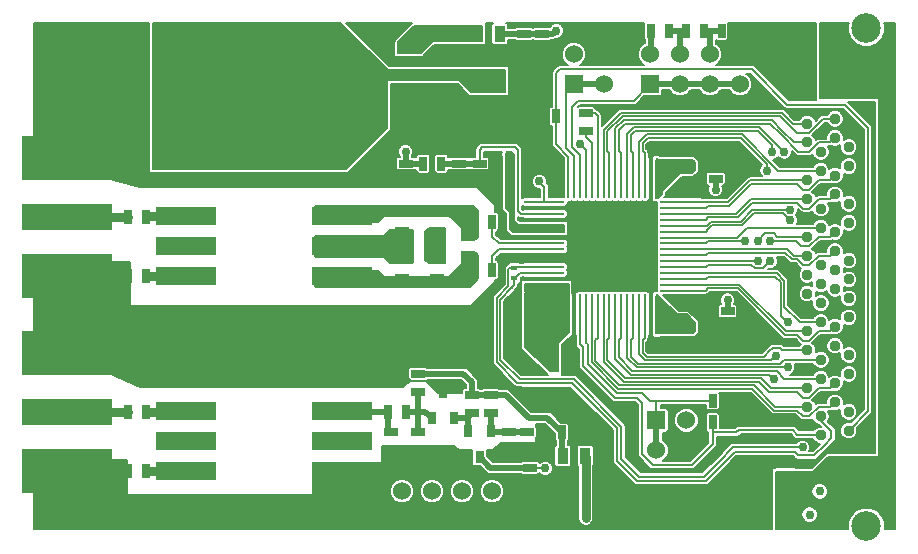
<source format=gtl>
G04 (created by PCBNEW (2013-03-31 BZR 4008)-stable) date 16/06/2013 11:35:49 PM*
%MOIN*%
G04 Gerber Fmt 3.4, Leading zero omitted, Abs format*
%FSLAX34Y34*%
G01*
G70*
G90*
G04 APERTURE LIST*
%ADD10C,0.005*%
%ADD11R,0.06X0.08*%
%ADD12R,0.035X0.055*%
%ADD13R,0.045X0.025*%
%ADD14R,0.025X0.045*%
%ADD15R,0.06X0.06*%
%ADD16C,0.06*%
%ADD17R,0.2X0.06*%
%ADD18R,0.216535X0.216535*%
%ADD19R,0.133858X0.00984252*%
%ADD20R,0.00984252X0.133858*%
%ADD21R,0.11811X0.11811*%
%ADD22C,0.0374016*%
%ADD23C,0.0787402*%
%ADD24C,0.0984252*%
%ADD25R,0.0315X0.0394*%
%ADD26R,0.08X0.144*%
%ADD27R,0.08X0.04*%
%ADD28R,0.0236X0.0157*%
%ADD29R,0.3X0.15*%
%ADD30R,0.3X0.09*%
%ADD31C,0.03*%
%ADD32C,0.035*%
%ADD33C,0.02*%
%ADD34C,0.008*%
%ADD35C,0.03*%
%ADD36C,0.006*%
%ADD37C,0.01*%
G04 APERTURE END LIST*
G54D10*
G54D11*
X94350Y-66141D03*
X93050Y-66141D03*
X94350Y-65157D03*
X93050Y-65157D03*
G54D12*
X84823Y-50196D03*
X84073Y-50196D03*
G54D13*
X86220Y-50192D03*
X86220Y-50792D03*
G54D14*
X72436Y-58267D03*
X73036Y-58267D03*
X72436Y-56299D03*
X73036Y-56299D03*
G54D13*
X87696Y-52849D03*
X87696Y-53449D03*
X92027Y-55024D03*
X92027Y-54424D03*
X92421Y-59444D03*
X92421Y-60044D03*
X90688Y-54551D03*
X90688Y-53951D03*
X90688Y-60014D03*
X90688Y-60614D03*
X85629Y-50192D03*
X85629Y-50792D03*
X81692Y-54522D03*
X81692Y-55122D03*
G54D14*
X86697Y-52952D03*
X86097Y-52952D03*
X91924Y-62421D03*
X92524Y-62421D03*
X91924Y-63149D03*
X92524Y-63149D03*
X91638Y-50098D03*
X91038Y-50098D03*
X90457Y-50098D03*
X89857Y-50098D03*
X92819Y-50098D03*
X92219Y-50098D03*
G54D13*
X82874Y-51570D03*
X82874Y-52170D03*
X83366Y-50192D03*
X83366Y-50792D03*
G54D14*
X84571Y-58070D03*
X83971Y-58070D03*
X85133Y-54724D03*
X85733Y-54724D03*
X85133Y-55413D03*
X85733Y-55413D03*
X85831Y-59940D03*
X85231Y-59940D03*
X85831Y-59251D03*
X85231Y-59251D03*
X86570Y-60826D03*
X87170Y-60826D03*
G54D13*
X82775Y-50192D03*
X82775Y-50792D03*
X82736Y-56176D03*
X82736Y-56776D03*
X82736Y-57751D03*
X82736Y-58351D03*
G54D14*
X84571Y-56456D03*
X83971Y-56456D03*
G54D13*
X83464Y-54522D03*
X83464Y-55122D03*
G54D14*
X82878Y-54527D03*
X82278Y-54527D03*
G54D13*
X81555Y-56176D03*
X81555Y-56776D03*
X81555Y-57751D03*
X81555Y-58351D03*
X83759Y-56963D03*
X83759Y-57563D03*
G54D14*
X81845Y-57263D03*
X82445Y-57263D03*
G54D13*
X84153Y-54522D03*
X84153Y-55122D03*
G54D15*
X87295Y-51877D03*
G54D16*
X87295Y-50877D03*
X88295Y-51877D03*
X88295Y-50877D03*
G54D17*
X79568Y-57283D03*
X79568Y-56283D03*
X79568Y-58283D03*
X74368Y-56283D03*
X74368Y-57283D03*
X74368Y-58283D03*
X79568Y-63779D03*
X79568Y-62779D03*
X79568Y-64779D03*
X74368Y-62779D03*
X74368Y-63779D03*
X74368Y-64779D03*
G54D12*
X87678Y-64271D03*
X86928Y-64271D03*
G54D14*
X81097Y-62795D03*
X81697Y-62795D03*
X86904Y-63484D03*
X87504Y-63484D03*
G54D13*
X83897Y-62239D03*
X83897Y-62839D03*
X85826Y-64660D03*
X85826Y-65260D03*
X85137Y-63479D03*
X85137Y-64079D03*
X85728Y-63479D03*
X85728Y-64079D03*
X84527Y-62239D03*
X84527Y-62839D03*
X82106Y-63479D03*
X82106Y-64079D03*
X82106Y-61530D03*
X82106Y-62130D03*
G54D14*
X72436Y-64763D03*
X73036Y-64763D03*
X72436Y-62795D03*
X73036Y-62795D03*
G54D13*
X81200Y-63479D03*
X81200Y-64079D03*
G54D15*
X81570Y-66444D03*
G54D16*
X81570Y-65444D03*
X82570Y-66444D03*
X82570Y-65444D03*
X83570Y-66444D03*
X83570Y-65444D03*
X84570Y-66444D03*
X84570Y-65444D03*
G54D15*
X89838Y-51877D03*
G54D16*
X89838Y-50877D03*
X90838Y-51877D03*
X90838Y-50877D03*
X91838Y-51877D03*
X91838Y-50877D03*
X92838Y-51877D03*
X92838Y-50877D03*
G54D15*
X90051Y-63082D03*
G54D16*
X91051Y-63082D03*
X90051Y-64082D03*
X91051Y-64082D03*
G54D18*
X88582Y-57283D03*
G54D19*
X90846Y-57185D03*
X90846Y-56988D03*
X90846Y-56791D03*
X90846Y-56594D03*
X90846Y-56397D03*
X90846Y-56200D03*
X90846Y-56003D03*
X90846Y-55807D03*
X90846Y-57381D03*
X90846Y-57578D03*
X90846Y-57775D03*
X90846Y-57972D03*
X90846Y-58169D03*
X90846Y-58366D03*
X90846Y-58562D03*
X90846Y-58759D03*
G54D20*
X88681Y-59547D03*
X88484Y-59547D03*
X88287Y-59547D03*
X88090Y-59547D03*
X87893Y-59547D03*
X87696Y-59547D03*
X87500Y-59547D03*
X87303Y-59547D03*
X87106Y-59547D03*
X88877Y-59547D03*
X89074Y-59547D03*
X89271Y-59547D03*
X89468Y-59547D03*
X89665Y-59547D03*
X89862Y-59547D03*
X90059Y-59547D03*
X88681Y-55019D03*
X88877Y-55019D03*
X89074Y-55019D03*
X89271Y-55019D03*
X89468Y-55019D03*
X89665Y-55019D03*
X89862Y-55019D03*
X90059Y-55019D03*
X88484Y-55019D03*
X88287Y-55019D03*
X88090Y-55019D03*
X87893Y-55019D03*
X87696Y-55019D03*
X87500Y-55019D03*
X87303Y-55019D03*
X87106Y-55019D03*
G54D19*
X86318Y-57185D03*
X86318Y-56988D03*
X86318Y-56791D03*
X86318Y-56594D03*
X86318Y-56397D03*
X86318Y-56200D03*
X86318Y-56003D03*
X86318Y-55807D03*
X86318Y-57381D03*
X86318Y-57578D03*
X86318Y-57775D03*
X86318Y-57972D03*
X86318Y-58169D03*
X86318Y-58366D03*
X86318Y-58562D03*
X86318Y-58759D03*
G54D21*
X88582Y-57283D03*
G54D22*
X95531Y-63582D03*
X95531Y-62952D03*
X95531Y-62322D03*
X95531Y-61692D03*
X95531Y-61062D03*
X95531Y-60433D03*
X95531Y-59803D03*
X95531Y-59173D03*
X95531Y-58543D03*
X95531Y-57913D03*
X95531Y-57283D03*
X95531Y-56653D03*
X95531Y-56023D03*
X95531Y-55393D03*
X95531Y-54763D03*
X95531Y-54133D03*
X95531Y-53503D03*
X95078Y-53188D03*
X95078Y-53818D03*
X95078Y-54448D03*
X95078Y-55078D03*
X95078Y-55708D03*
X95078Y-56338D03*
X95078Y-56968D03*
X95078Y-57598D03*
X95078Y-58228D03*
X95078Y-58858D03*
X95078Y-59488D03*
X95078Y-60118D03*
X95078Y-60748D03*
X95078Y-61377D03*
X95078Y-62007D03*
X95078Y-62637D03*
X95078Y-63267D03*
X96003Y-63110D03*
X96003Y-62480D03*
X96003Y-61850D03*
X96003Y-61220D03*
X96003Y-60590D03*
X96003Y-59960D03*
X96003Y-59330D03*
X96003Y-58700D03*
X96003Y-58070D03*
X96003Y-57440D03*
X96003Y-56811D03*
X96003Y-56181D03*
X96003Y-55551D03*
X96003Y-54921D03*
X96003Y-54291D03*
X96003Y-53661D03*
X96003Y-53031D03*
X96456Y-53346D03*
X96456Y-53976D03*
X96456Y-54606D03*
X96456Y-55236D03*
X96456Y-55866D03*
X96456Y-56496D03*
X96456Y-57125D03*
X96456Y-57755D03*
X96456Y-58385D03*
X96456Y-59015D03*
X96456Y-59645D03*
X96456Y-60275D03*
X96456Y-60905D03*
X96456Y-61535D03*
X96456Y-62165D03*
X96456Y-62795D03*
X96456Y-63425D03*
G54D23*
X96003Y-64675D03*
X96003Y-51938D03*
G54D24*
X97047Y-66604D03*
X97047Y-50009D03*
G54D25*
X82933Y-62145D03*
X83308Y-63011D03*
X82558Y-63011D03*
X84153Y-64310D03*
X83778Y-63444D03*
X84528Y-63444D03*
G54D26*
X79211Y-51574D03*
G54D27*
X81811Y-51574D03*
X81811Y-50674D03*
X81811Y-52474D03*
G54D28*
X85314Y-58346D03*
X85314Y-57992D03*
G54D29*
X70397Y-54324D03*
G54D30*
X70397Y-56299D03*
G54D29*
X70397Y-58274D03*
X70397Y-60820D03*
G54D30*
X70397Y-62795D03*
G54D29*
X70397Y-64770D03*
G54D31*
X92421Y-59074D03*
X91161Y-60019D03*
X92027Y-55393D03*
X91161Y-54566D03*
X87500Y-53858D03*
X86141Y-55118D03*
X83956Y-51771D03*
X84350Y-51771D03*
X84744Y-51771D03*
X77952Y-51181D03*
X77952Y-50590D03*
X77952Y-52362D03*
X75590Y-52952D03*
X75590Y-50590D03*
X76771Y-50590D03*
X75590Y-51771D03*
X75590Y-54133D03*
X77952Y-54133D03*
X77952Y-51771D03*
X77952Y-52952D03*
X76771Y-54133D03*
X76771Y-51771D03*
X76771Y-52952D03*
X86181Y-59251D03*
X85826Y-60393D03*
X86181Y-59960D03*
X86574Y-61279D03*
X86200Y-60846D03*
X85157Y-55866D03*
X85137Y-54232D03*
X87696Y-66338D03*
X86712Y-50098D03*
X94311Y-54133D03*
X93425Y-57775D03*
X93425Y-57106D03*
X94507Y-56062D03*
X86338Y-64685D03*
X81692Y-54133D03*
G54D32*
X81555Y-57263D03*
G54D31*
X93740Y-54763D03*
X93917Y-54133D03*
X93956Y-61692D03*
X94429Y-61318D03*
X94035Y-60925D03*
X94429Y-59803D03*
X93838Y-57775D03*
X93838Y-57106D03*
X93011Y-57106D03*
X94507Y-56417D03*
X94921Y-63976D03*
X85314Y-52125D03*
X83366Y-52165D03*
X84330Y-52440D03*
X83366Y-51141D03*
X84330Y-51141D03*
X80610Y-50492D03*
X82775Y-51141D03*
X81200Y-51082D03*
X80118Y-50000D03*
X81496Y-50000D03*
X86220Y-51181D03*
X85629Y-51181D03*
X93681Y-66220D03*
X89429Y-66220D03*
X89074Y-65255D03*
X92362Y-66220D03*
X91417Y-66220D03*
X90413Y-66220D03*
X95157Y-66220D03*
X91653Y-65374D03*
X88444Y-63877D03*
X87637Y-62677D03*
X86259Y-62165D03*
X87125Y-62165D03*
X88070Y-63110D03*
X88582Y-64724D03*
X90413Y-65374D03*
X92165Y-65019D03*
X85452Y-62165D03*
X84291Y-61850D03*
X83366Y-61181D03*
X81673Y-61181D03*
X80708Y-61811D03*
X81496Y-61811D03*
X82598Y-61181D03*
X83917Y-61338D03*
X85098Y-61909D03*
X86889Y-62913D03*
X79724Y-61811D03*
X78740Y-61811D03*
X77755Y-61811D03*
X76771Y-61811D03*
X75787Y-61811D03*
X74803Y-61811D03*
X73818Y-61811D03*
X72834Y-61811D03*
X72145Y-61220D03*
X72145Y-60236D03*
X71456Y-59842D03*
X70472Y-59842D03*
X69488Y-59842D03*
X84448Y-60925D03*
X84448Y-59645D03*
X84448Y-60236D03*
X84685Y-61476D03*
X69685Y-51377D03*
X71259Y-51771D03*
X69685Y-52559D03*
X80098Y-60157D03*
X76673Y-60275D03*
X73641Y-60275D03*
X73425Y-59448D03*
X74881Y-61003D03*
X78267Y-61043D03*
X82814Y-60433D03*
X72834Y-52952D03*
X72834Y-50590D03*
X70866Y-50196D03*
X69488Y-53346D03*
X69685Y-50196D03*
X72047Y-50196D03*
X72834Y-51771D03*
X72834Y-54133D03*
X84862Y-58444D03*
X84251Y-59153D03*
X83267Y-59448D03*
X82283Y-59448D03*
X81299Y-59448D03*
X80314Y-59448D03*
X79330Y-59448D03*
X78346Y-59448D03*
X77362Y-59448D03*
X76377Y-59448D03*
X75393Y-59448D03*
X74409Y-59448D03*
X72440Y-59448D03*
X84507Y-58838D03*
X84881Y-57696D03*
X72145Y-58759D03*
X72145Y-57972D03*
X69488Y-59251D03*
X70472Y-59251D03*
X71456Y-59251D03*
X80610Y-54232D03*
X79724Y-55118D03*
X81299Y-53543D03*
X80708Y-55118D03*
X78740Y-55118D03*
X77755Y-55118D03*
X76771Y-55118D03*
X75787Y-55118D03*
X74803Y-55118D03*
X73818Y-55118D03*
X72834Y-55118D03*
X72145Y-54724D03*
X72145Y-53740D03*
X71456Y-53346D03*
X70472Y-53346D03*
X81200Y-55118D03*
X93681Y-65452D03*
X92519Y-65354D03*
X95492Y-65452D03*
X88228Y-65492D03*
X86771Y-64803D03*
X87204Y-65236D03*
X86318Y-65255D03*
X86712Y-65649D03*
X87854Y-63484D03*
X83346Y-61929D03*
X84251Y-64960D03*
X83759Y-64665D03*
X85137Y-65059D03*
X94173Y-51673D03*
X92047Y-54055D03*
X91397Y-55433D03*
X83622Y-53877D03*
X82480Y-52952D03*
X84606Y-53444D03*
X89645Y-52539D03*
X92322Y-52539D03*
X95374Y-52854D03*
X93799Y-52480D03*
X90944Y-52539D03*
X88405Y-52814D03*
X92421Y-60433D03*
X93385Y-59724D03*
X94488Y-63700D03*
X93228Y-63700D03*
X92086Y-64094D03*
X89645Y-64685D03*
X89232Y-63326D03*
X88917Y-62874D03*
X89232Y-64251D03*
X91535Y-64665D03*
X92440Y-63759D03*
X93917Y-63700D03*
X95295Y-63917D03*
X88070Y-62106D03*
X87578Y-61614D03*
X88503Y-62539D03*
X79133Y-66338D03*
X76771Y-66338D03*
X74409Y-66338D03*
X72047Y-66338D03*
X69685Y-66338D03*
X70866Y-66338D03*
X73228Y-66338D03*
X75590Y-66338D03*
X77952Y-66338D03*
X80314Y-66338D03*
X96023Y-63996D03*
X94685Y-64507D03*
X92834Y-64448D03*
X93720Y-64448D03*
X97027Y-63818D03*
X87165Y-61338D03*
X91161Y-53956D03*
X93248Y-54685D03*
X92539Y-55275D03*
X94251Y-57893D03*
X94547Y-60492D03*
X86220Y-64173D03*
X86318Y-63484D03*
X82480Y-64468D03*
X81102Y-64468D03*
X80807Y-65354D03*
X79822Y-65354D03*
X78838Y-65354D03*
X72539Y-65748D03*
X73523Y-65748D03*
X74507Y-65748D03*
X75492Y-65748D03*
X76476Y-65748D03*
X77460Y-65748D03*
X78444Y-65748D03*
X80807Y-64862D03*
X81791Y-64468D03*
X83169Y-64468D03*
X84645Y-55118D03*
X84645Y-54665D03*
X84645Y-55610D03*
X84901Y-56850D03*
X84645Y-64271D03*
X72145Y-65354D03*
X71456Y-65748D03*
X70472Y-65748D03*
X69488Y-65748D03*
X72145Y-64566D03*
X85334Y-61023D03*
X85137Y-60433D03*
X85826Y-61318D03*
X91161Y-59114D03*
X90157Y-53956D03*
X90177Y-60610D03*
X85354Y-57696D03*
X85433Y-58799D03*
X81791Y-52952D03*
X82480Y-52460D03*
X85728Y-52952D03*
X86023Y-55511D03*
X86122Y-54625D03*
X82972Y-55118D03*
X82185Y-55118D03*
X92913Y-62421D03*
X91161Y-60610D03*
G54D32*
X82736Y-57263D03*
G54D33*
X89857Y-50098D02*
X89857Y-50859D01*
X89857Y-50859D02*
X89838Y-50877D01*
X92421Y-59444D02*
X92421Y-59074D01*
X90688Y-60014D02*
X90693Y-60019D01*
X90693Y-60019D02*
X91161Y-60019D01*
X92027Y-55024D02*
X92027Y-55393D01*
X90688Y-54551D02*
X90703Y-54566D01*
X90703Y-54566D02*
X91161Y-54566D01*
X90688Y-54551D02*
X90713Y-54527D01*
G54D34*
X90059Y-55019D02*
X90551Y-55019D01*
X90688Y-54881D02*
X90688Y-54551D01*
X90551Y-55019D02*
X90688Y-54881D01*
X90059Y-59547D02*
X90492Y-59547D01*
X90688Y-59744D02*
X90688Y-60014D01*
X90492Y-59547D02*
X90688Y-59744D01*
X87696Y-54921D02*
X87696Y-54055D01*
X87696Y-54055D02*
X87500Y-53858D01*
X86318Y-55807D02*
X86318Y-55295D01*
X86318Y-55295D02*
X86141Y-55118D01*
X83956Y-51771D02*
X84350Y-51771D01*
X84744Y-51771D02*
X83956Y-51771D01*
X83755Y-51570D02*
X83956Y-51771D01*
X83755Y-51570D02*
X82874Y-51570D01*
X77952Y-52362D02*
X77952Y-51181D01*
X77952Y-51181D02*
X77952Y-50590D01*
X75590Y-54133D02*
X75590Y-52952D01*
X75590Y-51771D02*
X75590Y-50590D01*
X75590Y-50590D02*
X76771Y-50590D01*
X75590Y-52952D02*
X75590Y-51771D01*
X77952Y-50590D02*
X78227Y-50590D01*
X78227Y-50590D02*
X79211Y-51574D01*
X77952Y-50590D02*
X76771Y-50590D01*
X77952Y-52952D02*
X77952Y-51771D01*
X77952Y-51771D02*
X77952Y-50590D01*
X77952Y-54133D02*
X77952Y-52952D01*
X76771Y-52952D02*
X76771Y-51771D01*
X76771Y-51771D02*
X76771Y-50590D01*
X76771Y-52952D02*
X76771Y-54133D01*
X85831Y-59251D02*
X86181Y-59251D01*
X85831Y-59940D02*
X85831Y-60388D01*
X85831Y-60388D02*
X85826Y-60393D01*
X85831Y-59940D02*
X86161Y-59940D01*
X86161Y-59940D02*
X86181Y-59960D01*
X86570Y-60826D02*
X86570Y-61274D01*
X86570Y-61274D02*
X86574Y-61279D01*
X86570Y-60826D02*
X86220Y-60826D01*
X86220Y-60826D02*
X86200Y-60846D01*
X85133Y-55413D02*
X85133Y-55841D01*
X85133Y-55841D02*
X85157Y-55866D01*
X85133Y-54724D02*
X85133Y-54237D01*
X85133Y-54237D02*
X85137Y-54232D01*
X86318Y-56791D02*
X85688Y-56791D01*
G54D33*
X85629Y-50192D02*
X86220Y-50192D01*
X84823Y-50196D02*
X85625Y-50196D01*
X85625Y-50196D02*
X85629Y-50192D01*
X85629Y-50192D02*
X86618Y-50192D01*
X86618Y-50192D02*
X86712Y-50098D01*
G54D35*
X87696Y-64290D02*
X87696Y-66338D01*
X87678Y-64271D02*
X87696Y-64290D01*
G54D34*
X84940Y-57381D02*
X84803Y-57381D01*
X86318Y-57381D02*
X84940Y-57381D01*
X84571Y-57613D02*
X84571Y-58070D01*
X84803Y-57381D02*
X84571Y-57613D01*
G54D36*
X79430Y-58263D02*
X80783Y-58263D01*
X80870Y-58351D02*
X82736Y-58351D01*
X80783Y-58263D02*
X80870Y-58351D01*
G54D34*
X84940Y-57185D02*
X84803Y-57185D01*
X86318Y-57185D02*
X84940Y-57185D01*
X84571Y-56953D02*
X84571Y-56456D01*
X84803Y-57185D02*
X84571Y-56953D01*
G54D10*
X95078Y-57598D02*
X94625Y-57598D01*
X94409Y-57381D02*
X90846Y-57381D01*
X94625Y-57598D02*
X94409Y-57381D01*
X88090Y-59547D02*
X88090Y-60334D01*
X94645Y-62637D02*
X95078Y-62637D01*
X94015Y-62637D02*
X94645Y-62637D01*
X93287Y-61909D02*
X94015Y-62637D01*
X89330Y-61909D02*
X93287Y-61909D01*
X88818Y-61909D02*
X89330Y-61909D01*
X88011Y-61102D02*
X88818Y-61909D01*
X88011Y-60413D02*
X88011Y-61102D01*
X88090Y-60334D02*
X88011Y-60413D01*
X89409Y-61673D02*
X93523Y-61673D01*
X95078Y-62007D02*
X94625Y-62007D01*
X88484Y-60334D02*
X88405Y-60413D01*
X88405Y-60413D02*
X88405Y-61082D01*
X88405Y-61082D02*
X88996Y-61673D01*
X88996Y-61673D02*
X89409Y-61673D01*
X88484Y-60334D02*
X88484Y-59547D01*
X93858Y-62007D02*
X94625Y-62007D01*
X93523Y-61673D02*
X93858Y-62007D01*
X95078Y-55708D02*
X93326Y-55708D01*
X92716Y-56200D02*
X90846Y-56200D01*
X93208Y-55708D02*
X92716Y-56200D01*
X93267Y-55708D02*
X93208Y-55708D01*
X93326Y-55708D02*
X93267Y-55708D01*
X90846Y-55807D02*
X92440Y-55807D01*
X93169Y-55078D02*
X95078Y-55078D01*
X92440Y-55807D02*
X93169Y-55078D01*
X89468Y-55019D02*
X89468Y-53799D01*
X94114Y-54763D02*
X95531Y-54763D01*
X92893Y-53543D02*
X94114Y-54763D01*
X90393Y-53543D02*
X92893Y-53543D01*
X89724Y-53543D02*
X90393Y-53543D01*
X89468Y-53799D02*
X89724Y-53543D01*
X89074Y-53700D02*
X89074Y-53543D01*
X89074Y-55019D02*
X89074Y-53700D01*
X93484Y-53307D02*
X94311Y-54133D01*
X89311Y-53307D02*
X93484Y-53307D01*
X89074Y-53543D02*
X89311Y-53307D01*
X93897Y-53070D02*
X88956Y-53070D01*
X88681Y-53346D02*
X88956Y-53070D01*
X93897Y-53070D02*
X94251Y-53425D01*
X95078Y-53818D02*
X94645Y-53818D01*
X94251Y-53425D02*
X94645Y-53818D01*
X88681Y-53346D02*
X88681Y-55019D01*
X88858Y-52834D02*
X94232Y-52834D01*
X94232Y-52834D02*
X94586Y-53188D01*
X95078Y-53188D02*
X94586Y-53188D01*
X88287Y-53405D02*
X88287Y-53484D01*
X88287Y-53405D02*
X88858Y-52834D01*
X88287Y-55019D02*
X88287Y-53484D01*
X88287Y-53484D02*
X88287Y-53464D01*
X88799Y-60629D02*
X88799Y-60984D01*
X95531Y-61692D02*
X94960Y-61692D01*
X88877Y-60334D02*
X88799Y-60413D01*
X88799Y-60413D02*
X88799Y-60629D01*
X88877Y-60334D02*
X88877Y-59547D01*
X94311Y-61692D02*
X94960Y-61692D01*
X94055Y-61437D02*
X94311Y-61692D01*
X89251Y-61437D02*
X94055Y-61437D01*
X88799Y-60984D02*
X89251Y-61437D01*
X94586Y-61062D02*
X95531Y-61062D01*
X89271Y-59547D02*
X89271Y-60334D01*
X94311Y-61062D02*
X94586Y-61062D01*
X94173Y-61200D02*
X94311Y-61062D01*
X93090Y-61200D02*
X94173Y-61200D01*
X90059Y-61200D02*
X93090Y-61200D01*
X89429Y-61200D02*
X90059Y-61200D01*
X89192Y-60964D02*
X89429Y-61200D01*
X89192Y-60413D02*
X89192Y-60964D01*
X89271Y-60334D02*
X89192Y-60413D01*
X93838Y-60748D02*
X93897Y-60688D01*
X89724Y-60964D02*
X93622Y-60964D01*
X89665Y-60334D02*
X89586Y-60413D01*
X89586Y-60413D02*
X89586Y-60826D01*
X89586Y-60826D02*
X89724Y-60964D01*
X89665Y-59547D02*
X89665Y-60334D01*
X93622Y-60964D02*
X93838Y-60748D01*
X94251Y-60748D02*
X95078Y-60748D01*
X94173Y-60669D02*
X94251Y-60748D01*
X93917Y-60669D02*
X94173Y-60669D01*
X93897Y-60688D02*
X93917Y-60669D01*
X94370Y-60118D02*
X92814Y-58562D01*
X90846Y-58562D02*
X92814Y-58562D01*
X94370Y-60118D02*
X95078Y-60118D01*
X94822Y-59803D02*
X94311Y-59291D01*
X94311Y-59035D02*
X94311Y-58425D01*
X94311Y-58425D02*
X94055Y-58169D01*
X90846Y-58169D02*
X94055Y-58169D01*
X94822Y-59803D02*
X95531Y-59803D01*
X94311Y-59291D02*
X94311Y-59035D01*
X93956Y-56850D02*
X93681Y-56850D01*
X90846Y-57775D02*
X93425Y-57775D01*
X94074Y-56968D02*
X93956Y-56850D01*
X94074Y-56968D02*
X95078Y-56968D01*
X93681Y-56850D02*
X93425Y-57106D01*
X95531Y-56653D02*
X93070Y-56653D01*
X92736Y-56988D02*
X90846Y-56988D01*
X93070Y-56653D02*
X92736Y-56988D01*
X92854Y-56456D02*
X93248Y-56062D01*
X93248Y-56062D02*
X94507Y-56062D01*
X90846Y-56594D02*
X91732Y-56594D01*
X91870Y-56456D02*
X92460Y-56456D01*
X91732Y-56594D02*
X91870Y-56456D01*
X92460Y-56456D02*
X92854Y-56456D01*
G54D34*
X87755Y-60551D02*
X87755Y-61181D01*
X89822Y-62421D02*
X89704Y-62303D01*
X90051Y-62421D02*
X89822Y-62421D01*
X87696Y-60393D02*
X87696Y-60472D01*
X87696Y-60472D02*
X87696Y-60492D01*
X87696Y-60492D02*
X87755Y-60551D01*
X87696Y-60393D02*
X87696Y-59547D01*
X89566Y-62165D02*
X89704Y-62303D01*
X88720Y-62165D02*
X89566Y-62165D01*
X87755Y-61200D02*
X88720Y-62165D01*
X87755Y-61181D02*
X87755Y-61200D01*
X90051Y-62421D02*
X90051Y-62649D01*
X90051Y-62649D02*
X90051Y-63082D01*
X91924Y-62421D02*
X90051Y-62421D01*
G54D33*
X90051Y-63082D02*
X90051Y-64082D01*
G54D10*
X85118Y-58346D02*
X85118Y-58031D01*
X85118Y-58602D02*
X85118Y-58346D01*
G54D34*
X95885Y-63681D02*
X95669Y-63897D01*
G54D36*
X84724Y-60393D02*
X84724Y-61141D01*
G54D34*
X92204Y-64586D02*
X92657Y-64133D01*
X95531Y-63090D02*
X95885Y-63444D01*
X95885Y-63444D02*
X95885Y-63681D01*
X91692Y-65098D02*
X92204Y-64586D01*
X89409Y-65098D02*
X91692Y-65098D01*
X88740Y-64429D02*
X89409Y-65098D01*
X88740Y-63346D02*
X88740Y-64429D01*
X87244Y-61850D02*
X88740Y-63346D01*
X85570Y-61850D02*
X87244Y-61850D01*
X95531Y-62952D02*
X95531Y-63090D01*
X95314Y-64251D02*
X95669Y-63897D01*
X94783Y-64251D02*
X95314Y-64251D01*
X94665Y-64133D02*
X94783Y-64251D01*
X92657Y-64133D02*
X94665Y-64133D01*
G54D36*
X84724Y-58996D02*
X84724Y-59625D01*
X84724Y-60393D02*
X84724Y-59625D01*
X85433Y-61850D02*
X85570Y-61850D01*
X85413Y-61830D02*
X85433Y-61850D01*
X84724Y-61141D02*
X85413Y-61830D01*
G54D10*
X84724Y-58996D02*
X85118Y-58602D01*
X85157Y-57992D02*
X85314Y-57992D01*
X85118Y-58031D02*
X85157Y-57992D01*
X86318Y-57972D02*
X85354Y-57972D01*
X85354Y-57972D02*
X85334Y-57992D01*
G54D33*
X91838Y-51877D02*
X92838Y-51877D01*
X90838Y-51877D02*
X91838Y-51877D01*
X89838Y-51877D02*
X90838Y-51877D01*
G54D34*
X87500Y-55019D02*
X87500Y-54232D01*
X89295Y-52421D02*
X89838Y-51877D01*
X87440Y-52421D02*
X89295Y-52421D01*
X87224Y-52637D02*
X87440Y-52421D01*
X87224Y-53956D02*
X87224Y-52637D01*
X87500Y-54232D02*
X87224Y-53956D01*
X86697Y-52952D02*
X86697Y-51530D01*
X86697Y-51530D02*
X86751Y-51476D01*
X86697Y-52952D02*
X86697Y-53882D01*
X87106Y-54291D02*
X87106Y-55019D01*
X87106Y-54291D02*
X86697Y-53882D01*
X96456Y-63425D02*
X97106Y-62775D01*
X86850Y-51377D02*
X86751Y-51476D01*
X93228Y-51377D02*
X86850Y-51377D01*
X94409Y-52559D02*
X93228Y-51377D01*
X96338Y-52559D02*
X94409Y-52559D01*
X97106Y-53326D02*
X96338Y-52559D01*
X97106Y-62775D02*
X97106Y-53326D01*
X86751Y-51476D02*
X86751Y-51476D01*
X87303Y-55019D02*
X87303Y-54271D01*
X87047Y-52125D02*
X87295Y-51877D01*
X87047Y-54015D02*
X87047Y-52125D01*
X87303Y-54271D02*
X87047Y-54015D01*
G54D33*
X87295Y-51877D02*
X88295Y-51877D01*
G54D36*
X86314Y-64660D02*
X86338Y-64685D01*
X86314Y-64660D02*
X85826Y-64660D01*
G54D33*
X84507Y-64665D02*
X85822Y-64665D01*
X84153Y-64310D02*
X84507Y-64665D01*
X85822Y-64665D02*
X85826Y-64660D01*
G54D34*
X87500Y-59547D02*
X87500Y-60551D01*
X87598Y-61259D02*
X87598Y-60649D01*
X87598Y-60649D02*
X87500Y-60551D01*
X89566Y-63031D02*
X89566Y-62500D01*
X91240Y-64566D02*
X91924Y-63882D01*
X89921Y-64566D02*
X91240Y-64566D01*
X89566Y-64212D02*
X89921Y-64566D01*
X89566Y-63031D02*
X89566Y-64212D01*
X91924Y-63882D02*
X91924Y-63681D01*
X91924Y-63681D02*
X91924Y-63484D01*
X88661Y-62322D02*
X87637Y-61299D01*
X89389Y-62322D02*
X88661Y-62322D01*
X89566Y-62500D02*
X89389Y-62322D01*
X87637Y-61299D02*
X87598Y-61259D01*
X92716Y-63484D02*
X92795Y-63405D01*
X91924Y-63484D02*
X92716Y-63484D01*
X94596Y-63415D02*
X94586Y-63405D01*
X94586Y-63405D02*
X92874Y-63405D01*
X92874Y-63405D02*
X92834Y-63405D01*
X95511Y-63562D02*
X95531Y-63582D01*
X94744Y-63562D02*
X94596Y-63415D01*
X94763Y-63562D02*
X94744Y-63562D01*
X95511Y-63562D02*
X94763Y-63562D01*
X92795Y-63405D02*
X92834Y-63405D01*
X95531Y-63582D02*
X95433Y-63681D01*
X91924Y-63484D02*
X91924Y-63149D01*
G54D33*
X91838Y-50877D02*
X91838Y-50098D01*
X91638Y-50098D02*
X91838Y-50098D01*
X91838Y-50098D02*
X92219Y-50098D01*
X90838Y-50877D02*
X90838Y-50098D01*
X90457Y-50098D02*
X90838Y-50098D01*
X90838Y-50098D02*
X91038Y-50098D01*
G54D34*
X84153Y-54522D02*
X84153Y-54074D01*
X85531Y-56200D02*
X86318Y-56200D01*
X85433Y-56102D02*
X85433Y-55314D01*
X85531Y-56200D02*
X85433Y-56102D01*
X85433Y-54074D02*
X85433Y-55314D01*
X85334Y-53976D02*
X85433Y-54074D01*
X84251Y-53976D02*
X85334Y-53976D01*
X84153Y-54074D02*
X84251Y-53976D01*
G54D33*
X83464Y-54522D02*
X84153Y-54522D01*
X82878Y-54527D02*
X82883Y-54522D01*
X82883Y-54522D02*
X83464Y-54522D01*
G54D36*
X81555Y-56776D02*
X81555Y-57263D01*
G54D33*
X81692Y-54133D02*
X81692Y-54522D01*
X82278Y-54527D02*
X82274Y-54522D01*
X82274Y-54522D02*
X81692Y-54522D01*
G54D10*
X96003Y-57440D02*
X95846Y-57598D01*
X91692Y-57578D02*
X90846Y-57578D01*
X91771Y-57500D02*
X91692Y-57578D01*
X94350Y-57500D02*
X91771Y-57500D01*
X94566Y-57716D02*
X94350Y-57500D01*
X94744Y-57716D02*
X94566Y-57716D01*
X94940Y-57913D02*
X94744Y-57716D01*
X95137Y-57913D02*
X94940Y-57913D01*
X95452Y-57598D02*
X95137Y-57913D01*
X95846Y-57598D02*
X95452Y-57598D01*
X87893Y-60767D02*
X87893Y-61141D01*
X95846Y-62637D02*
X95452Y-62637D01*
X95452Y-62637D02*
X95137Y-62952D01*
X96003Y-62480D02*
X95846Y-62637D01*
X87893Y-60767D02*
X87893Y-59547D01*
X94921Y-62952D02*
X95137Y-62952D01*
X94724Y-62755D02*
X94921Y-62952D01*
X93976Y-62755D02*
X94724Y-62755D01*
X93248Y-62027D02*
X93976Y-62755D01*
X88779Y-62027D02*
X93248Y-62027D01*
X87893Y-61141D02*
X88779Y-62027D01*
X89271Y-61791D02*
X93484Y-61791D01*
X95846Y-62007D02*
X95452Y-62007D01*
X95452Y-62007D02*
X95137Y-62322D01*
X96003Y-61850D02*
X95846Y-62007D01*
X88287Y-61122D02*
X88956Y-61791D01*
X88956Y-61791D02*
X89271Y-61791D01*
X88287Y-61122D02*
X88287Y-59547D01*
X94921Y-62322D02*
X95137Y-62322D01*
X94724Y-62125D02*
X94921Y-62322D01*
X94114Y-62125D02*
X94724Y-62125D01*
X93818Y-62125D02*
X94114Y-62125D01*
X93484Y-61791D02*
X93818Y-62125D01*
X90846Y-56397D02*
X91692Y-56397D01*
X95846Y-55708D02*
X95452Y-55708D01*
X95452Y-55708D02*
X95137Y-56023D01*
X95137Y-56023D02*
X94940Y-56023D01*
X94940Y-56023D02*
X94744Y-55826D01*
X94744Y-55826D02*
X93248Y-55826D01*
X93248Y-55826D02*
X92775Y-56299D01*
X92775Y-56299D02*
X92755Y-56318D01*
X92755Y-56318D02*
X91771Y-56318D01*
X91771Y-56318D02*
X91692Y-56397D01*
X95846Y-55708D02*
X96003Y-55551D01*
X93208Y-55196D02*
X92480Y-55925D01*
X93208Y-55196D02*
X94724Y-55196D01*
X94724Y-55196D02*
X94921Y-55393D01*
X94921Y-55393D02*
X95137Y-55393D01*
X95137Y-55393D02*
X95452Y-55078D01*
X95452Y-55078D02*
X95846Y-55078D01*
X96003Y-54921D02*
X95846Y-55078D01*
X91692Y-56003D02*
X90846Y-56003D01*
X91771Y-55925D02*
X91692Y-56003D01*
X92480Y-55925D02*
X91771Y-55925D01*
X89665Y-54173D02*
X89665Y-55019D01*
X89665Y-54173D02*
X89586Y-54094D01*
X89586Y-53838D02*
X89586Y-54094D01*
X89763Y-53661D02*
X89586Y-53838D01*
X92854Y-53661D02*
X89763Y-53661D01*
X92893Y-53700D02*
X92854Y-53661D01*
X93740Y-54547D02*
X92893Y-53700D01*
X93740Y-54763D02*
X93740Y-54547D01*
X89192Y-53582D02*
X89350Y-53425D01*
X89350Y-53425D02*
X93444Y-53425D01*
X93444Y-53425D02*
X93917Y-53897D01*
X93917Y-53897D02*
X93917Y-54133D01*
X89271Y-55019D02*
X89271Y-54173D01*
X89192Y-54094D02*
X89192Y-53740D01*
X89271Y-54173D02*
X89192Y-54094D01*
X89192Y-53740D02*
X89192Y-53582D01*
X89015Y-53188D02*
X93838Y-53188D01*
X95137Y-54133D02*
X94783Y-54133D01*
X95846Y-53818D02*
X95452Y-53818D01*
X95452Y-53818D02*
X95236Y-54035D01*
X95236Y-54035D02*
X95137Y-54133D01*
X96003Y-53661D02*
X95846Y-53818D01*
X88877Y-54173D02*
X88877Y-55019D01*
X88799Y-54094D02*
X88877Y-54173D01*
X94783Y-54133D02*
X94192Y-53543D01*
X94192Y-53543D02*
X93838Y-53188D01*
X89015Y-53188D02*
X88799Y-53405D01*
X88799Y-53405D02*
X88799Y-54094D01*
X88897Y-52952D02*
X94173Y-52952D01*
X88889Y-52960D02*
X88405Y-53444D01*
X88897Y-52952D02*
X88889Y-52960D01*
X88405Y-53444D02*
X88405Y-53523D01*
X88484Y-55019D02*
X88484Y-54173D01*
X88405Y-54094D02*
X88484Y-54173D01*
X88405Y-53523D02*
X88405Y-54094D01*
X94822Y-53503D02*
X94724Y-53503D01*
X95610Y-53031D02*
X96003Y-53031D01*
X95137Y-53503D02*
X94822Y-53503D01*
X95610Y-53031D02*
X95137Y-53503D01*
X94724Y-53503D02*
X94173Y-52952D01*
X88681Y-60590D02*
X88681Y-61023D01*
X88681Y-60590D02*
X88681Y-59547D01*
X93818Y-61555D02*
X93956Y-61692D01*
X89507Y-61555D02*
X93818Y-61555D01*
X89212Y-61555D02*
X89507Y-61555D01*
X88681Y-61023D02*
X89212Y-61555D01*
X89074Y-61003D02*
X89074Y-59547D01*
X89389Y-61318D02*
X89547Y-61318D01*
X89074Y-61003D02*
X89389Y-61318D01*
X89547Y-61318D02*
X94429Y-61318D01*
X92854Y-61082D02*
X93877Y-61082D01*
X89468Y-60807D02*
X89468Y-60826D01*
X89468Y-60826D02*
X89468Y-60866D01*
X89468Y-60866D02*
X89685Y-61082D01*
X89685Y-61082D02*
X92854Y-61082D01*
X89468Y-59547D02*
X89468Y-60807D01*
X93877Y-61082D02*
X94035Y-60925D01*
X94704Y-60236D02*
X94744Y-60236D01*
X91692Y-58759D02*
X91771Y-58681D01*
X91771Y-58681D02*
X92775Y-58681D01*
X92775Y-58681D02*
X94330Y-60236D01*
X94330Y-60236D02*
X94704Y-60236D01*
X90846Y-58759D02*
X91692Y-58759D01*
X95846Y-60118D02*
X96003Y-59960D01*
X95452Y-60118D02*
X95846Y-60118D01*
X95137Y-60433D02*
X95452Y-60118D01*
X94940Y-60433D02*
X95137Y-60433D01*
X94744Y-60236D02*
X94940Y-60433D01*
X94429Y-59803D02*
X94251Y-59625D01*
X91692Y-58366D02*
X90846Y-58366D01*
X91771Y-58287D02*
X91692Y-58366D01*
X94015Y-58287D02*
X91771Y-58287D01*
X94192Y-58464D02*
X94015Y-58287D01*
X94192Y-59566D02*
X94192Y-58464D01*
X94212Y-59586D02*
X94192Y-59566D01*
X94251Y-59625D02*
X94212Y-59586D01*
X93208Y-57893D02*
X93326Y-58011D01*
X93326Y-58011D02*
X93602Y-58011D01*
X93602Y-58011D02*
X93838Y-57775D01*
X90846Y-57972D02*
X91692Y-57972D01*
X91692Y-57972D02*
X91771Y-57893D01*
X91771Y-57893D02*
X93208Y-57893D01*
X95846Y-56968D02*
X96003Y-56811D01*
X95452Y-56968D02*
X95846Y-56968D01*
X95137Y-57283D02*
X95452Y-56968D01*
X94882Y-57282D02*
X95137Y-57283D01*
X94704Y-57106D02*
X94882Y-57282D01*
X93838Y-57106D02*
X94704Y-57106D01*
X92755Y-57106D02*
X93011Y-57106D01*
X92755Y-57106D02*
X91771Y-57106D01*
X91771Y-57106D02*
X91692Y-57185D01*
X90846Y-57185D02*
X91692Y-57185D01*
X92480Y-56574D02*
X92913Y-56574D01*
X91909Y-56574D02*
X92480Y-56574D01*
X90846Y-56791D02*
X91692Y-56791D01*
X91692Y-56791D02*
X91771Y-56712D01*
X91771Y-56712D02*
X91909Y-56574D01*
X94507Y-56417D02*
X94271Y-56181D01*
X93307Y-56181D02*
X94271Y-56181D01*
X92913Y-56574D02*
X93307Y-56181D01*
X85246Y-58651D02*
X84842Y-59055D01*
G54D36*
X84842Y-61023D02*
X84842Y-61062D01*
X84842Y-61062D02*
X85492Y-61712D01*
X85492Y-61712D02*
X85629Y-61712D01*
X84842Y-59055D02*
X84842Y-60236D01*
G54D34*
X92618Y-63976D02*
X94921Y-63976D01*
X91633Y-64960D02*
X92125Y-64468D01*
X89468Y-64960D02*
X91633Y-64960D01*
X88877Y-64370D02*
X89468Y-64960D01*
X88877Y-63287D02*
X88877Y-64370D01*
X87303Y-61712D02*
X88877Y-63287D01*
X85629Y-61712D02*
X87303Y-61712D01*
X92125Y-64468D02*
X92618Y-63976D01*
G54D36*
X84842Y-60236D02*
X84842Y-61023D01*
G54D10*
X85314Y-58346D02*
X85314Y-58582D01*
X85314Y-58582D02*
X85246Y-58651D01*
X85246Y-58651D02*
X85236Y-58661D01*
X85334Y-58346D02*
X85334Y-58346D01*
X85511Y-58169D02*
X86318Y-58169D01*
X85334Y-58346D02*
X85511Y-58169D01*
G54D34*
X85314Y-51574D02*
X85314Y-52125D01*
X85000Y-52440D02*
X85314Y-52125D01*
X83366Y-52165D02*
X83641Y-52440D01*
X83361Y-52170D02*
X83366Y-52165D01*
X83361Y-52170D02*
X82874Y-52170D01*
X83641Y-52440D02*
X84330Y-52440D01*
X84330Y-52440D02*
X85000Y-52440D01*
X84330Y-51141D02*
X83366Y-51141D01*
X83366Y-51141D02*
X83366Y-50792D01*
X81496Y-50000D02*
X80905Y-50000D01*
X80118Y-50000D02*
X80610Y-50492D01*
X82775Y-51141D02*
X81259Y-51141D01*
X82775Y-51141D02*
X82775Y-50792D01*
X81259Y-51141D02*
X81200Y-51082D01*
X80610Y-50492D02*
X81200Y-51082D01*
X80905Y-50000D02*
X80118Y-50000D01*
X86220Y-50792D02*
X86220Y-51181D01*
X85629Y-50792D02*
X85629Y-51181D01*
G54D10*
X89429Y-66220D02*
X90413Y-66220D01*
G54D36*
X89429Y-65610D02*
X89429Y-66220D01*
X89429Y-65610D02*
X89074Y-65255D01*
G54D10*
X91417Y-66220D02*
X92362Y-66220D01*
X93681Y-66220D02*
X92362Y-66220D01*
G54D36*
X91653Y-65374D02*
X91811Y-65374D01*
X89074Y-65255D02*
X89192Y-65374D01*
X88582Y-64763D02*
X89074Y-65255D01*
X88444Y-63877D02*
X88444Y-64586D01*
X88070Y-63503D02*
X88444Y-63877D01*
X88070Y-63110D02*
X87637Y-62677D01*
X86259Y-62165D02*
X87125Y-62165D01*
X87637Y-62677D02*
X87125Y-62165D01*
X88070Y-63110D02*
X88070Y-63503D01*
X88444Y-64586D02*
X88582Y-64724D01*
X88582Y-64724D02*
X88582Y-64763D01*
X89192Y-65374D02*
X90413Y-65374D01*
X91653Y-65374D02*
X90413Y-65374D01*
X91811Y-65374D02*
X92165Y-65019D01*
X86259Y-62165D02*
X86259Y-62283D01*
X85354Y-62165D02*
X85452Y-62165D01*
X84291Y-61850D02*
X84350Y-61909D01*
X84291Y-61712D02*
X84291Y-61850D01*
X83366Y-61181D02*
X83759Y-61181D01*
X82598Y-61181D02*
X81673Y-61181D01*
X81673Y-61633D02*
X81673Y-61181D01*
X80708Y-61811D02*
X81496Y-61811D01*
X81496Y-61811D02*
X81673Y-61633D01*
X83366Y-61181D02*
X82598Y-61181D01*
X83759Y-61181D02*
X83917Y-61338D01*
X83917Y-61338D02*
X84291Y-61712D01*
X84350Y-61909D02*
X85098Y-61909D01*
X85098Y-61909D02*
X85354Y-62165D01*
X86259Y-62165D02*
X85452Y-62165D01*
X86259Y-62283D02*
X86889Y-62913D01*
G54D34*
X81692Y-61318D02*
X81692Y-61811D01*
X81200Y-61811D02*
X80708Y-61811D01*
X80216Y-61811D02*
X79724Y-61811D01*
X79232Y-61811D02*
X78740Y-61811D01*
X78248Y-61811D02*
X77755Y-61811D01*
X77263Y-61811D02*
X76771Y-61811D01*
X76279Y-61811D02*
X75787Y-61811D01*
X75295Y-61811D02*
X74803Y-61811D01*
X74311Y-61811D02*
X73818Y-61811D01*
X73326Y-61811D02*
X72834Y-61811D01*
X72637Y-61614D02*
X72834Y-61811D01*
X72145Y-61220D02*
X72145Y-61318D01*
X72145Y-60728D02*
X72145Y-60236D01*
X71948Y-60039D02*
X72145Y-60236D01*
X71948Y-59842D02*
X71456Y-59842D01*
X70964Y-59842D02*
X70472Y-59842D01*
X69980Y-59842D02*
X69488Y-59842D01*
X70397Y-60751D02*
X69488Y-59842D01*
X70397Y-60751D02*
X70397Y-60820D01*
X70472Y-59842D02*
X69980Y-59842D01*
X71456Y-59842D02*
X70964Y-59842D01*
X71948Y-59842D02*
X71948Y-60039D01*
X72145Y-61220D02*
X72145Y-60728D01*
X72145Y-61318D02*
X72440Y-61614D01*
X72440Y-61614D02*
X72637Y-61614D01*
X73818Y-61811D02*
X73326Y-61811D01*
X74803Y-61811D02*
X74311Y-61811D01*
X75787Y-61811D02*
X75295Y-61811D01*
X76771Y-61811D02*
X76279Y-61811D01*
X77755Y-61811D02*
X77263Y-61811D01*
X78740Y-61811D02*
X78248Y-61811D01*
X79724Y-61811D02*
X79232Y-61811D01*
X80708Y-61811D02*
X80216Y-61811D01*
X81692Y-61811D02*
X81200Y-61811D01*
G54D36*
X84448Y-60925D02*
X84448Y-61240D01*
X84448Y-60236D02*
X84448Y-59645D01*
X84448Y-59370D02*
X84448Y-59645D01*
X84251Y-59173D02*
X84448Y-59370D01*
X84448Y-60925D02*
X84448Y-60236D01*
X84448Y-61240D02*
X84685Y-61476D01*
G54D10*
X69685Y-51377D02*
X70078Y-51771D01*
X70078Y-51771D02*
X71259Y-51771D01*
X80098Y-60157D02*
X80374Y-60433D01*
X79153Y-60157D02*
X80098Y-60157D01*
X76673Y-60275D02*
X77440Y-61043D01*
X75610Y-60275D02*
X76673Y-60275D01*
X73641Y-60275D02*
X74370Y-61003D01*
X73641Y-59665D02*
X73641Y-60275D01*
X73425Y-59448D02*
X73641Y-59665D01*
X74370Y-61003D02*
X74881Y-61003D01*
X74881Y-61003D02*
X75610Y-60275D01*
X77440Y-61043D02*
X78267Y-61043D01*
X78267Y-61043D02*
X79153Y-60157D01*
X80374Y-60433D02*
X82814Y-60433D01*
G54D34*
X72834Y-54133D02*
X72834Y-52952D01*
X72834Y-51771D02*
X72834Y-50590D01*
X72440Y-50196D02*
X72834Y-50590D01*
X72047Y-50196D02*
X70866Y-50196D01*
X69685Y-50196D02*
X69685Y-51377D01*
X69488Y-52755D02*
X69488Y-53346D01*
X69488Y-52755D02*
X69685Y-52559D01*
X69685Y-51377D02*
X69685Y-52559D01*
X70866Y-50196D02*
X69685Y-50196D01*
X72047Y-50196D02*
X72440Y-50196D01*
X72834Y-52952D02*
X72834Y-51771D01*
X84881Y-57696D02*
X84862Y-58444D01*
X84862Y-58582D02*
X84862Y-58444D01*
X84251Y-59153D02*
X84251Y-59173D01*
X84251Y-59173D02*
X84251Y-59055D01*
X83956Y-59448D02*
X84251Y-59153D01*
X83759Y-59448D02*
X83267Y-59448D01*
X82775Y-59448D02*
X82283Y-59448D01*
X81791Y-59448D02*
X81299Y-59448D01*
X80807Y-59448D02*
X80314Y-59448D01*
X79822Y-59448D02*
X79330Y-59448D01*
X78838Y-59448D02*
X78346Y-59448D01*
X77854Y-59448D02*
X77362Y-59448D01*
X76870Y-59448D02*
X76377Y-59448D01*
X75885Y-59448D02*
X75393Y-59448D01*
X74901Y-59448D02*
X74409Y-59448D01*
X73917Y-59448D02*
X73425Y-59448D01*
X72933Y-59448D02*
X72440Y-59448D01*
X72145Y-59448D02*
X72440Y-59448D01*
X72145Y-59448D02*
X71948Y-59251D01*
X73425Y-59448D02*
X72933Y-59448D01*
X74409Y-59448D02*
X73917Y-59448D01*
X75393Y-59448D02*
X74901Y-59448D01*
X76377Y-59448D02*
X75885Y-59448D01*
X77362Y-59448D02*
X76870Y-59448D01*
X78346Y-59448D02*
X77854Y-59448D01*
X79330Y-59448D02*
X78838Y-59448D01*
X80314Y-59448D02*
X79822Y-59448D01*
X81299Y-59448D02*
X80807Y-59448D01*
X82283Y-59448D02*
X81791Y-59448D01*
X83267Y-59448D02*
X82775Y-59448D01*
X83759Y-59448D02*
X83956Y-59448D01*
X84251Y-59055D02*
X84507Y-58838D01*
X84507Y-58838D02*
X84862Y-58582D01*
X72145Y-57972D02*
X72145Y-58759D01*
X72145Y-59055D02*
X72145Y-58759D01*
X72145Y-59055D02*
X71948Y-59251D01*
X71456Y-59251D02*
X70964Y-59251D01*
X70472Y-59251D02*
X69980Y-59251D01*
X70397Y-58342D02*
X70397Y-58274D01*
X70397Y-58342D02*
X69488Y-59251D01*
X69980Y-59251D02*
X69488Y-59251D01*
X70964Y-59251D02*
X70472Y-59251D01*
X71948Y-59251D02*
X71456Y-59251D01*
X81299Y-53543D02*
X80610Y-54232D01*
X80610Y-54232D02*
X79724Y-55118D01*
X81200Y-55118D02*
X80708Y-55118D01*
X80216Y-55118D02*
X79724Y-55118D01*
X79232Y-55118D02*
X78740Y-55118D01*
X78248Y-55118D02*
X77755Y-55118D01*
X77263Y-55118D02*
X76771Y-55118D01*
X76279Y-55118D02*
X75787Y-55118D01*
X75295Y-55118D02*
X74803Y-55118D01*
X74311Y-55118D02*
X73818Y-55118D01*
X73326Y-55118D02*
X72834Y-55118D01*
X72736Y-55019D02*
X72834Y-55118D01*
X72440Y-55019D02*
X72145Y-54724D01*
X72145Y-54232D02*
X72145Y-53740D01*
X71948Y-53543D02*
X72145Y-53740D01*
X71948Y-53346D02*
X71456Y-53346D01*
X70964Y-53346D02*
X70472Y-53346D01*
X69980Y-53346D02*
X69488Y-53346D01*
X70397Y-54255D02*
X69488Y-53346D01*
X70397Y-54255D02*
X70397Y-54324D01*
X70472Y-53346D02*
X69980Y-53346D01*
X71456Y-53346D02*
X70964Y-53346D01*
X71948Y-53346D02*
X71948Y-53543D01*
X72145Y-54724D02*
X72145Y-54232D01*
X72440Y-55019D02*
X72736Y-55019D01*
X73818Y-55118D02*
X73326Y-55118D01*
X74803Y-55118D02*
X74311Y-55118D01*
X75787Y-55118D02*
X75295Y-55118D01*
X76771Y-55118D02*
X76279Y-55118D01*
X77755Y-55118D02*
X77263Y-55118D01*
X78740Y-55118D02*
X78248Y-55118D01*
X79724Y-55118D02*
X79232Y-55118D01*
X80708Y-55118D02*
X80216Y-55118D01*
X92519Y-65354D02*
X92519Y-64960D01*
G54D36*
X86318Y-65255D02*
X86771Y-64803D01*
X86318Y-65255D02*
X86712Y-65649D01*
X86314Y-65260D02*
X86318Y-65255D01*
X85826Y-65260D02*
X86314Y-65260D01*
X87504Y-63484D02*
X87854Y-63484D01*
G54D33*
X82933Y-62145D02*
X83149Y-61929D01*
X83149Y-61929D02*
X83346Y-61929D01*
G54D34*
X84251Y-64960D02*
X85039Y-64960D01*
X83956Y-64665D02*
X84251Y-64960D01*
X83070Y-64468D02*
X83562Y-64468D01*
X83562Y-64468D02*
X83759Y-64665D01*
X83759Y-64665D02*
X83956Y-64665D01*
X85039Y-64960D02*
X85137Y-65059D01*
G54D33*
X92838Y-50877D02*
X92838Y-50117D01*
X92838Y-50117D02*
X92819Y-50098D01*
G54D34*
X93070Y-50216D02*
X92819Y-49965D01*
X92819Y-49965D02*
X92819Y-49921D01*
G54D10*
X94232Y-51673D02*
X94173Y-51673D01*
X94921Y-50216D02*
X94192Y-50944D01*
X93051Y-50216D02*
X93070Y-50216D01*
X93070Y-50216D02*
X94921Y-50216D01*
X94192Y-50944D02*
X94192Y-51653D01*
G54D34*
X92047Y-54055D02*
X91535Y-54566D01*
X91535Y-55295D02*
X91397Y-55433D01*
X91535Y-54566D02*
X91535Y-55295D01*
G54D10*
X70397Y-64770D02*
X70404Y-64763D01*
X70404Y-64763D02*
X72436Y-64763D01*
X83622Y-53877D02*
X84055Y-53444D01*
X83405Y-53877D02*
X83622Y-53877D01*
G54D34*
X81811Y-52474D02*
X82002Y-52474D01*
X82002Y-52474D02*
X82480Y-52952D01*
G54D10*
X82480Y-52952D02*
X83405Y-53877D01*
X84055Y-53444D02*
X84606Y-53444D01*
X89645Y-52539D02*
X89547Y-52637D01*
X90944Y-52539D02*
X92322Y-52539D01*
X93740Y-52539D02*
X92322Y-52539D01*
X95374Y-52854D02*
X95334Y-52814D01*
X96358Y-53248D02*
X96358Y-52854D01*
X96358Y-52854D02*
X96259Y-52755D01*
X96259Y-52755D02*
X96181Y-52755D01*
X96181Y-52755D02*
X96161Y-52755D01*
X96161Y-52755D02*
X96122Y-52716D01*
X96122Y-52716D02*
X95511Y-52716D01*
X95511Y-52716D02*
X95374Y-52854D01*
X96456Y-53346D02*
X96358Y-53248D01*
X93956Y-52637D02*
X93799Y-52480D01*
X94232Y-52637D02*
X93956Y-52637D01*
X94409Y-52814D02*
X94232Y-52637D01*
X94429Y-52814D02*
X94409Y-52814D01*
X95334Y-52814D02*
X94429Y-52814D01*
X93799Y-52480D02*
X93740Y-52539D01*
X89645Y-52539D02*
X90944Y-52539D01*
X88582Y-52637D02*
X88405Y-52814D01*
X89547Y-52637D02*
X88582Y-52637D01*
G54D34*
X92421Y-60433D02*
X92677Y-60433D01*
X93385Y-59724D02*
X92677Y-60433D01*
G54D10*
X94488Y-63700D02*
X94507Y-63720D01*
G54D34*
X93917Y-63700D02*
X93228Y-63700D01*
X92500Y-63700D02*
X93228Y-63700D01*
X92086Y-64094D02*
X92421Y-63759D01*
X92086Y-64114D02*
X92086Y-64094D01*
X89645Y-64685D02*
X89724Y-64763D01*
X89232Y-64271D02*
X89645Y-64685D01*
X89232Y-64251D02*
X89232Y-63326D01*
X88917Y-63011D02*
X89232Y-63326D01*
X87204Y-61338D02*
X87185Y-61338D01*
X88720Y-62874D02*
X88917Y-62874D01*
X87185Y-61338D02*
X88720Y-62874D01*
X88917Y-62874D02*
X88917Y-63011D01*
X89232Y-64251D02*
X89232Y-64271D01*
X91437Y-64763D02*
X91535Y-64665D01*
X89724Y-64763D02*
X91437Y-64763D01*
X91535Y-64665D02*
X92086Y-64114D01*
X92421Y-63759D02*
X92440Y-63759D01*
X92440Y-63759D02*
X92500Y-63700D01*
X94488Y-63700D02*
X93917Y-63700D01*
G54D10*
X95098Y-63720D02*
X95295Y-63917D01*
X94507Y-63720D02*
X95098Y-63720D01*
G54D34*
X88503Y-62539D02*
X88070Y-62106D01*
X87303Y-61338D02*
X87204Y-61338D01*
X87303Y-61338D02*
X87578Y-61614D01*
X88070Y-62106D02*
X87578Y-61614D01*
X80314Y-66338D02*
X79133Y-66338D01*
X77952Y-66338D02*
X76771Y-66338D01*
X75590Y-66338D02*
X74409Y-66338D01*
X73228Y-66338D02*
X72047Y-66338D01*
X70866Y-66338D02*
X69685Y-66338D01*
X69685Y-66338D02*
X69685Y-65551D01*
X72047Y-66338D02*
X70866Y-66338D01*
X74409Y-66338D02*
X73228Y-66338D01*
X76771Y-66338D02*
X75590Y-66338D01*
X79133Y-66338D02*
X77952Y-66338D01*
X96023Y-63996D02*
X96850Y-63996D01*
X95314Y-64527D02*
X95846Y-63996D01*
X95846Y-63996D02*
X96023Y-63996D01*
X94685Y-64507D02*
X95157Y-64507D01*
X94625Y-64448D02*
X94685Y-64507D01*
X93720Y-64448D02*
X92834Y-64448D01*
X92519Y-64763D02*
X92834Y-64448D01*
X92519Y-64960D02*
X92519Y-64763D01*
X93720Y-64448D02*
X94625Y-64448D01*
X95157Y-64507D02*
X95177Y-64527D01*
X95177Y-64527D02*
X95314Y-64527D01*
X96850Y-63996D02*
X97027Y-63818D01*
X87165Y-61338D02*
X87204Y-61338D01*
X87170Y-61333D02*
X87165Y-61338D01*
X87170Y-60826D02*
X87170Y-61333D01*
X91240Y-53956D02*
X91535Y-54251D01*
X91535Y-54251D02*
X91535Y-54862D01*
G54D33*
X90693Y-53956D02*
X90688Y-53951D01*
X90693Y-53956D02*
X91161Y-53956D01*
G54D34*
X91161Y-53956D02*
X91240Y-53956D01*
X93248Y-54685D02*
X93129Y-54685D01*
X92618Y-54055D02*
X93248Y-54685D01*
G54D33*
X92027Y-54424D02*
X92047Y-54404D01*
X92047Y-54404D02*
X92047Y-54055D01*
G54D34*
X92047Y-54055D02*
X92618Y-54055D01*
X93129Y-54685D02*
X92539Y-55275D01*
X94645Y-58523D02*
X94645Y-58287D01*
X94645Y-59055D02*
X94645Y-58523D01*
X95078Y-59488D02*
X94645Y-59055D01*
X94645Y-58287D02*
X94251Y-57893D01*
X92421Y-60433D02*
X94488Y-60433D01*
X94488Y-60433D02*
X94547Y-60492D01*
X86220Y-64173D02*
X86220Y-63582D01*
X86126Y-64079D02*
X86220Y-64173D01*
X85728Y-64079D02*
X86126Y-64079D01*
X86220Y-63582D02*
X86318Y-63484D01*
X83169Y-64468D02*
X83070Y-64468D01*
X83070Y-64468D02*
X82480Y-64468D01*
X81791Y-64468D02*
X81102Y-64468D01*
X80807Y-64763D02*
X81102Y-64468D01*
X80807Y-64862D02*
X80807Y-65354D01*
X80314Y-65354D02*
X79822Y-65354D01*
X79330Y-65354D02*
X78838Y-65354D01*
X78444Y-65748D02*
X77952Y-65748D01*
X77460Y-65748D02*
X76968Y-65748D01*
X76476Y-65748D02*
X75984Y-65748D01*
X75492Y-65748D02*
X75000Y-65748D01*
X74507Y-65748D02*
X74015Y-65748D01*
X73523Y-65748D02*
X73031Y-65748D01*
X72539Y-65748D02*
X71948Y-65748D01*
X73031Y-65748D02*
X72539Y-65748D01*
X74015Y-65748D02*
X73523Y-65748D01*
X75000Y-65748D02*
X74507Y-65748D01*
X75984Y-65748D02*
X75492Y-65748D01*
X76968Y-65748D02*
X76476Y-65748D01*
X77952Y-65748D02*
X77460Y-65748D01*
X78838Y-65354D02*
X78444Y-65748D01*
X79822Y-65354D02*
X79330Y-65354D01*
X80807Y-65354D02*
X80314Y-65354D01*
X80807Y-64862D02*
X80807Y-64763D01*
X82480Y-64468D02*
X81791Y-64468D01*
X84645Y-55118D02*
X84645Y-54665D01*
X84645Y-55610D02*
X84645Y-55708D01*
X84153Y-55122D02*
X84640Y-55122D01*
X84640Y-55122D02*
X84645Y-55118D01*
X84645Y-55610D02*
X84645Y-55118D01*
X84901Y-56220D02*
X84901Y-56850D01*
X84803Y-56122D02*
X84901Y-56220D01*
X84803Y-55866D02*
X84803Y-56122D01*
X84645Y-55708D02*
X84803Y-55866D01*
X85137Y-64079D02*
X84837Y-64079D01*
X84837Y-64079D02*
X84645Y-64271D01*
X72145Y-64566D02*
X72145Y-65354D01*
X71948Y-65551D02*
X72145Y-65354D01*
X71948Y-65748D02*
X71456Y-65748D01*
X70964Y-65748D02*
X70472Y-65748D01*
X69980Y-65748D02*
X69488Y-65748D01*
X70397Y-64838D02*
X69685Y-65551D01*
X69685Y-65551D02*
X69488Y-65748D01*
X70397Y-64838D02*
X70397Y-64770D01*
X70472Y-65748D02*
X69980Y-65748D01*
X71456Y-65748D02*
X70964Y-65748D01*
X71948Y-65748D02*
X71948Y-65551D01*
X85334Y-61023D02*
X85531Y-61023D01*
X85137Y-60826D02*
X85334Y-61023D01*
X85133Y-59940D02*
X85133Y-60428D01*
X85133Y-60428D02*
X85137Y-60433D01*
X85137Y-60433D02*
X85137Y-60826D01*
X85531Y-61023D02*
X85826Y-61318D01*
X92421Y-60374D02*
X91161Y-59114D01*
G54D33*
X92421Y-60433D02*
X92421Y-60044D01*
G54D34*
X92421Y-60433D02*
X92421Y-60374D01*
X90688Y-53951D02*
X90162Y-53951D01*
X90162Y-53951D02*
X90157Y-53956D01*
X90688Y-60614D02*
X90181Y-60614D01*
X90181Y-60614D02*
X90177Y-60610D01*
X86318Y-57578D02*
X85472Y-57578D01*
X85472Y-57578D02*
X85354Y-57696D01*
X85231Y-59251D02*
X85231Y-59000D01*
X85231Y-59000D02*
X85433Y-58799D01*
X92716Y-65157D02*
X93050Y-65157D01*
X92716Y-65157D02*
X92519Y-64960D01*
X81811Y-52474D02*
X81811Y-52932D01*
X81811Y-52932D02*
X81791Y-52952D01*
X81811Y-52474D02*
X82466Y-52474D01*
X82466Y-52474D02*
X82480Y-52460D01*
X86097Y-52952D02*
X85728Y-52952D01*
X85733Y-55413D02*
X85925Y-55413D01*
X85925Y-55413D02*
X86023Y-55511D01*
X85733Y-54724D02*
X86023Y-54724D01*
X86023Y-54724D02*
X86122Y-54625D01*
X83464Y-55122D02*
X82977Y-55122D01*
X82977Y-55122D02*
X82972Y-55118D01*
X81692Y-55122D02*
X82180Y-55122D01*
X82180Y-55122D02*
X82185Y-55118D01*
G54D33*
X92524Y-62421D02*
X92913Y-62421D01*
X92524Y-62421D02*
X92524Y-63149D01*
X90688Y-60614D02*
X90693Y-60610D01*
X90693Y-60610D02*
X91161Y-60610D01*
G54D34*
X85433Y-59050D02*
X85231Y-59251D01*
X87303Y-59547D02*
X87303Y-58562D01*
X87303Y-58562D02*
X88582Y-57283D01*
X89862Y-59547D02*
X89862Y-58562D01*
X89862Y-58562D02*
X88582Y-57283D01*
X89862Y-55019D02*
X89862Y-56003D01*
X89862Y-56003D02*
X88582Y-57283D01*
X86318Y-58366D02*
X87500Y-58366D01*
X87500Y-58366D02*
X88582Y-57283D01*
X86318Y-57775D02*
X88090Y-57775D01*
X88090Y-57775D02*
X88582Y-57283D01*
X86318Y-57578D02*
X88287Y-57578D01*
X88287Y-57578D02*
X88582Y-57283D01*
X86318Y-56397D02*
X87696Y-56397D01*
X87696Y-56397D02*
X88582Y-57283D01*
X86318Y-56003D02*
X87303Y-56003D01*
X87303Y-56003D02*
X88582Y-57283D01*
X86318Y-56988D02*
X88287Y-56988D01*
X88287Y-56988D02*
X88582Y-57283D01*
X90098Y-53956D02*
X90684Y-53956D01*
X89862Y-54192D02*
X90098Y-53956D01*
X89862Y-55019D02*
X89862Y-54192D01*
X90684Y-53956D02*
X90688Y-53951D01*
X89862Y-59547D02*
X89862Y-60433D01*
X90044Y-60614D02*
X90688Y-60614D01*
X89862Y-60433D02*
X90044Y-60614D01*
X87303Y-59547D02*
X87303Y-60374D01*
X87170Y-60507D02*
X87170Y-60826D01*
X87303Y-60374D02*
X87170Y-60507D01*
G54D36*
X82736Y-57751D02*
X82736Y-57263D01*
X82736Y-57263D02*
X82736Y-56776D01*
G54D34*
X87893Y-55019D02*
X87893Y-53838D01*
X87696Y-53641D02*
X87696Y-53449D01*
X87893Y-53838D02*
X87696Y-53641D01*
X88090Y-54921D02*
X88090Y-52952D01*
X87987Y-52849D02*
X87696Y-52854D01*
X88090Y-52952D02*
X87987Y-52849D01*
G54D33*
X81200Y-63479D02*
X81097Y-63376D01*
X81097Y-63376D02*
X81097Y-62795D01*
X79568Y-62779D02*
X79584Y-62795D01*
X79584Y-62795D02*
X81097Y-62795D01*
X86904Y-63484D02*
X86904Y-63479D01*
X85034Y-62239D02*
X83897Y-62239D01*
X85787Y-62992D02*
X85034Y-62239D01*
X86417Y-62992D02*
X85787Y-62992D01*
X86904Y-63479D02*
X86417Y-62992D01*
X83897Y-62239D02*
X83897Y-61811D01*
X83617Y-61530D02*
X82106Y-61530D01*
X83897Y-61811D02*
X83617Y-61530D01*
X83897Y-62239D02*
X84527Y-62239D01*
X86904Y-63484D02*
X86904Y-64248D01*
X86904Y-64248D02*
X86928Y-64271D01*
X82106Y-62130D02*
X82106Y-62795D01*
X82106Y-63479D02*
X82106Y-62795D01*
X81697Y-62795D02*
X82106Y-62795D01*
X82341Y-62795D02*
X82558Y-63011D01*
X82106Y-62795D02*
X82341Y-62795D01*
G54D35*
X73036Y-64763D02*
X74352Y-64763D01*
X74352Y-64763D02*
X74368Y-64779D01*
X70397Y-62795D02*
X72436Y-62795D01*
X73036Y-62795D02*
X74352Y-62795D01*
X74352Y-62795D02*
X74368Y-62779D01*
G54D33*
X83897Y-62839D02*
X83778Y-62958D01*
X83778Y-62958D02*
X83778Y-63011D01*
X83308Y-63011D02*
X83308Y-63011D01*
X83308Y-63011D02*
X83778Y-63011D01*
X83778Y-63011D02*
X83778Y-63444D01*
X83778Y-63444D02*
X83741Y-63407D01*
X84527Y-62839D02*
X84528Y-62840D01*
X84528Y-62840D02*
X84528Y-63444D01*
X84528Y-63444D02*
X84547Y-63426D01*
X84528Y-63444D02*
X84563Y-63479D01*
X84563Y-63479D02*
X85137Y-63479D01*
X85728Y-63479D02*
X85137Y-63479D01*
G54D35*
X72436Y-56299D02*
X70397Y-56299D01*
X73051Y-58283D02*
X74368Y-58283D01*
X73051Y-56283D02*
X74368Y-56283D01*
G54D10*
G36*
X81898Y-57804D02*
X81182Y-57804D01*
X80985Y-57607D01*
X78652Y-57607D01*
X78652Y-56920D01*
X80985Y-56920D01*
X81182Y-56723D01*
X81898Y-56723D01*
X81898Y-57804D01*
X81898Y-57804D01*
G37*
G54D37*
X81898Y-57804D02*
X81182Y-57804D01*
X80985Y-57607D01*
X78652Y-57607D01*
X78652Y-56920D01*
X80985Y-56920D01*
X81182Y-56723D01*
X81898Y-56723D01*
X81898Y-57804D01*
G54D10*
G36*
X84064Y-56967D02*
X84014Y-57016D01*
X83741Y-57016D01*
X83573Y-56849D01*
X83573Y-56652D01*
X83150Y-56229D01*
X80943Y-56229D01*
X80747Y-56426D01*
X78652Y-56426D01*
X78652Y-55935D01*
X83916Y-55935D01*
X84064Y-56083D01*
X84064Y-56967D01*
X84064Y-56967D01*
G37*
G54D37*
X84064Y-56967D02*
X84014Y-57016D01*
X83741Y-57016D01*
X83573Y-56849D01*
X83573Y-56652D01*
X83150Y-56229D01*
X80943Y-56229D01*
X80747Y-56426D01*
X78652Y-56426D01*
X78652Y-55935D01*
X83916Y-55935D01*
X84064Y-56083D01*
X84064Y-56967D01*
G54D10*
G36*
X84064Y-58325D02*
X83798Y-58591D01*
X78652Y-58591D01*
X78652Y-58101D01*
X80747Y-58101D01*
X80943Y-58298D01*
X83150Y-58298D01*
X83573Y-57875D01*
X83573Y-57678D01*
X83741Y-57510D01*
X84014Y-57510D01*
X84064Y-57560D01*
X84064Y-58325D01*
X84064Y-58325D01*
G37*
G54D37*
X84064Y-58325D02*
X83798Y-58591D01*
X78652Y-58591D01*
X78652Y-58101D01*
X80747Y-58101D01*
X80943Y-58298D01*
X83150Y-58298D01*
X83573Y-57875D01*
X83573Y-57678D01*
X83741Y-57510D01*
X84014Y-57510D01*
X84064Y-57560D01*
X84064Y-58325D01*
G54D10*
G36*
X95367Y-52414D02*
X94469Y-52414D01*
X93330Y-51275D01*
X93283Y-51243D01*
X93274Y-51242D01*
X93228Y-51232D01*
X92039Y-51232D01*
X92067Y-51221D01*
X92181Y-51107D01*
X92243Y-50958D01*
X92243Y-50797D01*
X92182Y-50648D01*
X92068Y-50534D01*
X92043Y-50524D01*
X92043Y-50415D01*
X92073Y-50428D01*
X92115Y-50428D01*
X92365Y-50428D01*
X92404Y-50412D01*
X92433Y-50382D01*
X92449Y-50344D01*
X92449Y-50302D01*
X92449Y-49852D01*
X92439Y-49828D01*
X95367Y-49828D01*
X95367Y-52414D01*
X95367Y-52414D01*
G37*
X95367Y-52414D02*
X94469Y-52414D01*
X93330Y-51275D01*
X93283Y-51243D01*
X93274Y-51242D01*
X93228Y-51232D01*
X92039Y-51232D01*
X92067Y-51221D01*
X92181Y-51107D01*
X92243Y-50958D01*
X92243Y-50797D01*
X92182Y-50648D01*
X92068Y-50534D01*
X92043Y-50524D01*
X92043Y-50415D01*
X92073Y-50428D01*
X92115Y-50428D01*
X92365Y-50428D01*
X92404Y-50412D01*
X92433Y-50382D01*
X92449Y-50344D01*
X92449Y-50302D01*
X92449Y-49852D01*
X92439Y-49828D01*
X95367Y-49828D01*
X95367Y-52414D01*
G36*
X95526Y-63290D02*
X95473Y-63290D01*
X95366Y-63334D01*
X95284Y-63417D01*
X95283Y-63417D01*
X94804Y-63417D01*
X94698Y-63312D01*
X94698Y-63312D01*
X94698Y-63312D01*
X94689Y-63302D01*
X94642Y-63271D01*
X94632Y-63269D01*
X94586Y-63260D01*
X92874Y-63260D01*
X92834Y-63260D01*
X92795Y-63260D01*
X92739Y-63271D01*
X92724Y-63281D01*
X92692Y-63302D01*
X92656Y-63339D01*
X92154Y-63339D01*
X92154Y-62903D01*
X92138Y-62865D01*
X92108Y-62835D01*
X92070Y-62819D01*
X92028Y-62819D01*
X91778Y-62819D01*
X91740Y-62835D01*
X91710Y-62865D01*
X91694Y-62903D01*
X91694Y-62945D01*
X91694Y-63395D01*
X91710Y-63434D01*
X91739Y-63463D01*
X91778Y-63479D01*
X91779Y-63479D01*
X91779Y-63484D01*
X91779Y-63681D01*
X91779Y-63822D01*
X91456Y-64145D01*
X91456Y-63002D01*
X91394Y-62853D01*
X91280Y-62739D01*
X91132Y-62677D01*
X90970Y-62677D01*
X90822Y-62739D01*
X90708Y-62852D01*
X90646Y-63001D01*
X90646Y-63162D01*
X90707Y-63311D01*
X90821Y-63425D01*
X90970Y-63487D01*
X91131Y-63487D01*
X91280Y-63426D01*
X91394Y-63312D01*
X91456Y-63163D01*
X91456Y-63002D01*
X91456Y-64145D01*
X91180Y-64421D01*
X90284Y-64421D01*
X90394Y-64312D01*
X90456Y-64163D01*
X90456Y-64002D01*
X90394Y-63853D01*
X90280Y-63739D01*
X90256Y-63729D01*
X90256Y-63487D01*
X90371Y-63487D01*
X90410Y-63471D01*
X90440Y-63442D01*
X90456Y-63403D01*
X90456Y-63361D01*
X90456Y-62761D01*
X90440Y-62723D01*
X90410Y-62693D01*
X90372Y-62677D01*
X90330Y-62677D01*
X90196Y-62677D01*
X90196Y-62649D01*
X90196Y-62566D01*
X91694Y-62566D01*
X91694Y-62667D01*
X91710Y-62705D01*
X91739Y-62735D01*
X91778Y-62751D01*
X91820Y-62751D01*
X92070Y-62751D01*
X92108Y-62735D01*
X92138Y-62705D01*
X92154Y-62667D01*
X92154Y-62625D01*
X92154Y-62175D01*
X92147Y-62157D01*
X93194Y-62157D01*
X93884Y-62847D01*
X93926Y-62876D01*
X93976Y-62885D01*
X94670Y-62885D01*
X94829Y-63044D01*
X94829Y-63044D01*
X94871Y-63072D01*
X94871Y-63072D01*
X94911Y-63080D01*
X94921Y-63082D01*
X94921Y-63082D01*
X94921Y-63082D01*
X95137Y-63082D01*
X95187Y-63072D01*
X95229Y-63044D01*
X95246Y-63027D01*
X95283Y-63117D01*
X95365Y-63200D01*
X95473Y-63244D01*
X95480Y-63244D01*
X95526Y-63290D01*
X95526Y-63290D01*
G37*
X95526Y-63290D02*
X95473Y-63290D01*
X95366Y-63334D01*
X95284Y-63417D01*
X95283Y-63417D01*
X94804Y-63417D01*
X94698Y-63312D01*
X94698Y-63312D01*
X94698Y-63312D01*
X94689Y-63302D01*
X94642Y-63271D01*
X94632Y-63269D01*
X94586Y-63260D01*
X92874Y-63260D01*
X92834Y-63260D01*
X92795Y-63260D01*
X92739Y-63271D01*
X92724Y-63281D01*
X92692Y-63302D01*
X92656Y-63339D01*
X92154Y-63339D01*
X92154Y-62903D01*
X92138Y-62865D01*
X92108Y-62835D01*
X92070Y-62819D01*
X92028Y-62819D01*
X91778Y-62819D01*
X91740Y-62835D01*
X91710Y-62865D01*
X91694Y-62903D01*
X91694Y-62945D01*
X91694Y-63395D01*
X91710Y-63434D01*
X91739Y-63463D01*
X91778Y-63479D01*
X91779Y-63479D01*
X91779Y-63484D01*
X91779Y-63681D01*
X91779Y-63822D01*
X91456Y-64145D01*
X91456Y-63002D01*
X91394Y-62853D01*
X91280Y-62739D01*
X91132Y-62677D01*
X90970Y-62677D01*
X90822Y-62739D01*
X90708Y-62852D01*
X90646Y-63001D01*
X90646Y-63162D01*
X90707Y-63311D01*
X90821Y-63425D01*
X90970Y-63487D01*
X91131Y-63487D01*
X91280Y-63426D01*
X91394Y-63312D01*
X91456Y-63163D01*
X91456Y-63002D01*
X91456Y-64145D01*
X91180Y-64421D01*
X90284Y-64421D01*
X90394Y-64312D01*
X90456Y-64163D01*
X90456Y-64002D01*
X90394Y-63853D01*
X90280Y-63739D01*
X90256Y-63729D01*
X90256Y-63487D01*
X90371Y-63487D01*
X90410Y-63471D01*
X90440Y-63442D01*
X90456Y-63403D01*
X90456Y-63361D01*
X90456Y-62761D01*
X90440Y-62723D01*
X90410Y-62693D01*
X90372Y-62677D01*
X90330Y-62677D01*
X90196Y-62677D01*
X90196Y-62649D01*
X90196Y-62566D01*
X91694Y-62566D01*
X91694Y-62667D01*
X91710Y-62705D01*
X91739Y-62735D01*
X91778Y-62751D01*
X91820Y-62751D01*
X92070Y-62751D01*
X92108Y-62735D01*
X92138Y-62705D01*
X92154Y-62667D01*
X92154Y-62625D01*
X92154Y-62175D01*
X92147Y-62157D01*
X93194Y-62157D01*
X93884Y-62847D01*
X93926Y-62876D01*
X93976Y-62885D01*
X94670Y-62885D01*
X94829Y-63044D01*
X94829Y-63044D01*
X94871Y-63072D01*
X94871Y-63072D01*
X94911Y-63080D01*
X94921Y-63082D01*
X94921Y-63082D01*
X94921Y-63082D01*
X95137Y-63082D01*
X95187Y-63072D01*
X95229Y-63044D01*
X95246Y-63027D01*
X95283Y-63117D01*
X95365Y-63200D01*
X95473Y-63244D01*
X95480Y-63244D01*
X95526Y-63290D01*
G36*
X97335Y-64166D02*
X95724Y-64166D01*
X95232Y-64658D01*
X94686Y-64658D01*
X94671Y-64652D01*
X94629Y-64652D01*
X94029Y-64652D01*
X94014Y-64658D01*
X93891Y-64658D01*
X93891Y-66707D01*
X87958Y-66707D01*
X87958Y-64525D01*
X87958Y-63975D01*
X87942Y-63937D01*
X87912Y-63907D01*
X87874Y-63891D01*
X87832Y-63891D01*
X87482Y-63891D01*
X87443Y-63907D01*
X87414Y-63937D01*
X87398Y-63975D01*
X87398Y-64017D01*
X87398Y-64567D01*
X87414Y-64606D01*
X87441Y-64633D01*
X87441Y-66338D01*
X87441Y-66389D01*
X87461Y-66436D01*
X87461Y-66436D01*
X87461Y-66436D01*
X87480Y-66482D01*
X87516Y-66518D01*
X87552Y-66554D01*
X87599Y-66574D01*
X87599Y-66574D01*
X87645Y-66593D01*
X87696Y-66593D01*
X87696Y-66593D01*
X87696Y-66593D01*
X87747Y-66593D01*
X87794Y-66574D01*
X87794Y-66574D01*
X87794Y-66574D01*
X87841Y-66554D01*
X87877Y-66518D01*
X87912Y-66483D01*
X87932Y-66436D01*
X87932Y-66436D01*
X87932Y-66436D01*
X87951Y-66389D01*
X87951Y-66338D01*
X87951Y-66338D01*
X87951Y-66338D01*
X87951Y-66288D01*
X87951Y-66287D01*
X87951Y-64582D01*
X87958Y-64567D01*
X87958Y-64525D01*
X87958Y-66707D01*
X84975Y-66707D01*
X84975Y-65364D01*
X84914Y-65215D01*
X84800Y-65101D01*
X84651Y-65039D01*
X84490Y-65039D01*
X84341Y-65101D01*
X84227Y-65215D01*
X84165Y-65363D01*
X84165Y-65525D01*
X84227Y-65673D01*
X84341Y-65788D01*
X84489Y-65849D01*
X84651Y-65849D01*
X84799Y-65788D01*
X84914Y-65674D01*
X84975Y-65525D01*
X84975Y-65364D01*
X84975Y-66707D01*
X83975Y-66707D01*
X83975Y-65364D01*
X83914Y-65215D01*
X83800Y-65101D01*
X83651Y-65039D01*
X83490Y-65039D01*
X83341Y-65101D01*
X83227Y-65215D01*
X83165Y-65363D01*
X83165Y-65525D01*
X83227Y-65673D01*
X83341Y-65788D01*
X83489Y-65849D01*
X83651Y-65849D01*
X83799Y-65788D01*
X83914Y-65674D01*
X83975Y-65525D01*
X83975Y-65364D01*
X83975Y-66707D01*
X82975Y-66707D01*
X82975Y-65364D01*
X82914Y-65215D01*
X82800Y-65101D01*
X82651Y-65039D01*
X82490Y-65039D01*
X82341Y-65101D01*
X82227Y-65215D01*
X82165Y-65363D01*
X82165Y-65525D01*
X82227Y-65673D01*
X82341Y-65788D01*
X82489Y-65849D01*
X82651Y-65849D01*
X82799Y-65788D01*
X82914Y-65674D01*
X82975Y-65525D01*
X82975Y-65364D01*
X82975Y-66707D01*
X81975Y-66707D01*
X81975Y-65364D01*
X81914Y-65215D01*
X81800Y-65101D01*
X81651Y-65039D01*
X81490Y-65039D01*
X81341Y-65101D01*
X81227Y-65215D01*
X81165Y-65363D01*
X81165Y-65525D01*
X81227Y-65673D01*
X81341Y-65788D01*
X81489Y-65849D01*
X81651Y-65849D01*
X81799Y-65788D01*
X81914Y-65674D01*
X81975Y-65525D01*
X81975Y-65364D01*
X81975Y-66707D01*
X69316Y-66707D01*
X69316Y-65182D01*
X71678Y-65182D01*
X71678Y-64395D01*
X72415Y-64395D01*
X72415Y-65576D01*
X78587Y-65576D01*
X78587Y-64493D01*
X80910Y-64493D01*
X80910Y-63942D01*
X83316Y-63942D01*
X83454Y-64080D01*
X83896Y-64080D01*
X83891Y-64092D01*
X83891Y-64134D01*
X83891Y-64528D01*
X83906Y-64567D01*
X83936Y-64596D01*
X83975Y-64612D01*
X84016Y-64612D01*
X84165Y-64612D01*
X84362Y-64810D01*
X84362Y-64810D01*
X84429Y-64854D01*
X84429Y-64854D01*
X84492Y-64867D01*
X84507Y-64870D01*
X84507Y-64870D01*
X84507Y-64870D01*
X85537Y-64870D01*
X85542Y-64874D01*
X85580Y-64890D01*
X85622Y-64890D01*
X86072Y-64890D01*
X86111Y-64874D01*
X86139Y-64846D01*
X86193Y-64901D01*
X86287Y-64939D01*
X86389Y-64940D01*
X86482Y-64901D01*
X86554Y-64829D01*
X86593Y-64735D01*
X86593Y-64634D01*
X86554Y-64540D01*
X86483Y-64468D01*
X86389Y-64430D01*
X86288Y-64429D01*
X86194Y-64468D01*
X86154Y-64508D01*
X86140Y-64476D01*
X86111Y-64446D01*
X86072Y-64430D01*
X86030Y-64430D01*
X85580Y-64430D01*
X85542Y-64446D01*
X85528Y-64460D01*
X84592Y-64460D01*
X84416Y-64283D01*
X84416Y-64093D01*
X84410Y-64080D01*
X84616Y-64080D01*
X84852Y-63843D01*
X86048Y-63843D01*
X86048Y-63648D01*
X86058Y-63625D01*
X86058Y-63583D01*
X86058Y-63333D01*
X86048Y-63310D01*
X86048Y-63197D01*
X86332Y-63197D01*
X86674Y-63539D01*
X86674Y-63730D01*
X86690Y-63768D01*
X86699Y-63777D01*
X86699Y-63905D01*
X86693Y-63907D01*
X86664Y-63937D01*
X86648Y-63975D01*
X86648Y-64017D01*
X86648Y-64567D01*
X86664Y-64606D01*
X86693Y-64635D01*
X86732Y-64651D01*
X86773Y-64651D01*
X87123Y-64651D01*
X87162Y-64635D01*
X87192Y-64606D01*
X87208Y-64567D01*
X87208Y-64525D01*
X87208Y-63975D01*
X87192Y-63937D01*
X87162Y-63907D01*
X87124Y-63891D01*
X87109Y-63891D01*
X87109Y-63777D01*
X87118Y-63768D01*
X87134Y-63730D01*
X87134Y-63688D01*
X87134Y-63238D01*
X87118Y-63199D01*
X87089Y-63170D01*
X87050Y-63154D01*
X87008Y-63154D01*
X86869Y-63154D01*
X86562Y-62847D01*
X86495Y-62802D01*
X86417Y-62787D01*
X86417Y-62787D01*
X85872Y-62787D01*
X85179Y-62094D01*
X85113Y-62049D01*
X85034Y-62034D01*
X85034Y-62034D01*
X84821Y-62034D01*
X84812Y-62025D01*
X84773Y-62009D01*
X84731Y-62009D01*
X84281Y-62009D01*
X84243Y-62025D01*
X84234Y-62034D01*
X84191Y-62034D01*
X84182Y-62025D01*
X84143Y-62009D01*
X84102Y-62009D01*
X84102Y-61811D01*
X84102Y-61811D01*
X84102Y-61811D01*
X84087Y-61732D01*
X84042Y-61666D01*
X84042Y-61666D01*
X83762Y-61385D01*
X83695Y-61341D01*
X83617Y-61325D01*
X83617Y-61325D01*
X82399Y-61325D01*
X82390Y-61316D01*
X82352Y-61300D01*
X82310Y-61300D01*
X81860Y-61300D01*
X81821Y-61316D01*
X81792Y-61346D01*
X81776Y-61384D01*
X81776Y-61426D01*
X81776Y-61676D01*
X81792Y-61715D01*
X81821Y-61744D01*
X81860Y-61760D01*
X81902Y-61760D01*
X82352Y-61760D01*
X82390Y-61744D01*
X82399Y-61735D01*
X83532Y-61735D01*
X83692Y-61895D01*
X83692Y-62009D01*
X83651Y-62009D01*
X83613Y-62025D01*
X83583Y-62054D01*
X83567Y-62093D01*
X83567Y-62135D01*
X83567Y-62179D01*
X82785Y-62179D01*
X82372Y-61766D01*
X81820Y-61766D01*
X81603Y-61982D01*
X72840Y-61982D01*
X70738Y-61020D01*
X69316Y-60416D01*
X69316Y-57800D01*
X72514Y-57800D01*
X72514Y-59276D01*
X83868Y-59276D01*
X84670Y-58474D01*
X84670Y-58400D01*
X84717Y-58400D01*
X84756Y-58384D01*
X84785Y-58355D01*
X84801Y-58316D01*
X84801Y-58275D01*
X84801Y-57825D01*
X84785Y-57786D01*
X84756Y-57756D01*
X84717Y-57740D01*
X84716Y-57740D01*
X84716Y-57673D01*
X84863Y-57526D01*
X84940Y-57526D01*
X85606Y-57526D01*
X85628Y-57536D01*
X85670Y-57536D01*
X87008Y-57536D01*
X87047Y-57520D01*
X87077Y-57490D01*
X87093Y-57452D01*
X87093Y-57410D01*
X87093Y-57311D01*
X87081Y-57283D01*
X87093Y-57255D01*
X87093Y-57213D01*
X87093Y-57115D01*
X87077Y-57076D01*
X87047Y-57046D01*
X87009Y-57030D01*
X86967Y-57030D01*
X85628Y-57030D01*
X85606Y-57040D01*
X84940Y-57040D01*
X84863Y-57040D01*
X84716Y-56893D01*
X84716Y-56786D01*
X84717Y-56786D01*
X84756Y-56770D01*
X84785Y-56741D01*
X84801Y-56702D01*
X84801Y-56660D01*
X84801Y-56210D01*
X84785Y-56172D01*
X84756Y-56142D01*
X84717Y-56126D01*
X84675Y-56126D01*
X84670Y-56126D01*
X84670Y-55895D01*
X84065Y-55289D01*
X82508Y-55289D01*
X82508Y-54731D01*
X82508Y-54281D01*
X82492Y-54243D01*
X82463Y-54213D01*
X82424Y-54197D01*
X82382Y-54197D01*
X82132Y-54197D01*
X82094Y-54213D01*
X82064Y-54243D01*
X82048Y-54281D01*
X82048Y-54317D01*
X81986Y-54317D01*
X81977Y-54308D01*
X81938Y-54292D01*
X81897Y-54292D01*
X81897Y-54289D01*
X81908Y-54278D01*
X81947Y-54184D01*
X81947Y-54083D01*
X81909Y-53989D01*
X81837Y-53917D01*
X81743Y-53878D01*
X81642Y-53878D01*
X81548Y-53917D01*
X81476Y-53989D01*
X81437Y-54082D01*
X81437Y-54184D01*
X81476Y-54278D01*
X81487Y-54289D01*
X81487Y-54292D01*
X81447Y-54292D01*
X81408Y-54308D01*
X81378Y-54338D01*
X81362Y-54376D01*
X81362Y-54418D01*
X81362Y-54668D01*
X81378Y-54707D01*
X81408Y-54736D01*
X81446Y-54752D01*
X81488Y-54752D01*
X81938Y-54752D01*
X81977Y-54736D01*
X81986Y-54727D01*
X82048Y-54727D01*
X82048Y-54773D01*
X82064Y-54811D01*
X82094Y-54841D01*
X82132Y-54857D01*
X82174Y-54857D01*
X82424Y-54857D01*
X82463Y-54841D01*
X82492Y-54812D01*
X82508Y-54773D01*
X82508Y-54731D01*
X82508Y-55289D01*
X72837Y-55289D01*
X70582Y-54701D01*
X69316Y-53727D01*
X69316Y-49828D01*
X73123Y-49828D01*
X73123Y-54829D01*
X79767Y-54829D01*
X81207Y-53389D01*
X81207Y-51876D01*
X81383Y-51876D01*
X81390Y-51879D01*
X81432Y-51879D01*
X82232Y-51879D01*
X82240Y-51876D01*
X83421Y-51876D01*
X83814Y-52270D01*
X85144Y-52270D01*
X85144Y-51272D01*
X82240Y-51272D01*
X82232Y-51269D01*
X82191Y-51269D01*
X81391Y-51269D01*
X81383Y-51272D01*
X81145Y-51272D01*
X79701Y-49828D01*
X81913Y-49828D01*
X81357Y-50383D01*
X81352Y-50385D01*
X81322Y-50415D01*
X81320Y-50420D01*
X81312Y-50428D01*
X81312Y-50440D01*
X81306Y-50453D01*
X81306Y-50495D01*
X81306Y-50895D01*
X81312Y-50908D01*
X81312Y-50971D01*
X81370Y-50971D01*
X81390Y-50979D01*
X81432Y-50979D01*
X82232Y-50979D01*
X82271Y-50963D01*
X82300Y-50934D01*
X82311Y-50907D01*
X82641Y-50577D01*
X84356Y-50577D01*
X84356Y-49828D01*
X84600Y-49828D01*
X84589Y-49832D01*
X84559Y-49862D01*
X84543Y-49900D01*
X84543Y-49942D01*
X84543Y-50492D01*
X84559Y-50531D01*
X84589Y-50560D01*
X84627Y-50576D01*
X84669Y-50576D01*
X85019Y-50576D01*
X85058Y-50560D01*
X85087Y-50531D01*
X85103Y-50492D01*
X85103Y-50451D01*
X85103Y-50401D01*
X85341Y-50401D01*
X85345Y-50406D01*
X85383Y-50422D01*
X85425Y-50422D01*
X85875Y-50422D01*
X85914Y-50406D01*
X85923Y-50397D01*
X85926Y-50397D01*
X85935Y-50406D01*
X85974Y-50422D01*
X86016Y-50422D01*
X86466Y-50422D01*
X86504Y-50406D01*
X86513Y-50397D01*
X86618Y-50397D01*
X86618Y-50397D01*
X86618Y-50397D01*
X86697Y-50381D01*
X86739Y-50353D01*
X86763Y-50353D01*
X86856Y-50314D01*
X86928Y-50243D01*
X86967Y-50149D01*
X86967Y-50047D01*
X86928Y-49954D01*
X86857Y-49882D01*
X86763Y-49843D01*
X86662Y-49843D01*
X86568Y-49882D01*
X86496Y-49953D01*
X86489Y-49971D01*
X86466Y-49962D01*
X86424Y-49962D01*
X85974Y-49962D01*
X85936Y-49978D01*
X85926Y-49987D01*
X85923Y-49987D01*
X85914Y-49978D01*
X85875Y-49962D01*
X85834Y-49962D01*
X85384Y-49962D01*
X85345Y-49978D01*
X85331Y-49991D01*
X85103Y-49991D01*
X85103Y-49901D01*
X85087Y-49862D01*
X85058Y-49832D01*
X85046Y-49828D01*
X89637Y-49828D01*
X89627Y-49852D01*
X89627Y-49894D01*
X89627Y-50344D01*
X89643Y-50382D01*
X89652Y-50391D01*
X89652Y-50516D01*
X89609Y-50534D01*
X89495Y-50648D01*
X89433Y-50797D01*
X89433Y-50958D01*
X89495Y-51107D01*
X89608Y-51221D01*
X89637Y-51232D01*
X87496Y-51232D01*
X87524Y-51221D01*
X87638Y-51107D01*
X87700Y-50958D01*
X87700Y-50797D01*
X87638Y-50648D01*
X87524Y-50534D01*
X87376Y-50473D01*
X87215Y-50472D01*
X87066Y-50534D01*
X86952Y-50648D01*
X86890Y-50797D01*
X86890Y-50958D01*
X86951Y-51107D01*
X87065Y-51221D01*
X87094Y-51232D01*
X86850Y-51232D01*
X86794Y-51243D01*
X86779Y-51254D01*
X86747Y-51275D01*
X86649Y-51373D01*
X86649Y-51373D01*
X86595Y-51428D01*
X86563Y-51475D01*
X86561Y-51484D01*
X86552Y-51530D01*
X86552Y-52622D01*
X86551Y-52622D01*
X86513Y-52638D01*
X86483Y-52668D01*
X86467Y-52706D01*
X86467Y-52748D01*
X86467Y-53198D01*
X86483Y-53237D01*
X86513Y-53266D01*
X86551Y-53282D01*
X86552Y-53282D01*
X86552Y-53882D01*
X86561Y-53928D01*
X86563Y-53938D01*
X86595Y-53985D01*
X86952Y-54342D01*
X86952Y-54371D01*
X86952Y-55652D01*
X86463Y-55652D01*
X86463Y-55295D01*
X86454Y-55248D01*
X86452Y-55239D01*
X86452Y-55239D01*
X86421Y-55192D01*
X86421Y-55192D01*
X86396Y-55168D01*
X86396Y-55067D01*
X86358Y-54973D01*
X86286Y-54902D01*
X86192Y-54863D01*
X86091Y-54863D01*
X85997Y-54901D01*
X85925Y-54973D01*
X85886Y-55067D01*
X85886Y-55168D01*
X85925Y-55262D01*
X85997Y-55334D01*
X86090Y-55373D01*
X86173Y-55373D01*
X86173Y-55652D01*
X85628Y-55652D01*
X85590Y-55668D01*
X85578Y-55680D01*
X85578Y-55314D01*
X85578Y-54074D01*
X85567Y-54019D01*
X85567Y-54019D01*
X85556Y-54003D01*
X85535Y-53972D01*
X85535Y-53972D01*
X85437Y-53873D01*
X85390Y-53842D01*
X85380Y-53840D01*
X85334Y-53831D01*
X84251Y-53831D01*
X84196Y-53842D01*
X84180Y-53852D01*
X84149Y-53873D01*
X84051Y-53972D01*
X84019Y-54019D01*
X84017Y-54028D01*
X84008Y-54074D01*
X84008Y-54292D01*
X83907Y-54292D01*
X83869Y-54308D01*
X83860Y-54317D01*
X83758Y-54317D01*
X83749Y-54308D01*
X83710Y-54292D01*
X83668Y-54292D01*
X83218Y-54292D01*
X83180Y-54308D01*
X83171Y-54317D01*
X83108Y-54317D01*
X83108Y-54281D01*
X83092Y-54243D01*
X83063Y-54213D01*
X83024Y-54197D01*
X82982Y-54197D01*
X82732Y-54197D01*
X82694Y-54213D01*
X82664Y-54243D01*
X82648Y-54281D01*
X82648Y-54323D01*
X82648Y-54773D01*
X82664Y-54811D01*
X82694Y-54841D01*
X82732Y-54857D01*
X82774Y-54857D01*
X83024Y-54857D01*
X83063Y-54841D01*
X83092Y-54812D01*
X83108Y-54773D01*
X83108Y-54731D01*
X83108Y-54727D01*
X83171Y-54727D01*
X83180Y-54736D01*
X83218Y-54752D01*
X83260Y-54752D01*
X83710Y-54752D01*
X83748Y-54736D01*
X83758Y-54727D01*
X83860Y-54727D01*
X83868Y-54736D01*
X83907Y-54752D01*
X83949Y-54752D01*
X84399Y-54752D01*
X84437Y-54736D01*
X84467Y-54707D01*
X84483Y-54668D01*
X84483Y-54627D01*
X84483Y-54377D01*
X84467Y-54338D01*
X84438Y-54308D01*
X84399Y-54292D01*
X84357Y-54292D01*
X84298Y-54292D01*
X84298Y-54134D01*
X84312Y-54121D01*
X84907Y-54121D01*
X84882Y-54181D01*
X84882Y-54282D01*
X84895Y-54312D01*
X84895Y-56067D01*
X85032Y-56204D01*
X85032Y-56756D01*
X85212Y-56935D01*
X85604Y-56935D01*
X85628Y-56945D01*
X85670Y-56945D01*
X87008Y-56945D01*
X87032Y-56935D01*
X87093Y-56935D01*
X87093Y-56839D01*
X87093Y-56819D01*
X87093Y-56721D01*
X87093Y-56721D01*
X87093Y-56643D01*
X87093Y-56622D01*
X87093Y-56524D01*
X87093Y-56524D01*
X87093Y-56450D01*
X87032Y-56450D01*
X87009Y-56440D01*
X86967Y-56440D01*
X85628Y-56440D01*
X85604Y-56450D01*
X85496Y-56450D01*
X85439Y-56393D01*
X85439Y-56310D01*
X85460Y-56324D01*
X85476Y-56334D01*
X85476Y-56334D01*
X85531Y-56345D01*
X85606Y-56345D01*
X85628Y-56354D01*
X85670Y-56355D01*
X87008Y-56355D01*
X87047Y-56339D01*
X87077Y-56309D01*
X87093Y-56270D01*
X87093Y-56229D01*
X87093Y-56130D01*
X87077Y-56092D01*
X87047Y-56062D01*
X87009Y-56046D01*
X86967Y-56046D01*
X85628Y-56046D01*
X85606Y-56055D01*
X85591Y-56055D01*
X85578Y-56042D01*
X85578Y-55933D01*
X85590Y-55945D01*
X85628Y-55961D01*
X85670Y-55961D01*
X87008Y-55961D01*
X87047Y-55945D01*
X87077Y-55915D01*
X87093Y-55877D01*
X87093Y-55835D01*
X87093Y-55793D01*
X87176Y-55793D01*
X87204Y-55782D01*
X87232Y-55793D01*
X87274Y-55793D01*
X87373Y-55793D01*
X87401Y-55782D01*
X87429Y-55793D01*
X87471Y-55793D01*
X87570Y-55793D01*
X87598Y-55782D01*
X87626Y-55793D01*
X87668Y-55793D01*
X87766Y-55793D01*
X87795Y-55782D01*
X87823Y-55793D01*
X87865Y-55793D01*
X87963Y-55793D01*
X87992Y-55782D01*
X88020Y-55793D01*
X88062Y-55793D01*
X88160Y-55793D01*
X88188Y-55782D01*
X88217Y-55793D01*
X88258Y-55793D01*
X88357Y-55793D01*
X88385Y-55782D01*
X88414Y-55793D01*
X88455Y-55793D01*
X88554Y-55793D01*
X88582Y-55782D01*
X88610Y-55793D01*
X88652Y-55793D01*
X88751Y-55793D01*
X88779Y-55782D01*
X88807Y-55793D01*
X88849Y-55793D01*
X88947Y-55793D01*
X88976Y-55782D01*
X89004Y-55793D01*
X89046Y-55793D01*
X89144Y-55793D01*
X89173Y-55782D01*
X89201Y-55793D01*
X89243Y-55793D01*
X89341Y-55793D01*
X89370Y-55782D01*
X89398Y-55793D01*
X89440Y-55793D01*
X89538Y-55793D01*
X89566Y-55782D01*
X89595Y-55793D01*
X89636Y-55793D01*
X89735Y-55793D01*
X89773Y-55778D01*
X89803Y-55748D01*
X89819Y-55709D01*
X89819Y-55668D01*
X89819Y-54329D01*
X89803Y-54290D01*
X89795Y-54282D01*
X89795Y-54173D01*
X89795Y-54173D01*
X89795Y-54173D01*
X89793Y-54163D01*
X89785Y-54123D01*
X89785Y-54123D01*
X89757Y-54081D01*
X89757Y-54081D01*
X89716Y-54040D01*
X89716Y-53892D01*
X89817Y-53791D01*
X92800Y-53791D01*
X92801Y-53792D01*
X92801Y-53792D01*
X93576Y-54567D01*
X93524Y-54619D01*
X93485Y-54712D01*
X93485Y-54814D01*
X93523Y-54908D01*
X93564Y-54948D01*
X93169Y-54948D01*
X93119Y-54958D01*
X93077Y-54986D01*
X92387Y-55677D01*
X92357Y-55677D01*
X92357Y-55128D01*
X92357Y-54878D01*
X92341Y-54840D01*
X92312Y-54810D01*
X92273Y-54794D01*
X92231Y-54794D01*
X91781Y-54794D01*
X91743Y-54810D01*
X91713Y-54839D01*
X91697Y-54878D01*
X91697Y-54920D01*
X91697Y-55170D01*
X91713Y-55208D01*
X91743Y-55238D01*
X91781Y-55254D01*
X91809Y-55254D01*
X91772Y-55342D01*
X91772Y-55444D01*
X91811Y-55537D01*
X91882Y-55609D01*
X91976Y-55648D01*
X92078Y-55648D01*
X92171Y-55610D01*
X92243Y-55538D01*
X92282Y-55444D01*
X92282Y-55343D01*
X92245Y-55254D01*
X92273Y-55254D01*
X92311Y-55238D01*
X92341Y-55208D01*
X92357Y-55170D01*
X92357Y-55128D01*
X92357Y-55677D01*
X91583Y-55677D01*
X91575Y-55668D01*
X91536Y-55652D01*
X91494Y-55652D01*
X90302Y-55652D01*
X90360Y-55594D01*
X90360Y-55496D01*
X90889Y-54967D01*
X91283Y-54967D01*
X91463Y-54787D01*
X91463Y-54425D01*
X91303Y-54265D01*
X90171Y-54265D01*
X90167Y-54261D01*
X90129Y-54245D01*
X90087Y-54245D01*
X89989Y-54245D01*
X89950Y-54261D01*
X89946Y-54265D01*
X89914Y-54265D01*
X89914Y-54305D01*
X89904Y-54329D01*
X89904Y-54371D01*
X89904Y-55709D01*
X89914Y-55733D01*
X89914Y-55793D01*
X90010Y-55793D01*
X90030Y-55793D01*
X90072Y-55793D01*
X90072Y-55877D01*
X90083Y-55905D01*
X90072Y-55933D01*
X90072Y-55975D01*
X90072Y-56073D01*
X90083Y-56102D01*
X90072Y-56130D01*
X90072Y-56172D01*
X90072Y-56270D01*
X90083Y-56299D01*
X90072Y-56327D01*
X90072Y-56369D01*
X90072Y-56467D01*
X90083Y-56496D01*
X90072Y-56524D01*
X90072Y-56566D01*
X90072Y-56664D01*
X90083Y-56692D01*
X90072Y-56721D01*
X90072Y-56762D01*
X90072Y-56861D01*
X90083Y-56889D01*
X90072Y-56917D01*
X90072Y-56959D01*
X90072Y-57058D01*
X90083Y-57086D01*
X90072Y-57114D01*
X90072Y-57156D01*
X90072Y-57255D01*
X90083Y-57283D01*
X90072Y-57311D01*
X90072Y-57353D01*
X90072Y-57451D01*
X90083Y-57480D01*
X90072Y-57508D01*
X90072Y-57550D01*
X90072Y-57648D01*
X90083Y-57677D01*
X90072Y-57705D01*
X90072Y-57747D01*
X90072Y-57845D01*
X90083Y-57874D01*
X90072Y-57902D01*
X90072Y-57944D01*
X90072Y-58042D01*
X90083Y-58070D01*
X90072Y-58099D01*
X90072Y-58140D01*
X90072Y-58239D01*
X90083Y-58267D01*
X90072Y-58295D01*
X90072Y-58337D01*
X90072Y-58436D01*
X90083Y-58464D01*
X90072Y-58492D01*
X90072Y-58534D01*
X90072Y-58632D01*
X90083Y-58661D01*
X90072Y-58689D01*
X90072Y-58731D01*
X90072Y-58772D01*
X89989Y-58772D01*
X89950Y-58788D01*
X89946Y-58792D01*
X89914Y-58792D01*
X89914Y-58833D01*
X89904Y-58856D01*
X89904Y-58898D01*
X89904Y-60237D01*
X89914Y-60261D01*
X89914Y-60301D01*
X89946Y-60301D01*
X89950Y-60305D01*
X89988Y-60321D01*
X90030Y-60321D01*
X90129Y-60321D01*
X90167Y-60305D01*
X90171Y-60301D01*
X91323Y-60301D01*
X91463Y-60161D01*
X91463Y-59779D01*
X91106Y-59422D01*
X90791Y-59422D01*
X90283Y-58914D01*
X91536Y-58914D01*
X91575Y-58898D01*
X91583Y-58889D01*
X91692Y-58889D01*
X91742Y-58879D01*
X91784Y-58851D01*
X91825Y-58811D01*
X92721Y-58811D01*
X94238Y-60328D01*
X94238Y-60328D01*
X94264Y-60345D01*
X94280Y-60356D01*
X94280Y-60356D01*
X94330Y-60366D01*
X94690Y-60366D01*
X94849Y-60524D01*
X94849Y-60524D01*
X94872Y-60540D01*
X94831Y-60582D01*
X94816Y-60618D01*
X94305Y-60618D01*
X94265Y-60577D01*
X94222Y-60549D01*
X94173Y-60539D01*
X93917Y-60539D01*
X93867Y-60549D01*
X93825Y-60577D01*
X93825Y-60577D01*
X93805Y-60597D01*
X93746Y-60656D01*
X93746Y-60656D01*
X93568Y-60834D01*
X92751Y-60834D01*
X92751Y-59548D01*
X92751Y-59298D01*
X92735Y-59259D01*
X92705Y-59230D01*
X92667Y-59214D01*
X92639Y-59214D01*
X92676Y-59125D01*
X92676Y-59024D01*
X92637Y-58930D01*
X92565Y-58858D01*
X92472Y-58819D01*
X92370Y-58819D01*
X92277Y-58858D01*
X92205Y-58930D01*
X92166Y-59023D01*
X92166Y-59125D01*
X92202Y-59214D01*
X92175Y-59214D01*
X92136Y-59230D01*
X92107Y-59259D01*
X92091Y-59298D01*
X92091Y-59339D01*
X92091Y-59589D01*
X92107Y-59628D01*
X92136Y-59658D01*
X92175Y-59674D01*
X92217Y-59674D01*
X92667Y-59674D01*
X92705Y-59658D01*
X92735Y-59628D01*
X92751Y-59590D01*
X92751Y-59548D01*
X92751Y-60834D01*
X89778Y-60834D01*
X89716Y-60772D01*
X89716Y-60467D01*
X89757Y-60426D01*
X89757Y-60426D01*
X89757Y-60426D01*
X89785Y-60384D01*
X89785Y-60384D01*
X89793Y-60344D01*
X89795Y-60334D01*
X89795Y-60334D01*
X89795Y-60334D01*
X89795Y-60284D01*
X89803Y-60276D01*
X89819Y-60237D01*
X89819Y-60195D01*
X89819Y-58857D01*
X89803Y-58818D01*
X89774Y-58788D01*
X89735Y-58772D01*
X89693Y-58772D01*
X89595Y-58772D01*
X89566Y-58784D01*
X89538Y-58772D01*
X89496Y-58772D01*
X89398Y-58772D01*
X89370Y-58784D01*
X89341Y-58772D01*
X89300Y-58772D01*
X89201Y-58772D01*
X89173Y-58784D01*
X89144Y-58772D01*
X89103Y-58772D01*
X89004Y-58772D01*
X88976Y-58784D01*
X88948Y-58772D01*
X88906Y-58772D01*
X88807Y-58772D01*
X88779Y-58784D01*
X88751Y-58772D01*
X88709Y-58772D01*
X88611Y-58772D01*
X88582Y-58784D01*
X88554Y-58772D01*
X88512Y-58772D01*
X88414Y-58772D01*
X88385Y-58784D01*
X88357Y-58772D01*
X88315Y-58772D01*
X88217Y-58772D01*
X88188Y-58784D01*
X88160Y-58772D01*
X88118Y-58772D01*
X88020Y-58772D01*
X87992Y-58784D01*
X87963Y-58772D01*
X87922Y-58772D01*
X87823Y-58772D01*
X87795Y-58784D01*
X87767Y-58772D01*
X87725Y-58772D01*
X87626Y-58772D01*
X87598Y-58784D01*
X87570Y-58772D01*
X87528Y-58772D01*
X87429Y-58772D01*
X87391Y-58788D01*
X87361Y-58818D01*
X87345Y-58856D01*
X87345Y-58898D01*
X87345Y-60237D01*
X87355Y-60259D01*
X87355Y-60551D01*
X87364Y-60597D01*
X87366Y-60606D01*
X87397Y-60653D01*
X87453Y-60709D01*
X87453Y-61259D01*
X87462Y-61306D01*
X87464Y-61315D01*
X87495Y-61362D01*
X87535Y-61401D01*
X87535Y-61401D01*
X87535Y-61401D01*
X88558Y-62425D01*
X88558Y-62425D01*
X88605Y-62456D01*
X88605Y-62456D01*
X88615Y-62458D01*
X88661Y-62467D01*
X89329Y-62467D01*
X89421Y-62560D01*
X89421Y-63031D01*
X89421Y-64212D01*
X89431Y-64258D01*
X89432Y-64268D01*
X89464Y-64315D01*
X89818Y-64669D01*
X89818Y-64669D01*
X89865Y-64700D01*
X89865Y-64700D01*
X89874Y-64702D01*
X89921Y-64711D01*
X91240Y-64711D01*
X91240Y-64711D01*
X91286Y-64702D01*
X91295Y-64700D01*
X91295Y-64700D01*
X91342Y-64669D01*
X92026Y-63985D01*
X92026Y-63985D01*
X92058Y-63938D01*
X92058Y-63938D01*
X92060Y-63928D01*
X92069Y-63882D01*
X92069Y-63882D01*
X92069Y-63681D01*
X92069Y-63629D01*
X92716Y-63629D01*
X92716Y-63629D01*
X92762Y-63620D01*
X92772Y-63618D01*
X92772Y-63618D01*
X92819Y-63586D01*
X92855Y-63550D01*
X92874Y-63550D01*
X94526Y-63550D01*
X94641Y-63665D01*
X94688Y-63696D01*
X94688Y-63696D01*
X94697Y-63698D01*
X94744Y-63707D01*
X94763Y-63707D01*
X95267Y-63707D01*
X95283Y-63747D01*
X95365Y-63830D01*
X95473Y-63874D01*
X95487Y-63874D01*
X95254Y-64106D01*
X95143Y-64106D01*
X95176Y-64027D01*
X95176Y-63925D01*
X95137Y-63832D01*
X95065Y-63760D01*
X94972Y-63721D01*
X94870Y-63721D01*
X94777Y-63760D01*
X94705Y-63831D01*
X92618Y-63831D01*
X92562Y-63842D01*
X92547Y-63852D01*
X92515Y-63873D01*
X92023Y-64365D01*
X92023Y-64365D01*
X91573Y-64815D01*
X89528Y-64815D01*
X89022Y-64310D01*
X89022Y-63287D01*
X89013Y-63241D01*
X89011Y-63231D01*
X89011Y-63231D01*
X88980Y-63184D01*
X88980Y-63184D01*
X87405Y-61610D01*
X87358Y-61578D01*
X87349Y-61576D01*
X87303Y-61567D01*
X86896Y-61567D01*
X86896Y-60555D01*
X87130Y-60321D01*
X87176Y-60321D01*
X87214Y-60305D01*
X87244Y-60276D01*
X87260Y-60237D01*
X87260Y-60195D01*
X87260Y-58857D01*
X87250Y-58833D01*
X87250Y-58418D01*
X87032Y-58418D01*
X87009Y-58408D01*
X86967Y-58408D01*
X85628Y-58408D01*
X85604Y-58418D01*
X85544Y-58418D01*
X85544Y-58514D01*
X85544Y-58534D01*
X85544Y-58632D01*
X85544Y-58633D01*
X85544Y-58711D01*
X85544Y-58731D01*
X85544Y-58829D01*
X85544Y-58829D01*
X85544Y-60693D01*
X86419Y-61567D01*
X85629Y-61567D01*
X85579Y-61577D01*
X85548Y-61577D01*
X84977Y-61007D01*
X84977Y-60236D01*
X84977Y-59103D01*
X85328Y-58753D01*
X85328Y-58753D01*
X85337Y-58743D01*
X85337Y-58743D01*
X85337Y-58743D01*
X85406Y-58674D01*
X85406Y-58674D01*
X85406Y-58674D01*
X85435Y-58632D01*
X85444Y-58582D01*
X85444Y-58529D01*
X85453Y-58529D01*
X85492Y-58513D01*
X85521Y-58484D01*
X85537Y-58445D01*
X85537Y-58403D01*
X85537Y-58326D01*
X85565Y-58299D01*
X85581Y-58299D01*
X85590Y-58307D01*
X85628Y-58323D01*
X85670Y-58323D01*
X87008Y-58323D01*
X87047Y-58307D01*
X87077Y-58278D01*
X87093Y-58239D01*
X87093Y-58197D01*
X87093Y-58099D01*
X87081Y-58070D01*
X87093Y-58042D01*
X87093Y-58000D01*
X87093Y-57902D01*
X87077Y-57863D01*
X87047Y-57834D01*
X87009Y-57818D01*
X86967Y-57818D01*
X85628Y-57818D01*
X85590Y-57834D01*
X85581Y-57842D01*
X85510Y-57842D01*
X85492Y-57824D01*
X85453Y-57808D01*
X85412Y-57808D01*
X85176Y-57808D01*
X85137Y-57824D01*
X85107Y-57854D01*
X85097Y-57878D01*
X85065Y-57900D01*
X85065Y-57900D01*
X85026Y-57939D01*
X84998Y-57981D01*
X84988Y-58031D01*
X84988Y-58346D01*
X84988Y-58548D01*
X84650Y-58886D01*
X84628Y-58900D01*
X84599Y-58944D01*
X84589Y-58996D01*
X84589Y-59625D01*
X84589Y-60393D01*
X84589Y-61141D01*
X84599Y-61193D01*
X84628Y-61237D01*
X85317Y-61926D01*
X85317Y-61926D01*
X85337Y-61945D01*
X85337Y-61945D01*
X85363Y-61963D01*
X85381Y-61975D01*
X85381Y-61975D01*
X85433Y-61985D01*
X85520Y-61985D01*
X85570Y-61995D01*
X87184Y-61995D01*
X88595Y-63406D01*
X88595Y-64429D01*
X88604Y-64475D01*
X88606Y-64484D01*
X88637Y-64531D01*
X89306Y-65200D01*
X89353Y-65232D01*
X89353Y-65232D01*
X89363Y-65234D01*
X89409Y-65243D01*
X91692Y-65243D01*
X91692Y-65243D01*
X91739Y-65234D01*
X91748Y-65232D01*
X91748Y-65232D01*
X91795Y-65200D01*
X92307Y-64689D01*
X92307Y-64689D01*
X92307Y-64689D01*
X92717Y-64278D01*
X94605Y-64278D01*
X94680Y-64354D01*
X94727Y-64385D01*
X94727Y-64385D01*
X94737Y-64387D01*
X94783Y-64396D01*
X95314Y-64396D01*
X95314Y-64396D01*
X95361Y-64387D01*
X95370Y-64385D01*
X95370Y-64385D01*
X95417Y-64354D01*
X95771Y-64000D01*
X95771Y-64000D01*
X95771Y-64000D01*
X95988Y-63783D01*
X95988Y-63783D01*
X96009Y-63752D01*
X96019Y-63736D01*
X96019Y-63736D01*
X96030Y-63681D01*
X96030Y-63681D01*
X96030Y-63444D01*
X96021Y-63398D01*
X96019Y-63389D01*
X96019Y-63389D01*
X95988Y-63342D01*
X95988Y-63342D01*
X95771Y-63125D01*
X95778Y-63118D01*
X95823Y-63011D01*
X95823Y-62894D01*
X95779Y-62787D01*
X95759Y-62767D01*
X95846Y-62767D01*
X95896Y-62757D01*
X95901Y-62754D01*
X95945Y-62772D01*
X96061Y-62772D01*
X96168Y-62728D01*
X96164Y-62736D01*
X96164Y-62853D01*
X96208Y-62960D01*
X96291Y-63042D01*
X96398Y-63087D01*
X96514Y-63087D01*
X96621Y-63042D01*
X96704Y-62960D01*
X96748Y-62853D01*
X96748Y-62737D01*
X96704Y-62630D01*
X96622Y-62547D01*
X96515Y-62503D01*
X96398Y-62503D01*
X96292Y-62547D01*
X96295Y-62538D01*
X96295Y-62422D01*
X96251Y-62315D01*
X96169Y-62232D01*
X96062Y-62188D01*
X95946Y-62188D01*
X95838Y-62232D01*
X95756Y-62314D01*
X95711Y-62421D01*
X95711Y-62507D01*
X95452Y-62507D01*
X95452Y-62507D01*
X95442Y-62509D01*
X95403Y-62517D01*
X95360Y-62545D01*
X95360Y-62545D01*
X95357Y-62548D01*
X95326Y-62472D01*
X95249Y-62395D01*
X95506Y-62137D01*
X95846Y-62137D01*
X95896Y-62127D01*
X95901Y-62124D01*
X95945Y-62142D01*
X96061Y-62142D01*
X96169Y-62098D01*
X96251Y-62016D01*
X96295Y-61908D01*
X96295Y-61792D01*
X96292Y-61783D01*
X96398Y-61827D01*
X96514Y-61827D01*
X96621Y-61783D01*
X96704Y-61701D01*
X96748Y-61593D01*
X96748Y-61477D01*
X96748Y-60847D01*
X96704Y-60740D01*
X96622Y-60658D01*
X96515Y-60613D01*
X96398Y-60613D01*
X96292Y-60657D01*
X96295Y-60648D01*
X96295Y-60532D01*
X96251Y-60425D01*
X96169Y-60343D01*
X96062Y-60298D01*
X95946Y-60298D01*
X95838Y-60342D01*
X95756Y-60424D01*
X95711Y-60532D01*
X95711Y-60648D01*
X95756Y-60755D01*
X95838Y-60837D01*
X95945Y-60882D01*
X96061Y-60882D01*
X96168Y-60838D01*
X96164Y-60847D01*
X96164Y-60963D01*
X96208Y-61070D01*
X96291Y-61152D01*
X96398Y-61197D01*
X96514Y-61197D01*
X96621Y-61153D01*
X96704Y-61071D01*
X96748Y-60963D01*
X96748Y-60847D01*
X96748Y-61477D01*
X96704Y-61370D01*
X96622Y-61288D01*
X96515Y-61243D01*
X96398Y-61243D01*
X96291Y-61287D01*
X96209Y-61369D01*
X96164Y-61477D01*
X96164Y-61593D01*
X96168Y-61602D01*
X96062Y-61558D01*
X95946Y-61558D01*
X95838Y-61602D01*
X95818Y-61622D01*
X95779Y-61527D01*
X95697Y-61445D01*
X95589Y-61400D01*
X95473Y-61400D01*
X95366Y-61445D01*
X95284Y-61527D01*
X95269Y-61562D01*
X94960Y-61562D01*
X94506Y-61562D01*
X94573Y-61535D01*
X94645Y-61463D01*
X94684Y-61369D01*
X94684Y-61268D01*
X94653Y-61192D01*
X95269Y-61192D01*
X95283Y-61228D01*
X95365Y-61310D01*
X95473Y-61354D01*
X95589Y-61355D01*
X95696Y-61310D01*
X95778Y-61228D01*
X95823Y-61121D01*
X95823Y-61005D01*
X95779Y-60897D01*
X95697Y-60815D01*
X95589Y-60771D01*
X95473Y-60770D01*
X95367Y-60814D01*
X95370Y-60806D01*
X95370Y-60690D01*
X95326Y-60582D01*
X95249Y-60505D01*
X95506Y-60248D01*
X95846Y-60248D01*
X95896Y-60238D01*
X95901Y-60234D01*
X95945Y-60252D01*
X96061Y-60252D01*
X96169Y-60208D01*
X96251Y-60126D01*
X96295Y-60018D01*
X96295Y-59902D01*
X96292Y-59893D01*
X96398Y-59937D01*
X96514Y-59937D01*
X96621Y-59893D01*
X96704Y-59811D01*
X96748Y-59704D01*
X96748Y-59587D01*
X96704Y-59480D01*
X96622Y-59398D01*
X96515Y-59353D01*
X96398Y-59353D01*
X96291Y-59397D01*
X96209Y-59480D01*
X96164Y-59587D01*
X96164Y-59703D01*
X96168Y-59712D01*
X96062Y-59668D01*
X95946Y-59668D01*
X95838Y-59712D01*
X95818Y-59733D01*
X95779Y-59637D01*
X95697Y-59555D01*
X95589Y-59511D01*
X95473Y-59511D01*
X95366Y-59555D01*
X95284Y-59637D01*
X95269Y-59673D01*
X94876Y-59673D01*
X94441Y-59237D01*
X94441Y-59035D01*
X94441Y-58425D01*
X94441Y-58425D01*
X94441Y-58425D01*
X94439Y-58415D01*
X94431Y-58375D01*
X94431Y-58375D01*
X94402Y-58333D01*
X94402Y-58333D01*
X94147Y-58077D01*
X94104Y-58049D01*
X94055Y-58039D01*
X93758Y-58039D01*
X93773Y-58024D01*
X93787Y-58030D01*
X93889Y-58030D01*
X93982Y-57991D01*
X94054Y-57920D01*
X94093Y-57826D01*
X94093Y-57725D01*
X94054Y-57631D01*
X94053Y-57630D01*
X94296Y-57630D01*
X94475Y-57808D01*
X94475Y-57808D01*
X94517Y-57836D01*
X94566Y-57846D01*
X94690Y-57846D01*
X94849Y-58005D01*
X94849Y-58005D01*
X94872Y-58021D01*
X94831Y-58062D01*
X94786Y-58170D01*
X94786Y-58286D01*
X94831Y-58393D01*
X94913Y-58475D01*
X95020Y-58520D01*
X95136Y-58520D01*
X95243Y-58476D01*
X95239Y-58484D01*
X95239Y-58601D01*
X95243Y-58610D01*
X95137Y-58566D01*
X95020Y-58566D01*
X94913Y-58610D01*
X94831Y-58692D01*
X94786Y-58799D01*
X94786Y-58916D01*
X94831Y-59023D01*
X94913Y-59105D01*
X95020Y-59150D01*
X95136Y-59150D01*
X95243Y-59106D01*
X95239Y-59114D01*
X95239Y-59231D01*
X95283Y-59338D01*
X95365Y-59420D01*
X95473Y-59465D01*
X95589Y-59465D01*
X95696Y-59420D01*
X95778Y-59338D01*
X95823Y-59231D01*
X95823Y-59115D01*
X95779Y-59008D01*
X95697Y-58925D01*
X95589Y-58881D01*
X95473Y-58881D01*
X95367Y-58925D01*
X95370Y-58916D01*
X95370Y-58800D01*
X95366Y-58791D01*
X95473Y-58835D01*
X95589Y-58835D01*
X95696Y-58791D01*
X95716Y-58770D01*
X95756Y-58865D01*
X95838Y-58948D01*
X95945Y-58992D01*
X96061Y-58992D01*
X96168Y-58948D01*
X96164Y-58957D01*
X96164Y-59073D01*
X96208Y-59180D01*
X96291Y-59263D01*
X96398Y-59307D01*
X96514Y-59307D01*
X96621Y-59263D01*
X96704Y-59181D01*
X96748Y-59074D01*
X96748Y-58957D01*
X96704Y-58850D01*
X96622Y-58768D01*
X96515Y-58723D01*
X96398Y-58723D01*
X96292Y-58767D01*
X96295Y-58759D01*
X96295Y-58642D01*
X96292Y-58633D01*
X96398Y-58677D01*
X96514Y-58677D01*
X96621Y-58633D01*
X96704Y-58551D01*
X96748Y-58444D01*
X96748Y-58327D01*
X96704Y-58220D01*
X96622Y-58138D01*
X96515Y-58093D01*
X96398Y-58093D01*
X96292Y-58137D01*
X96295Y-58129D01*
X96295Y-58013D01*
X96292Y-58003D01*
X96398Y-58047D01*
X96514Y-58047D01*
X96621Y-58003D01*
X96704Y-57921D01*
X96748Y-57814D01*
X96748Y-57698D01*
X96704Y-57590D01*
X96622Y-57508D01*
X96515Y-57463D01*
X96398Y-57463D01*
X96292Y-57507D01*
X96295Y-57499D01*
X96295Y-57383D01*
X96251Y-57275D01*
X96169Y-57193D01*
X96062Y-57148D01*
X95946Y-57148D01*
X95838Y-57193D01*
X95756Y-57275D01*
X95711Y-57382D01*
X95711Y-57468D01*
X95452Y-57468D01*
X95452Y-57468D01*
X95442Y-57470D01*
X95403Y-57478D01*
X95360Y-57506D01*
X95360Y-57506D01*
X95357Y-57509D01*
X95326Y-57433D01*
X95249Y-57355D01*
X95506Y-57098D01*
X95846Y-57098D01*
X95896Y-57088D01*
X95901Y-57084D01*
X95945Y-57102D01*
X96061Y-57103D01*
X96169Y-57058D01*
X96251Y-56976D01*
X96295Y-56869D01*
X96295Y-56753D01*
X96292Y-56743D01*
X96398Y-56788D01*
X96514Y-56788D01*
X96621Y-56743D01*
X96704Y-56661D01*
X96748Y-56554D01*
X96748Y-56438D01*
X96704Y-56330D01*
X96622Y-56248D01*
X96515Y-56204D01*
X96398Y-56204D01*
X96291Y-56248D01*
X96209Y-56330D01*
X96164Y-56437D01*
X96164Y-56553D01*
X96168Y-56563D01*
X96062Y-56519D01*
X95946Y-56518D01*
X95838Y-56563D01*
X95818Y-56583D01*
X95779Y-56488D01*
X95697Y-56406D01*
X95589Y-56361D01*
X95473Y-56361D01*
X95366Y-56405D01*
X95284Y-56487D01*
X95269Y-56523D01*
X94739Y-56523D01*
X94762Y-56468D01*
X94762Y-56366D01*
X94724Y-56273D01*
X94691Y-56240D01*
X94723Y-56207D01*
X94762Y-56113D01*
X94762Y-56029D01*
X94849Y-56115D01*
X94849Y-56115D01*
X94891Y-56143D01*
X94891Y-56143D01*
X94931Y-56151D01*
X94940Y-56153D01*
X94940Y-56153D01*
X94940Y-56153D01*
X95137Y-56153D01*
X95187Y-56143D01*
X95229Y-56115D01*
X95246Y-56098D01*
X95283Y-56188D01*
X95365Y-56271D01*
X95473Y-56315D01*
X95589Y-56315D01*
X95696Y-56271D01*
X95778Y-56189D01*
X95823Y-56081D01*
X95823Y-55965D01*
X95779Y-55858D01*
X95759Y-55838D01*
X95846Y-55838D01*
X95896Y-55828D01*
X95901Y-55824D01*
X95945Y-55843D01*
X96061Y-55843D01*
X96168Y-55799D01*
X96164Y-55807D01*
X96164Y-55923D01*
X96208Y-56031D01*
X96291Y-56113D01*
X96398Y-56158D01*
X96514Y-56158D01*
X96621Y-56113D01*
X96704Y-56031D01*
X96748Y-55924D01*
X96748Y-55808D01*
X96704Y-55700D01*
X96622Y-55618D01*
X96515Y-55574D01*
X96398Y-55574D01*
X96292Y-55618D01*
X96295Y-55609D01*
X96295Y-55493D01*
X96251Y-55385D01*
X96169Y-55303D01*
X96062Y-55259D01*
X95946Y-55259D01*
X95838Y-55303D01*
X95756Y-55385D01*
X95711Y-55492D01*
X95711Y-55578D01*
X95452Y-55578D01*
X95452Y-55578D01*
X95442Y-55580D01*
X95403Y-55588D01*
X95360Y-55616D01*
X95360Y-55616D01*
X95357Y-55619D01*
X95326Y-55543D01*
X95249Y-55466D01*
X95506Y-55208D01*
X95846Y-55208D01*
X95896Y-55198D01*
X95901Y-55195D01*
X95945Y-55213D01*
X96061Y-55213D01*
X96169Y-55168D01*
X96251Y-55086D01*
X96295Y-54979D01*
X96295Y-54863D01*
X96292Y-54854D01*
X96398Y-54898D01*
X96514Y-54898D01*
X96621Y-54853D01*
X96704Y-54771D01*
X96748Y-54664D01*
X96748Y-54548D01*
X96704Y-54441D01*
X96622Y-54358D01*
X96515Y-54314D01*
X96398Y-54314D01*
X96291Y-54358D01*
X96209Y-54440D01*
X96164Y-54547D01*
X96164Y-54664D01*
X96168Y-54673D01*
X96062Y-54629D01*
X95946Y-54629D01*
X95838Y-54673D01*
X95818Y-54693D01*
X95779Y-54598D01*
X95697Y-54516D01*
X95589Y-54471D01*
X95473Y-54471D01*
X95366Y-54516D01*
X95284Y-54598D01*
X95269Y-54633D01*
X94168Y-54633D01*
X93923Y-54388D01*
X93967Y-54388D01*
X94061Y-54350D01*
X94114Y-54297D01*
X94166Y-54349D01*
X94260Y-54388D01*
X94361Y-54388D01*
X94455Y-54350D01*
X94527Y-54278D01*
X94565Y-54184D01*
X94566Y-54100D01*
X94691Y-54225D01*
X94691Y-54225D01*
X94733Y-54253D01*
X94783Y-54263D01*
X95137Y-54263D01*
X95187Y-54253D01*
X95229Y-54225D01*
X95246Y-54208D01*
X95283Y-54299D01*
X95365Y-54381D01*
X95473Y-54425D01*
X95589Y-54425D01*
X95696Y-54381D01*
X95778Y-54299D01*
X95823Y-54192D01*
X95823Y-54076D01*
X95779Y-53968D01*
X95759Y-53948D01*
X95846Y-53948D01*
X95896Y-53939D01*
X95901Y-53935D01*
X95945Y-53953D01*
X96061Y-53953D01*
X96168Y-53909D01*
X96164Y-53918D01*
X96164Y-54034D01*
X96208Y-54141D01*
X96291Y-54223D01*
X96398Y-54268D01*
X96514Y-54268D01*
X96621Y-54224D01*
X96704Y-54142D01*
X96748Y-54034D01*
X96748Y-53918D01*
X96704Y-53811D01*
X96622Y-53728D01*
X96515Y-53684D01*
X96398Y-53684D01*
X96292Y-53728D01*
X96295Y-53719D01*
X96295Y-53603D01*
X96251Y-53496D01*
X96169Y-53414D01*
X96062Y-53369D01*
X95946Y-53369D01*
X95838Y-53413D01*
X95756Y-53495D01*
X95711Y-53603D01*
X95711Y-53688D01*
X95452Y-53688D01*
X95403Y-53698D01*
X95360Y-53726D01*
X95360Y-53726D01*
X95357Y-53729D01*
X95326Y-53653D01*
X95249Y-53576D01*
X95664Y-53161D01*
X95741Y-53161D01*
X95756Y-53196D01*
X95838Y-53278D01*
X95945Y-53323D01*
X96061Y-53323D01*
X96169Y-53279D01*
X96251Y-53197D01*
X96295Y-53089D01*
X96295Y-52973D01*
X96251Y-52866D01*
X96169Y-52784D01*
X96062Y-52739D01*
X95946Y-52739D01*
X95838Y-52783D01*
X95756Y-52865D01*
X95741Y-52901D01*
X95610Y-52901D01*
X95560Y-52911D01*
X95518Y-52939D01*
X95518Y-52939D01*
X95357Y-53099D01*
X95326Y-53023D01*
X95244Y-52941D01*
X95137Y-52897D01*
X95020Y-52896D01*
X94913Y-52941D01*
X94831Y-53023D01*
X94816Y-53058D01*
X94640Y-53058D01*
X94324Y-52742D01*
X94282Y-52714D01*
X94232Y-52704D01*
X88858Y-52704D01*
X88808Y-52714D01*
X88766Y-52742D01*
X88766Y-52742D01*
X88235Y-53273D01*
X88235Y-52952D01*
X88235Y-52952D01*
X88224Y-52897D01*
X88224Y-52897D01*
X88214Y-52881D01*
X88193Y-52850D01*
X88193Y-52850D01*
X88089Y-52747D01*
X88088Y-52746D01*
X88088Y-52745D01*
X88072Y-52735D01*
X88042Y-52715D01*
X88041Y-52715D01*
X88040Y-52714D01*
X88026Y-52712D01*
X88026Y-52703D01*
X88010Y-52665D01*
X87981Y-52635D01*
X87942Y-52619D01*
X87901Y-52619D01*
X87451Y-52619D01*
X87445Y-52621D01*
X87501Y-52566D01*
X89295Y-52566D01*
X89295Y-52566D01*
X89341Y-52557D01*
X89350Y-52555D01*
X89350Y-52555D01*
X89397Y-52523D01*
X89638Y-52282D01*
X90159Y-52282D01*
X90197Y-52267D01*
X90227Y-52237D01*
X90243Y-52198D01*
X90243Y-52157D01*
X90243Y-52082D01*
X90485Y-52082D01*
X90495Y-52107D01*
X90608Y-52221D01*
X90757Y-52282D01*
X90918Y-52283D01*
X91067Y-52221D01*
X91181Y-52107D01*
X91191Y-52082D01*
X91485Y-52082D01*
X91495Y-52107D01*
X91608Y-52221D01*
X91757Y-52282D01*
X91918Y-52283D01*
X92067Y-52221D01*
X92181Y-52107D01*
X92191Y-52082D01*
X92485Y-52082D01*
X92495Y-52107D01*
X92608Y-52221D01*
X92757Y-52282D01*
X92918Y-52283D01*
X93067Y-52221D01*
X93181Y-52107D01*
X93243Y-51958D01*
X93243Y-51797D01*
X93182Y-51648D01*
X93068Y-51534D01*
X93039Y-51522D01*
X93168Y-51522D01*
X94306Y-52661D01*
X94306Y-52661D01*
X94338Y-52682D01*
X94353Y-52693D01*
X94353Y-52693D01*
X94409Y-52704D01*
X96278Y-52704D01*
X96961Y-53386D01*
X96961Y-62715D01*
X96535Y-63141D01*
X96515Y-63133D01*
X96398Y-63133D01*
X96291Y-63177D01*
X96209Y-63259D01*
X96164Y-63366D01*
X96164Y-63483D01*
X96208Y-63590D01*
X96291Y-63672D01*
X96398Y-63717D01*
X96514Y-63717D01*
X96621Y-63672D01*
X96704Y-63590D01*
X96748Y-63483D01*
X96748Y-63367D01*
X96740Y-63346D01*
X97208Y-62878D01*
X97208Y-62878D01*
X97229Y-62846D01*
X97240Y-62831D01*
X97240Y-62831D01*
X97251Y-62775D01*
X97251Y-62775D01*
X97251Y-53326D01*
X97240Y-53271D01*
X97240Y-53271D01*
X97229Y-53255D01*
X97208Y-53224D01*
X97208Y-53224D01*
X96451Y-52467D01*
X97335Y-52467D01*
X97335Y-64166D01*
X97335Y-64166D01*
G37*
X97335Y-64166D02*
X95724Y-64166D01*
X95232Y-64658D01*
X94686Y-64658D01*
X94671Y-64652D01*
X94629Y-64652D01*
X94029Y-64652D01*
X94014Y-64658D01*
X93891Y-64658D01*
X93891Y-66707D01*
X87958Y-66707D01*
X87958Y-64525D01*
X87958Y-63975D01*
X87942Y-63937D01*
X87912Y-63907D01*
X87874Y-63891D01*
X87832Y-63891D01*
X87482Y-63891D01*
X87443Y-63907D01*
X87414Y-63937D01*
X87398Y-63975D01*
X87398Y-64017D01*
X87398Y-64567D01*
X87414Y-64606D01*
X87441Y-64633D01*
X87441Y-66338D01*
X87441Y-66389D01*
X87461Y-66436D01*
X87461Y-66436D01*
X87461Y-66436D01*
X87480Y-66482D01*
X87516Y-66518D01*
X87552Y-66554D01*
X87599Y-66574D01*
X87599Y-66574D01*
X87645Y-66593D01*
X87696Y-66593D01*
X87696Y-66593D01*
X87696Y-66593D01*
X87747Y-66593D01*
X87794Y-66574D01*
X87794Y-66574D01*
X87794Y-66574D01*
X87841Y-66554D01*
X87877Y-66518D01*
X87912Y-66483D01*
X87932Y-66436D01*
X87932Y-66436D01*
X87932Y-66436D01*
X87951Y-66389D01*
X87951Y-66338D01*
X87951Y-66338D01*
X87951Y-66338D01*
X87951Y-66288D01*
X87951Y-66287D01*
X87951Y-64582D01*
X87958Y-64567D01*
X87958Y-64525D01*
X87958Y-66707D01*
X84975Y-66707D01*
X84975Y-65364D01*
X84914Y-65215D01*
X84800Y-65101D01*
X84651Y-65039D01*
X84490Y-65039D01*
X84341Y-65101D01*
X84227Y-65215D01*
X84165Y-65363D01*
X84165Y-65525D01*
X84227Y-65673D01*
X84341Y-65788D01*
X84489Y-65849D01*
X84651Y-65849D01*
X84799Y-65788D01*
X84914Y-65674D01*
X84975Y-65525D01*
X84975Y-65364D01*
X84975Y-66707D01*
X83975Y-66707D01*
X83975Y-65364D01*
X83914Y-65215D01*
X83800Y-65101D01*
X83651Y-65039D01*
X83490Y-65039D01*
X83341Y-65101D01*
X83227Y-65215D01*
X83165Y-65363D01*
X83165Y-65525D01*
X83227Y-65673D01*
X83341Y-65788D01*
X83489Y-65849D01*
X83651Y-65849D01*
X83799Y-65788D01*
X83914Y-65674D01*
X83975Y-65525D01*
X83975Y-65364D01*
X83975Y-66707D01*
X82975Y-66707D01*
X82975Y-65364D01*
X82914Y-65215D01*
X82800Y-65101D01*
X82651Y-65039D01*
X82490Y-65039D01*
X82341Y-65101D01*
X82227Y-65215D01*
X82165Y-65363D01*
X82165Y-65525D01*
X82227Y-65673D01*
X82341Y-65788D01*
X82489Y-65849D01*
X82651Y-65849D01*
X82799Y-65788D01*
X82914Y-65674D01*
X82975Y-65525D01*
X82975Y-65364D01*
X82975Y-66707D01*
X81975Y-66707D01*
X81975Y-65364D01*
X81914Y-65215D01*
X81800Y-65101D01*
X81651Y-65039D01*
X81490Y-65039D01*
X81341Y-65101D01*
X81227Y-65215D01*
X81165Y-65363D01*
X81165Y-65525D01*
X81227Y-65673D01*
X81341Y-65788D01*
X81489Y-65849D01*
X81651Y-65849D01*
X81799Y-65788D01*
X81914Y-65674D01*
X81975Y-65525D01*
X81975Y-65364D01*
X81975Y-66707D01*
X69316Y-66707D01*
X69316Y-65182D01*
X71678Y-65182D01*
X71678Y-64395D01*
X72415Y-64395D01*
X72415Y-65576D01*
X78587Y-65576D01*
X78587Y-64493D01*
X80910Y-64493D01*
X80910Y-63942D01*
X83316Y-63942D01*
X83454Y-64080D01*
X83896Y-64080D01*
X83891Y-64092D01*
X83891Y-64134D01*
X83891Y-64528D01*
X83906Y-64567D01*
X83936Y-64596D01*
X83975Y-64612D01*
X84016Y-64612D01*
X84165Y-64612D01*
X84362Y-64810D01*
X84362Y-64810D01*
X84429Y-64854D01*
X84429Y-64854D01*
X84492Y-64867D01*
X84507Y-64870D01*
X84507Y-64870D01*
X84507Y-64870D01*
X85537Y-64870D01*
X85542Y-64874D01*
X85580Y-64890D01*
X85622Y-64890D01*
X86072Y-64890D01*
X86111Y-64874D01*
X86139Y-64846D01*
X86193Y-64901D01*
X86287Y-64939D01*
X86389Y-64940D01*
X86482Y-64901D01*
X86554Y-64829D01*
X86593Y-64735D01*
X86593Y-64634D01*
X86554Y-64540D01*
X86483Y-64468D01*
X86389Y-64430D01*
X86288Y-64429D01*
X86194Y-64468D01*
X86154Y-64508D01*
X86140Y-64476D01*
X86111Y-64446D01*
X86072Y-64430D01*
X86030Y-64430D01*
X85580Y-64430D01*
X85542Y-64446D01*
X85528Y-64460D01*
X84592Y-64460D01*
X84416Y-64283D01*
X84416Y-64093D01*
X84410Y-64080D01*
X84616Y-64080D01*
X84852Y-63843D01*
X86048Y-63843D01*
X86048Y-63648D01*
X86058Y-63625D01*
X86058Y-63583D01*
X86058Y-63333D01*
X86048Y-63310D01*
X86048Y-63197D01*
X86332Y-63197D01*
X86674Y-63539D01*
X86674Y-63730D01*
X86690Y-63768D01*
X86699Y-63777D01*
X86699Y-63905D01*
X86693Y-63907D01*
X86664Y-63937D01*
X86648Y-63975D01*
X86648Y-64017D01*
X86648Y-64567D01*
X86664Y-64606D01*
X86693Y-64635D01*
X86732Y-64651D01*
X86773Y-64651D01*
X87123Y-64651D01*
X87162Y-64635D01*
X87192Y-64606D01*
X87208Y-64567D01*
X87208Y-64525D01*
X87208Y-63975D01*
X87192Y-63937D01*
X87162Y-63907D01*
X87124Y-63891D01*
X87109Y-63891D01*
X87109Y-63777D01*
X87118Y-63768D01*
X87134Y-63730D01*
X87134Y-63688D01*
X87134Y-63238D01*
X87118Y-63199D01*
X87089Y-63170D01*
X87050Y-63154D01*
X87008Y-63154D01*
X86869Y-63154D01*
X86562Y-62847D01*
X86495Y-62802D01*
X86417Y-62787D01*
X86417Y-62787D01*
X85872Y-62787D01*
X85179Y-62094D01*
X85113Y-62049D01*
X85034Y-62034D01*
X85034Y-62034D01*
X84821Y-62034D01*
X84812Y-62025D01*
X84773Y-62009D01*
X84731Y-62009D01*
X84281Y-62009D01*
X84243Y-62025D01*
X84234Y-62034D01*
X84191Y-62034D01*
X84182Y-62025D01*
X84143Y-62009D01*
X84102Y-62009D01*
X84102Y-61811D01*
X84102Y-61811D01*
X84102Y-61811D01*
X84087Y-61732D01*
X84042Y-61666D01*
X84042Y-61666D01*
X83762Y-61385D01*
X83695Y-61341D01*
X83617Y-61325D01*
X83617Y-61325D01*
X82399Y-61325D01*
X82390Y-61316D01*
X82352Y-61300D01*
X82310Y-61300D01*
X81860Y-61300D01*
X81821Y-61316D01*
X81792Y-61346D01*
X81776Y-61384D01*
X81776Y-61426D01*
X81776Y-61676D01*
X81792Y-61715D01*
X81821Y-61744D01*
X81860Y-61760D01*
X81902Y-61760D01*
X82352Y-61760D01*
X82390Y-61744D01*
X82399Y-61735D01*
X83532Y-61735D01*
X83692Y-61895D01*
X83692Y-62009D01*
X83651Y-62009D01*
X83613Y-62025D01*
X83583Y-62054D01*
X83567Y-62093D01*
X83567Y-62135D01*
X83567Y-62179D01*
X82785Y-62179D01*
X82372Y-61766D01*
X81820Y-61766D01*
X81603Y-61982D01*
X72840Y-61982D01*
X70738Y-61020D01*
X69316Y-60416D01*
X69316Y-57800D01*
X72514Y-57800D01*
X72514Y-59276D01*
X83868Y-59276D01*
X84670Y-58474D01*
X84670Y-58400D01*
X84717Y-58400D01*
X84756Y-58384D01*
X84785Y-58355D01*
X84801Y-58316D01*
X84801Y-58275D01*
X84801Y-57825D01*
X84785Y-57786D01*
X84756Y-57756D01*
X84717Y-57740D01*
X84716Y-57740D01*
X84716Y-57673D01*
X84863Y-57526D01*
X84940Y-57526D01*
X85606Y-57526D01*
X85628Y-57536D01*
X85670Y-57536D01*
X87008Y-57536D01*
X87047Y-57520D01*
X87077Y-57490D01*
X87093Y-57452D01*
X87093Y-57410D01*
X87093Y-57311D01*
X87081Y-57283D01*
X87093Y-57255D01*
X87093Y-57213D01*
X87093Y-57115D01*
X87077Y-57076D01*
X87047Y-57046D01*
X87009Y-57030D01*
X86967Y-57030D01*
X85628Y-57030D01*
X85606Y-57040D01*
X84940Y-57040D01*
X84863Y-57040D01*
X84716Y-56893D01*
X84716Y-56786D01*
X84717Y-56786D01*
X84756Y-56770D01*
X84785Y-56741D01*
X84801Y-56702D01*
X84801Y-56660D01*
X84801Y-56210D01*
X84785Y-56172D01*
X84756Y-56142D01*
X84717Y-56126D01*
X84675Y-56126D01*
X84670Y-56126D01*
X84670Y-55895D01*
X84065Y-55289D01*
X82508Y-55289D01*
X82508Y-54731D01*
X82508Y-54281D01*
X82492Y-54243D01*
X82463Y-54213D01*
X82424Y-54197D01*
X82382Y-54197D01*
X82132Y-54197D01*
X82094Y-54213D01*
X82064Y-54243D01*
X82048Y-54281D01*
X82048Y-54317D01*
X81986Y-54317D01*
X81977Y-54308D01*
X81938Y-54292D01*
X81897Y-54292D01*
X81897Y-54289D01*
X81908Y-54278D01*
X81947Y-54184D01*
X81947Y-54083D01*
X81909Y-53989D01*
X81837Y-53917D01*
X81743Y-53878D01*
X81642Y-53878D01*
X81548Y-53917D01*
X81476Y-53989D01*
X81437Y-54082D01*
X81437Y-54184D01*
X81476Y-54278D01*
X81487Y-54289D01*
X81487Y-54292D01*
X81447Y-54292D01*
X81408Y-54308D01*
X81378Y-54338D01*
X81362Y-54376D01*
X81362Y-54418D01*
X81362Y-54668D01*
X81378Y-54707D01*
X81408Y-54736D01*
X81446Y-54752D01*
X81488Y-54752D01*
X81938Y-54752D01*
X81977Y-54736D01*
X81986Y-54727D01*
X82048Y-54727D01*
X82048Y-54773D01*
X82064Y-54811D01*
X82094Y-54841D01*
X82132Y-54857D01*
X82174Y-54857D01*
X82424Y-54857D01*
X82463Y-54841D01*
X82492Y-54812D01*
X82508Y-54773D01*
X82508Y-54731D01*
X82508Y-55289D01*
X72837Y-55289D01*
X70582Y-54701D01*
X69316Y-53727D01*
X69316Y-49828D01*
X73123Y-49828D01*
X73123Y-54829D01*
X79767Y-54829D01*
X81207Y-53389D01*
X81207Y-51876D01*
X81383Y-51876D01*
X81390Y-51879D01*
X81432Y-51879D01*
X82232Y-51879D01*
X82240Y-51876D01*
X83421Y-51876D01*
X83814Y-52270D01*
X85144Y-52270D01*
X85144Y-51272D01*
X82240Y-51272D01*
X82232Y-51269D01*
X82191Y-51269D01*
X81391Y-51269D01*
X81383Y-51272D01*
X81145Y-51272D01*
X79701Y-49828D01*
X81913Y-49828D01*
X81357Y-50383D01*
X81352Y-50385D01*
X81322Y-50415D01*
X81320Y-50420D01*
X81312Y-50428D01*
X81312Y-50440D01*
X81306Y-50453D01*
X81306Y-50495D01*
X81306Y-50895D01*
X81312Y-50908D01*
X81312Y-50971D01*
X81370Y-50971D01*
X81390Y-50979D01*
X81432Y-50979D01*
X82232Y-50979D01*
X82271Y-50963D01*
X82300Y-50934D01*
X82311Y-50907D01*
X82641Y-50577D01*
X84356Y-50577D01*
X84356Y-49828D01*
X84600Y-49828D01*
X84589Y-49832D01*
X84559Y-49862D01*
X84543Y-49900D01*
X84543Y-49942D01*
X84543Y-50492D01*
X84559Y-50531D01*
X84589Y-50560D01*
X84627Y-50576D01*
X84669Y-50576D01*
X85019Y-50576D01*
X85058Y-50560D01*
X85087Y-50531D01*
X85103Y-50492D01*
X85103Y-50451D01*
X85103Y-50401D01*
X85341Y-50401D01*
X85345Y-50406D01*
X85383Y-50422D01*
X85425Y-50422D01*
X85875Y-50422D01*
X85914Y-50406D01*
X85923Y-50397D01*
X85926Y-50397D01*
X85935Y-50406D01*
X85974Y-50422D01*
X86016Y-50422D01*
X86466Y-50422D01*
X86504Y-50406D01*
X86513Y-50397D01*
X86618Y-50397D01*
X86618Y-50397D01*
X86618Y-50397D01*
X86697Y-50381D01*
X86739Y-50353D01*
X86763Y-50353D01*
X86856Y-50314D01*
X86928Y-50243D01*
X86967Y-50149D01*
X86967Y-50047D01*
X86928Y-49954D01*
X86857Y-49882D01*
X86763Y-49843D01*
X86662Y-49843D01*
X86568Y-49882D01*
X86496Y-49953D01*
X86489Y-49971D01*
X86466Y-49962D01*
X86424Y-49962D01*
X85974Y-49962D01*
X85936Y-49978D01*
X85926Y-49987D01*
X85923Y-49987D01*
X85914Y-49978D01*
X85875Y-49962D01*
X85834Y-49962D01*
X85384Y-49962D01*
X85345Y-49978D01*
X85331Y-49991D01*
X85103Y-49991D01*
X85103Y-49901D01*
X85087Y-49862D01*
X85058Y-49832D01*
X85046Y-49828D01*
X89637Y-49828D01*
X89627Y-49852D01*
X89627Y-49894D01*
X89627Y-50344D01*
X89643Y-50382D01*
X89652Y-50391D01*
X89652Y-50516D01*
X89609Y-50534D01*
X89495Y-50648D01*
X89433Y-50797D01*
X89433Y-50958D01*
X89495Y-51107D01*
X89608Y-51221D01*
X89637Y-51232D01*
X87496Y-51232D01*
X87524Y-51221D01*
X87638Y-51107D01*
X87700Y-50958D01*
X87700Y-50797D01*
X87638Y-50648D01*
X87524Y-50534D01*
X87376Y-50473D01*
X87215Y-50472D01*
X87066Y-50534D01*
X86952Y-50648D01*
X86890Y-50797D01*
X86890Y-50958D01*
X86951Y-51107D01*
X87065Y-51221D01*
X87094Y-51232D01*
X86850Y-51232D01*
X86794Y-51243D01*
X86779Y-51254D01*
X86747Y-51275D01*
X86649Y-51373D01*
X86649Y-51373D01*
X86595Y-51428D01*
X86563Y-51475D01*
X86561Y-51484D01*
X86552Y-51530D01*
X86552Y-52622D01*
X86551Y-52622D01*
X86513Y-52638D01*
X86483Y-52668D01*
X86467Y-52706D01*
X86467Y-52748D01*
X86467Y-53198D01*
X86483Y-53237D01*
X86513Y-53266D01*
X86551Y-53282D01*
X86552Y-53282D01*
X86552Y-53882D01*
X86561Y-53928D01*
X86563Y-53938D01*
X86595Y-53985D01*
X86952Y-54342D01*
X86952Y-54371D01*
X86952Y-55652D01*
X86463Y-55652D01*
X86463Y-55295D01*
X86454Y-55248D01*
X86452Y-55239D01*
X86452Y-55239D01*
X86421Y-55192D01*
X86421Y-55192D01*
X86396Y-55168D01*
X86396Y-55067D01*
X86358Y-54973D01*
X86286Y-54902D01*
X86192Y-54863D01*
X86091Y-54863D01*
X85997Y-54901D01*
X85925Y-54973D01*
X85886Y-55067D01*
X85886Y-55168D01*
X85925Y-55262D01*
X85997Y-55334D01*
X86090Y-55373D01*
X86173Y-55373D01*
X86173Y-55652D01*
X85628Y-55652D01*
X85590Y-55668D01*
X85578Y-55680D01*
X85578Y-55314D01*
X85578Y-54074D01*
X85567Y-54019D01*
X85567Y-54019D01*
X85556Y-54003D01*
X85535Y-53972D01*
X85535Y-53972D01*
X85437Y-53873D01*
X85390Y-53842D01*
X85380Y-53840D01*
X85334Y-53831D01*
X84251Y-53831D01*
X84196Y-53842D01*
X84180Y-53852D01*
X84149Y-53873D01*
X84051Y-53972D01*
X84019Y-54019D01*
X84017Y-54028D01*
X84008Y-54074D01*
X84008Y-54292D01*
X83907Y-54292D01*
X83869Y-54308D01*
X83860Y-54317D01*
X83758Y-54317D01*
X83749Y-54308D01*
X83710Y-54292D01*
X83668Y-54292D01*
X83218Y-54292D01*
X83180Y-54308D01*
X83171Y-54317D01*
X83108Y-54317D01*
X83108Y-54281D01*
X83092Y-54243D01*
X83063Y-54213D01*
X83024Y-54197D01*
X82982Y-54197D01*
X82732Y-54197D01*
X82694Y-54213D01*
X82664Y-54243D01*
X82648Y-54281D01*
X82648Y-54323D01*
X82648Y-54773D01*
X82664Y-54811D01*
X82694Y-54841D01*
X82732Y-54857D01*
X82774Y-54857D01*
X83024Y-54857D01*
X83063Y-54841D01*
X83092Y-54812D01*
X83108Y-54773D01*
X83108Y-54731D01*
X83108Y-54727D01*
X83171Y-54727D01*
X83180Y-54736D01*
X83218Y-54752D01*
X83260Y-54752D01*
X83710Y-54752D01*
X83748Y-54736D01*
X83758Y-54727D01*
X83860Y-54727D01*
X83868Y-54736D01*
X83907Y-54752D01*
X83949Y-54752D01*
X84399Y-54752D01*
X84437Y-54736D01*
X84467Y-54707D01*
X84483Y-54668D01*
X84483Y-54627D01*
X84483Y-54377D01*
X84467Y-54338D01*
X84438Y-54308D01*
X84399Y-54292D01*
X84357Y-54292D01*
X84298Y-54292D01*
X84298Y-54134D01*
X84312Y-54121D01*
X84907Y-54121D01*
X84882Y-54181D01*
X84882Y-54282D01*
X84895Y-54312D01*
X84895Y-56067D01*
X85032Y-56204D01*
X85032Y-56756D01*
X85212Y-56935D01*
X85604Y-56935D01*
X85628Y-56945D01*
X85670Y-56945D01*
X87008Y-56945D01*
X87032Y-56935D01*
X87093Y-56935D01*
X87093Y-56839D01*
X87093Y-56819D01*
X87093Y-56721D01*
X87093Y-56721D01*
X87093Y-56643D01*
X87093Y-56622D01*
X87093Y-56524D01*
X87093Y-56524D01*
X87093Y-56450D01*
X87032Y-56450D01*
X87009Y-56440D01*
X86967Y-56440D01*
X85628Y-56440D01*
X85604Y-56450D01*
X85496Y-56450D01*
X85439Y-56393D01*
X85439Y-56310D01*
X85460Y-56324D01*
X85476Y-56334D01*
X85476Y-56334D01*
X85531Y-56345D01*
X85606Y-56345D01*
X85628Y-56354D01*
X85670Y-56355D01*
X87008Y-56355D01*
X87047Y-56339D01*
X87077Y-56309D01*
X87093Y-56270D01*
X87093Y-56229D01*
X87093Y-56130D01*
X87077Y-56092D01*
X87047Y-56062D01*
X87009Y-56046D01*
X86967Y-56046D01*
X85628Y-56046D01*
X85606Y-56055D01*
X85591Y-56055D01*
X85578Y-56042D01*
X85578Y-55933D01*
X85590Y-55945D01*
X85628Y-55961D01*
X85670Y-55961D01*
X87008Y-55961D01*
X87047Y-55945D01*
X87077Y-55915D01*
X87093Y-55877D01*
X87093Y-55835D01*
X87093Y-55793D01*
X87176Y-55793D01*
X87204Y-55782D01*
X87232Y-55793D01*
X87274Y-55793D01*
X87373Y-55793D01*
X87401Y-55782D01*
X87429Y-55793D01*
X87471Y-55793D01*
X87570Y-55793D01*
X87598Y-55782D01*
X87626Y-55793D01*
X87668Y-55793D01*
X87766Y-55793D01*
X87795Y-55782D01*
X87823Y-55793D01*
X87865Y-55793D01*
X87963Y-55793D01*
X87992Y-55782D01*
X88020Y-55793D01*
X88062Y-55793D01*
X88160Y-55793D01*
X88188Y-55782D01*
X88217Y-55793D01*
X88258Y-55793D01*
X88357Y-55793D01*
X88385Y-55782D01*
X88414Y-55793D01*
X88455Y-55793D01*
X88554Y-55793D01*
X88582Y-55782D01*
X88610Y-55793D01*
X88652Y-55793D01*
X88751Y-55793D01*
X88779Y-55782D01*
X88807Y-55793D01*
X88849Y-55793D01*
X88947Y-55793D01*
X88976Y-55782D01*
X89004Y-55793D01*
X89046Y-55793D01*
X89144Y-55793D01*
X89173Y-55782D01*
X89201Y-55793D01*
X89243Y-55793D01*
X89341Y-55793D01*
X89370Y-55782D01*
X89398Y-55793D01*
X89440Y-55793D01*
X89538Y-55793D01*
X89566Y-55782D01*
X89595Y-55793D01*
X89636Y-55793D01*
X89735Y-55793D01*
X89773Y-55778D01*
X89803Y-55748D01*
X89819Y-55709D01*
X89819Y-55668D01*
X89819Y-54329D01*
X89803Y-54290D01*
X89795Y-54282D01*
X89795Y-54173D01*
X89795Y-54173D01*
X89795Y-54173D01*
X89793Y-54163D01*
X89785Y-54123D01*
X89785Y-54123D01*
X89757Y-54081D01*
X89757Y-54081D01*
X89716Y-54040D01*
X89716Y-53892D01*
X89817Y-53791D01*
X92800Y-53791D01*
X92801Y-53792D01*
X92801Y-53792D01*
X93576Y-54567D01*
X93524Y-54619D01*
X93485Y-54712D01*
X93485Y-54814D01*
X93523Y-54908D01*
X93564Y-54948D01*
X93169Y-54948D01*
X93119Y-54958D01*
X93077Y-54986D01*
X92387Y-55677D01*
X92357Y-55677D01*
X92357Y-55128D01*
X92357Y-54878D01*
X92341Y-54840D01*
X92312Y-54810D01*
X92273Y-54794D01*
X92231Y-54794D01*
X91781Y-54794D01*
X91743Y-54810D01*
X91713Y-54839D01*
X91697Y-54878D01*
X91697Y-54920D01*
X91697Y-55170D01*
X91713Y-55208D01*
X91743Y-55238D01*
X91781Y-55254D01*
X91809Y-55254D01*
X91772Y-55342D01*
X91772Y-55444D01*
X91811Y-55537D01*
X91882Y-55609D01*
X91976Y-55648D01*
X92078Y-55648D01*
X92171Y-55610D01*
X92243Y-55538D01*
X92282Y-55444D01*
X92282Y-55343D01*
X92245Y-55254D01*
X92273Y-55254D01*
X92311Y-55238D01*
X92341Y-55208D01*
X92357Y-55170D01*
X92357Y-55128D01*
X92357Y-55677D01*
X91583Y-55677D01*
X91575Y-55668D01*
X91536Y-55652D01*
X91494Y-55652D01*
X90302Y-55652D01*
X90360Y-55594D01*
X90360Y-55496D01*
X90889Y-54967D01*
X91283Y-54967D01*
X91463Y-54787D01*
X91463Y-54425D01*
X91303Y-54265D01*
X90171Y-54265D01*
X90167Y-54261D01*
X90129Y-54245D01*
X90087Y-54245D01*
X89989Y-54245D01*
X89950Y-54261D01*
X89946Y-54265D01*
X89914Y-54265D01*
X89914Y-54305D01*
X89904Y-54329D01*
X89904Y-54371D01*
X89904Y-55709D01*
X89914Y-55733D01*
X89914Y-55793D01*
X90010Y-55793D01*
X90030Y-55793D01*
X90072Y-55793D01*
X90072Y-55877D01*
X90083Y-55905D01*
X90072Y-55933D01*
X90072Y-55975D01*
X90072Y-56073D01*
X90083Y-56102D01*
X90072Y-56130D01*
X90072Y-56172D01*
X90072Y-56270D01*
X90083Y-56299D01*
X90072Y-56327D01*
X90072Y-56369D01*
X90072Y-56467D01*
X90083Y-56496D01*
X90072Y-56524D01*
X90072Y-56566D01*
X90072Y-56664D01*
X90083Y-56692D01*
X90072Y-56721D01*
X90072Y-56762D01*
X90072Y-56861D01*
X90083Y-56889D01*
X90072Y-56917D01*
X90072Y-56959D01*
X90072Y-57058D01*
X90083Y-57086D01*
X90072Y-57114D01*
X90072Y-57156D01*
X90072Y-57255D01*
X90083Y-57283D01*
X90072Y-57311D01*
X90072Y-57353D01*
X90072Y-57451D01*
X90083Y-57480D01*
X90072Y-57508D01*
X90072Y-57550D01*
X90072Y-57648D01*
X90083Y-57677D01*
X90072Y-57705D01*
X90072Y-57747D01*
X90072Y-57845D01*
X90083Y-57874D01*
X90072Y-57902D01*
X90072Y-57944D01*
X90072Y-58042D01*
X90083Y-58070D01*
X90072Y-58099D01*
X90072Y-58140D01*
X90072Y-58239D01*
X90083Y-58267D01*
X90072Y-58295D01*
X90072Y-58337D01*
X90072Y-58436D01*
X90083Y-58464D01*
X90072Y-58492D01*
X90072Y-58534D01*
X90072Y-58632D01*
X90083Y-58661D01*
X90072Y-58689D01*
X90072Y-58731D01*
X90072Y-58772D01*
X89989Y-58772D01*
X89950Y-58788D01*
X89946Y-58792D01*
X89914Y-58792D01*
X89914Y-58833D01*
X89904Y-58856D01*
X89904Y-58898D01*
X89904Y-60237D01*
X89914Y-60261D01*
X89914Y-60301D01*
X89946Y-60301D01*
X89950Y-60305D01*
X89988Y-60321D01*
X90030Y-60321D01*
X90129Y-60321D01*
X90167Y-60305D01*
X90171Y-60301D01*
X91323Y-60301D01*
X91463Y-60161D01*
X91463Y-59779D01*
X91106Y-59422D01*
X90791Y-59422D01*
X90283Y-58914D01*
X91536Y-58914D01*
X91575Y-58898D01*
X91583Y-58889D01*
X91692Y-58889D01*
X91742Y-58879D01*
X91784Y-58851D01*
X91825Y-58811D01*
X92721Y-58811D01*
X94238Y-60328D01*
X94238Y-60328D01*
X94264Y-60345D01*
X94280Y-60356D01*
X94280Y-60356D01*
X94330Y-60366D01*
X94690Y-60366D01*
X94849Y-60524D01*
X94849Y-60524D01*
X94872Y-60540D01*
X94831Y-60582D01*
X94816Y-60618D01*
X94305Y-60618D01*
X94265Y-60577D01*
X94222Y-60549D01*
X94173Y-60539D01*
X93917Y-60539D01*
X93867Y-60549D01*
X93825Y-60577D01*
X93825Y-60577D01*
X93805Y-60597D01*
X93746Y-60656D01*
X93746Y-60656D01*
X93568Y-60834D01*
X92751Y-60834D01*
X92751Y-59548D01*
X92751Y-59298D01*
X92735Y-59259D01*
X92705Y-59230D01*
X92667Y-59214D01*
X92639Y-59214D01*
X92676Y-59125D01*
X92676Y-59024D01*
X92637Y-58930D01*
X92565Y-58858D01*
X92472Y-58819D01*
X92370Y-58819D01*
X92277Y-58858D01*
X92205Y-58930D01*
X92166Y-59023D01*
X92166Y-59125D01*
X92202Y-59214D01*
X92175Y-59214D01*
X92136Y-59230D01*
X92107Y-59259D01*
X92091Y-59298D01*
X92091Y-59339D01*
X92091Y-59589D01*
X92107Y-59628D01*
X92136Y-59658D01*
X92175Y-59674D01*
X92217Y-59674D01*
X92667Y-59674D01*
X92705Y-59658D01*
X92735Y-59628D01*
X92751Y-59590D01*
X92751Y-59548D01*
X92751Y-60834D01*
X89778Y-60834D01*
X89716Y-60772D01*
X89716Y-60467D01*
X89757Y-60426D01*
X89757Y-60426D01*
X89757Y-60426D01*
X89785Y-60384D01*
X89785Y-60384D01*
X89793Y-60344D01*
X89795Y-60334D01*
X89795Y-60334D01*
X89795Y-60334D01*
X89795Y-60284D01*
X89803Y-60276D01*
X89819Y-60237D01*
X89819Y-60195D01*
X89819Y-58857D01*
X89803Y-58818D01*
X89774Y-58788D01*
X89735Y-58772D01*
X89693Y-58772D01*
X89595Y-58772D01*
X89566Y-58784D01*
X89538Y-58772D01*
X89496Y-58772D01*
X89398Y-58772D01*
X89370Y-58784D01*
X89341Y-58772D01*
X89300Y-58772D01*
X89201Y-58772D01*
X89173Y-58784D01*
X89144Y-58772D01*
X89103Y-58772D01*
X89004Y-58772D01*
X88976Y-58784D01*
X88948Y-58772D01*
X88906Y-58772D01*
X88807Y-58772D01*
X88779Y-58784D01*
X88751Y-58772D01*
X88709Y-58772D01*
X88611Y-58772D01*
X88582Y-58784D01*
X88554Y-58772D01*
X88512Y-58772D01*
X88414Y-58772D01*
X88385Y-58784D01*
X88357Y-58772D01*
X88315Y-58772D01*
X88217Y-58772D01*
X88188Y-58784D01*
X88160Y-58772D01*
X88118Y-58772D01*
X88020Y-58772D01*
X87992Y-58784D01*
X87963Y-58772D01*
X87922Y-58772D01*
X87823Y-58772D01*
X87795Y-58784D01*
X87767Y-58772D01*
X87725Y-58772D01*
X87626Y-58772D01*
X87598Y-58784D01*
X87570Y-58772D01*
X87528Y-58772D01*
X87429Y-58772D01*
X87391Y-58788D01*
X87361Y-58818D01*
X87345Y-58856D01*
X87345Y-58898D01*
X87345Y-60237D01*
X87355Y-60259D01*
X87355Y-60551D01*
X87364Y-60597D01*
X87366Y-60606D01*
X87397Y-60653D01*
X87453Y-60709D01*
X87453Y-61259D01*
X87462Y-61306D01*
X87464Y-61315D01*
X87495Y-61362D01*
X87535Y-61401D01*
X87535Y-61401D01*
X87535Y-61401D01*
X88558Y-62425D01*
X88558Y-62425D01*
X88605Y-62456D01*
X88605Y-62456D01*
X88615Y-62458D01*
X88661Y-62467D01*
X89329Y-62467D01*
X89421Y-62560D01*
X89421Y-63031D01*
X89421Y-64212D01*
X89431Y-64258D01*
X89432Y-64268D01*
X89464Y-64315D01*
X89818Y-64669D01*
X89818Y-64669D01*
X89865Y-64700D01*
X89865Y-64700D01*
X89874Y-64702D01*
X89921Y-64711D01*
X91240Y-64711D01*
X91240Y-64711D01*
X91286Y-64702D01*
X91295Y-64700D01*
X91295Y-64700D01*
X91342Y-64669D01*
X92026Y-63985D01*
X92026Y-63985D01*
X92058Y-63938D01*
X92058Y-63938D01*
X92060Y-63928D01*
X92069Y-63882D01*
X92069Y-63882D01*
X92069Y-63681D01*
X92069Y-63629D01*
X92716Y-63629D01*
X92716Y-63629D01*
X92762Y-63620D01*
X92772Y-63618D01*
X92772Y-63618D01*
X92819Y-63586D01*
X92855Y-63550D01*
X92874Y-63550D01*
X94526Y-63550D01*
X94641Y-63665D01*
X94688Y-63696D01*
X94688Y-63696D01*
X94697Y-63698D01*
X94744Y-63707D01*
X94763Y-63707D01*
X95267Y-63707D01*
X95283Y-63747D01*
X95365Y-63830D01*
X95473Y-63874D01*
X95487Y-63874D01*
X95254Y-64106D01*
X95143Y-64106D01*
X95176Y-64027D01*
X95176Y-63925D01*
X95137Y-63832D01*
X95065Y-63760D01*
X94972Y-63721D01*
X94870Y-63721D01*
X94777Y-63760D01*
X94705Y-63831D01*
X92618Y-63831D01*
X92562Y-63842D01*
X92547Y-63852D01*
X92515Y-63873D01*
X92023Y-64365D01*
X92023Y-64365D01*
X91573Y-64815D01*
X89528Y-64815D01*
X89022Y-64310D01*
X89022Y-63287D01*
X89013Y-63241D01*
X89011Y-63231D01*
X89011Y-63231D01*
X88980Y-63184D01*
X88980Y-63184D01*
X87405Y-61610D01*
X87358Y-61578D01*
X87349Y-61576D01*
X87303Y-61567D01*
X86896Y-61567D01*
X86896Y-60555D01*
X87130Y-60321D01*
X87176Y-60321D01*
X87214Y-60305D01*
X87244Y-60276D01*
X87260Y-60237D01*
X87260Y-60195D01*
X87260Y-58857D01*
X87250Y-58833D01*
X87250Y-58418D01*
X87032Y-58418D01*
X87009Y-58408D01*
X86967Y-58408D01*
X85628Y-58408D01*
X85604Y-58418D01*
X85544Y-58418D01*
X85544Y-58514D01*
X85544Y-58534D01*
X85544Y-58632D01*
X85544Y-58633D01*
X85544Y-58711D01*
X85544Y-58731D01*
X85544Y-58829D01*
X85544Y-58829D01*
X85544Y-60693D01*
X86419Y-61567D01*
X85629Y-61567D01*
X85579Y-61577D01*
X85548Y-61577D01*
X84977Y-61007D01*
X84977Y-60236D01*
X84977Y-59103D01*
X85328Y-58753D01*
X85328Y-58753D01*
X85337Y-58743D01*
X85337Y-58743D01*
X85337Y-58743D01*
X85406Y-58674D01*
X85406Y-58674D01*
X85406Y-58674D01*
X85435Y-58632D01*
X85444Y-58582D01*
X85444Y-58529D01*
X85453Y-58529D01*
X85492Y-58513D01*
X85521Y-58484D01*
X85537Y-58445D01*
X85537Y-58403D01*
X85537Y-58326D01*
X85565Y-58299D01*
X85581Y-58299D01*
X85590Y-58307D01*
X85628Y-58323D01*
X85670Y-58323D01*
X87008Y-58323D01*
X87047Y-58307D01*
X87077Y-58278D01*
X87093Y-58239D01*
X87093Y-58197D01*
X87093Y-58099D01*
X87081Y-58070D01*
X87093Y-58042D01*
X87093Y-58000D01*
X87093Y-57902D01*
X87077Y-57863D01*
X87047Y-57834D01*
X87009Y-57818D01*
X86967Y-57818D01*
X85628Y-57818D01*
X85590Y-57834D01*
X85581Y-57842D01*
X85510Y-57842D01*
X85492Y-57824D01*
X85453Y-57808D01*
X85412Y-57808D01*
X85176Y-57808D01*
X85137Y-57824D01*
X85107Y-57854D01*
X85097Y-57878D01*
X85065Y-57900D01*
X85065Y-57900D01*
X85026Y-57939D01*
X84998Y-57981D01*
X84988Y-58031D01*
X84988Y-58346D01*
X84988Y-58548D01*
X84650Y-58886D01*
X84628Y-58900D01*
X84599Y-58944D01*
X84589Y-58996D01*
X84589Y-59625D01*
X84589Y-60393D01*
X84589Y-61141D01*
X84599Y-61193D01*
X84628Y-61237D01*
X85317Y-61926D01*
X85317Y-61926D01*
X85337Y-61945D01*
X85337Y-61945D01*
X85363Y-61963D01*
X85381Y-61975D01*
X85381Y-61975D01*
X85433Y-61985D01*
X85520Y-61985D01*
X85570Y-61995D01*
X87184Y-61995D01*
X88595Y-63406D01*
X88595Y-64429D01*
X88604Y-64475D01*
X88606Y-64484D01*
X88637Y-64531D01*
X89306Y-65200D01*
X89353Y-65232D01*
X89353Y-65232D01*
X89363Y-65234D01*
X89409Y-65243D01*
X91692Y-65243D01*
X91692Y-65243D01*
X91739Y-65234D01*
X91748Y-65232D01*
X91748Y-65232D01*
X91795Y-65200D01*
X92307Y-64689D01*
X92307Y-64689D01*
X92307Y-64689D01*
X92717Y-64278D01*
X94605Y-64278D01*
X94680Y-64354D01*
X94727Y-64385D01*
X94727Y-64385D01*
X94737Y-64387D01*
X94783Y-64396D01*
X95314Y-64396D01*
X95314Y-64396D01*
X95361Y-64387D01*
X95370Y-64385D01*
X95370Y-64385D01*
X95417Y-64354D01*
X95771Y-64000D01*
X95771Y-64000D01*
X95771Y-64000D01*
X95988Y-63783D01*
X95988Y-63783D01*
X96009Y-63752D01*
X96019Y-63736D01*
X96019Y-63736D01*
X96030Y-63681D01*
X96030Y-63681D01*
X96030Y-63444D01*
X96021Y-63398D01*
X96019Y-63389D01*
X96019Y-63389D01*
X95988Y-63342D01*
X95988Y-63342D01*
X95771Y-63125D01*
X95778Y-63118D01*
X95823Y-63011D01*
X95823Y-62894D01*
X95779Y-62787D01*
X95759Y-62767D01*
X95846Y-62767D01*
X95896Y-62757D01*
X95901Y-62754D01*
X95945Y-62772D01*
X96061Y-62772D01*
X96168Y-62728D01*
X96164Y-62736D01*
X96164Y-62853D01*
X96208Y-62960D01*
X96291Y-63042D01*
X96398Y-63087D01*
X96514Y-63087D01*
X96621Y-63042D01*
X96704Y-62960D01*
X96748Y-62853D01*
X96748Y-62737D01*
X96704Y-62630D01*
X96622Y-62547D01*
X96515Y-62503D01*
X96398Y-62503D01*
X96292Y-62547D01*
X96295Y-62538D01*
X96295Y-62422D01*
X96251Y-62315D01*
X96169Y-62232D01*
X96062Y-62188D01*
X95946Y-62188D01*
X95838Y-62232D01*
X95756Y-62314D01*
X95711Y-62421D01*
X95711Y-62507D01*
X95452Y-62507D01*
X95452Y-62507D01*
X95442Y-62509D01*
X95403Y-62517D01*
X95360Y-62545D01*
X95360Y-62545D01*
X95357Y-62548D01*
X95326Y-62472D01*
X95249Y-62395D01*
X95506Y-62137D01*
X95846Y-62137D01*
X95896Y-62127D01*
X95901Y-62124D01*
X95945Y-62142D01*
X96061Y-62142D01*
X96169Y-62098D01*
X96251Y-62016D01*
X96295Y-61908D01*
X96295Y-61792D01*
X96292Y-61783D01*
X96398Y-61827D01*
X96514Y-61827D01*
X96621Y-61783D01*
X96704Y-61701D01*
X96748Y-61593D01*
X96748Y-61477D01*
X96748Y-60847D01*
X96704Y-60740D01*
X96622Y-60658D01*
X96515Y-60613D01*
X96398Y-60613D01*
X96292Y-60657D01*
X96295Y-60648D01*
X96295Y-60532D01*
X96251Y-60425D01*
X96169Y-60343D01*
X96062Y-60298D01*
X95946Y-60298D01*
X95838Y-60342D01*
X95756Y-60424D01*
X95711Y-60532D01*
X95711Y-60648D01*
X95756Y-60755D01*
X95838Y-60837D01*
X95945Y-60882D01*
X96061Y-60882D01*
X96168Y-60838D01*
X96164Y-60847D01*
X96164Y-60963D01*
X96208Y-61070D01*
X96291Y-61152D01*
X96398Y-61197D01*
X96514Y-61197D01*
X96621Y-61153D01*
X96704Y-61071D01*
X96748Y-60963D01*
X96748Y-60847D01*
X96748Y-61477D01*
X96704Y-61370D01*
X96622Y-61288D01*
X96515Y-61243D01*
X96398Y-61243D01*
X96291Y-61287D01*
X96209Y-61369D01*
X96164Y-61477D01*
X96164Y-61593D01*
X96168Y-61602D01*
X96062Y-61558D01*
X95946Y-61558D01*
X95838Y-61602D01*
X95818Y-61622D01*
X95779Y-61527D01*
X95697Y-61445D01*
X95589Y-61400D01*
X95473Y-61400D01*
X95366Y-61445D01*
X95284Y-61527D01*
X95269Y-61562D01*
X94960Y-61562D01*
X94506Y-61562D01*
X94573Y-61535D01*
X94645Y-61463D01*
X94684Y-61369D01*
X94684Y-61268D01*
X94653Y-61192D01*
X95269Y-61192D01*
X95283Y-61228D01*
X95365Y-61310D01*
X95473Y-61354D01*
X95589Y-61355D01*
X95696Y-61310D01*
X95778Y-61228D01*
X95823Y-61121D01*
X95823Y-61005D01*
X95779Y-60897D01*
X95697Y-60815D01*
X95589Y-60771D01*
X95473Y-60770D01*
X95367Y-60814D01*
X95370Y-60806D01*
X95370Y-60690D01*
X95326Y-60582D01*
X95249Y-60505D01*
X95506Y-60248D01*
X95846Y-60248D01*
X95896Y-60238D01*
X95901Y-60234D01*
X95945Y-60252D01*
X96061Y-60252D01*
X96169Y-60208D01*
X96251Y-60126D01*
X96295Y-60018D01*
X96295Y-59902D01*
X96292Y-59893D01*
X96398Y-59937D01*
X96514Y-59937D01*
X96621Y-59893D01*
X96704Y-59811D01*
X96748Y-59704D01*
X96748Y-59587D01*
X96704Y-59480D01*
X96622Y-59398D01*
X96515Y-59353D01*
X96398Y-59353D01*
X96291Y-59397D01*
X96209Y-59480D01*
X96164Y-59587D01*
X96164Y-59703D01*
X96168Y-59712D01*
X96062Y-59668D01*
X95946Y-59668D01*
X95838Y-59712D01*
X95818Y-59733D01*
X95779Y-59637D01*
X95697Y-59555D01*
X95589Y-59511D01*
X95473Y-59511D01*
X95366Y-59555D01*
X95284Y-59637D01*
X95269Y-59673D01*
X94876Y-59673D01*
X94441Y-59237D01*
X94441Y-59035D01*
X94441Y-58425D01*
X94441Y-58425D01*
X94441Y-58425D01*
X94439Y-58415D01*
X94431Y-58375D01*
X94431Y-58375D01*
X94402Y-58333D01*
X94402Y-58333D01*
X94147Y-58077D01*
X94104Y-58049D01*
X94055Y-58039D01*
X93758Y-58039D01*
X93773Y-58024D01*
X93787Y-58030D01*
X93889Y-58030D01*
X93982Y-57991D01*
X94054Y-57920D01*
X94093Y-57826D01*
X94093Y-57725D01*
X94054Y-57631D01*
X94053Y-57630D01*
X94296Y-57630D01*
X94475Y-57808D01*
X94475Y-57808D01*
X94517Y-57836D01*
X94566Y-57846D01*
X94690Y-57846D01*
X94849Y-58005D01*
X94849Y-58005D01*
X94872Y-58021D01*
X94831Y-58062D01*
X94786Y-58170D01*
X94786Y-58286D01*
X94831Y-58393D01*
X94913Y-58475D01*
X95020Y-58520D01*
X95136Y-58520D01*
X95243Y-58476D01*
X95239Y-58484D01*
X95239Y-58601D01*
X95243Y-58610D01*
X95137Y-58566D01*
X95020Y-58566D01*
X94913Y-58610D01*
X94831Y-58692D01*
X94786Y-58799D01*
X94786Y-58916D01*
X94831Y-59023D01*
X94913Y-59105D01*
X95020Y-59150D01*
X95136Y-59150D01*
X95243Y-59106D01*
X95239Y-59114D01*
X95239Y-59231D01*
X95283Y-59338D01*
X95365Y-59420D01*
X95473Y-59465D01*
X95589Y-59465D01*
X95696Y-59420D01*
X95778Y-59338D01*
X95823Y-59231D01*
X95823Y-59115D01*
X95779Y-59008D01*
X95697Y-58925D01*
X95589Y-58881D01*
X95473Y-58881D01*
X95367Y-58925D01*
X95370Y-58916D01*
X95370Y-58800D01*
X95366Y-58791D01*
X95473Y-58835D01*
X95589Y-58835D01*
X95696Y-58791D01*
X95716Y-58770D01*
X95756Y-58865D01*
X95838Y-58948D01*
X95945Y-58992D01*
X96061Y-58992D01*
X96168Y-58948D01*
X96164Y-58957D01*
X96164Y-59073D01*
X96208Y-59180D01*
X96291Y-59263D01*
X96398Y-59307D01*
X96514Y-59307D01*
X96621Y-59263D01*
X96704Y-59181D01*
X96748Y-59074D01*
X96748Y-58957D01*
X96704Y-58850D01*
X96622Y-58768D01*
X96515Y-58723D01*
X96398Y-58723D01*
X96292Y-58767D01*
X96295Y-58759D01*
X96295Y-58642D01*
X96292Y-58633D01*
X96398Y-58677D01*
X96514Y-58677D01*
X96621Y-58633D01*
X96704Y-58551D01*
X96748Y-58444D01*
X96748Y-58327D01*
X96704Y-58220D01*
X96622Y-58138D01*
X96515Y-58093D01*
X96398Y-58093D01*
X96292Y-58137D01*
X96295Y-58129D01*
X96295Y-58013D01*
X96292Y-58003D01*
X96398Y-58047D01*
X96514Y-58047D01*
X96621Y-58003D01*
X96704Y-57921D01*
X96748Y-57814D01*
X96748Y-57698D01*
X96704Y-57590D01*
X96622Y-57508D01*
X96515Y-57463D01*
X96398Y-57463D01*
X96292Y-57507D01*
X96295Y-57499D01*
X96295Y-57383D01*
X96251Y-57275D01*
X96169Y-57193D01*
X96062Y-57148D01*
X95946Y-57148D01*
X95838Y-57193D01*
X95756Y-57275D01*
X95711Y-57382D01*
X95711Y-57468D01*
X95452Y-57468D01*
X95452Y-57468D01*
X95442Y-57470D01*
X95403Y-57478D01*
X95360Y-57506D01*
X95360Y-57506D01*
X95357Y-57509D01*
X95326Y-57433D01*
X95249Y-57355D01*
X95506Y-57098D01*
X95846Y-57098D01*
X95896Y-57088D01*
X95901Y-57084D01*
X95945Y-57102D01*
X96061Y-57103D01*
X96169Y-57058D01*
X96251Y-56976D01*
X96295Y-56869D01*
X96295Y-56753D01*
X96292Y-56743D01*
X96398Y-56788D01*
X96514Y-56788D01*
X96621Y-56743D01*
X96704Y-56661D01*
X96748Y-56554D01*
X96748Y-56438D01*
X96704Y-56330D01*
X96622Y-56248D01*
X96515Y-56204D01*
X96398Y-56204D01*
X96291Y-56248D01*
X96209Y-56330D01*
X96164Y-56437D01*
X96164Y-56553D01*
X96168Y-56563D01*
X96062Y-56519D01*
X95946Y-56518D01*
X95838Y-56563D01*
X95818Y-56583D01*
X95779Y-56488D01*
X95697Y-56406D01*
X95589Y-56361D01*
X95473Y-56361D01*
X95366Y-56405D01*
X95284Y-56487D01*
X95269Y-56523D01*
X94739Y-56523D01*
X94762Y-56468D01*
X94762Y-56366D01*
X94724Y-56273D01*
X94691Y-56240D01*
X94723Y-56207D01*
X94762Y-56113D01*
X94762Y-56029D01*
X94849Y-56115D01*
X94849Y-56115D01*
X94891Y-56143D01*
X94891Y-56143D01*
X94931Y-56151D01*
X94940Y-56153D01*
X94940Y-56153D01*
X94940Y-56153D01*
X95137Y-56153D01*
X95187Y-56143D01*
X95229Y-56115D01*
X95246Y-56098D01*
X95283Y-56188D01*
X95365Y-56271D01*
X95473Y-56315D01*
X95589Y-56315D01*
X95696Y-56271D01*
X95778Y-56189D01*
X95823Y-56081D01*
X95823Y-55965D01*
X95779Y-55858D01*
X95759Y-55838D01*
X95846Y-55838D01*
X95896Y-55828D01*
X95901Y-55824D01*
X95945Y-55843D01*
X96061Y-55843D01*
X96168Y-55799D01*
X96164Y-55807D01*
X96164Y-55923D01*
X96208Y-56031D01*
X96291Y-56113D01*
X96398Y-56158D01*
X96514Y-56158D01*
X96621Y-56113D01*
X96704Y-56031D01*
X96748Y-55924D01*
X96748Y-55808D01*
X96704Y-55700D01*
X96622Y-55618D01*
X96515Y-55574D01*
X96398Y-55574D01*
X96292Y-55618D01*
X96295Y-55609D01*
X96295Y-55493D01*
X96251Y-55385D01*
X96169Y-55303D01*
X96062Y-55259D01*
X95946Y-55259D01*
X95838Y-55303D01*
X95756Y-55385D01*
X95711Y-55492D01*
X95711Y-55578D01*
X95452Y-55578D01*
X95452Y-55578D01*
X95442Y-55580D01*
X95403Y-55588D01*
X95360Y-55616D01*
X95360Y-55616D01*
X95357Y-55619D01*
X95326Y-55543D01*
X95249Y-55466D01*
X95506Y-55208D01*
X95846Y-55208D01*
X95896Y-55198D01*
X95901Y-55195D01*
X95945Y-55213D01*
X96061Y-55213D01*
X96169Y-55168D01*
X96251Y-55086D01*
X96295Y-54979D01*
X96295Y-54863D01*
X96292Y-54854D01*
X96398Y-54898D01*
X96514Y-54898D01*
X96621Y-54853D01*
X96704Y-54771D01*
X96748Y-54664D01*
X96748Y-54548D01*
X96704Y-54441D01*
X96622Y-54358D01*
X96515Y-54314D01*
X96398Y-54314D01*
X96291Y-54358D01*
X96209Y-54440D01*
X96164Y-54547D01*
X96164Y-54664D01*
X96168Y-54673D01*
X96062Y-54629D01*
X95946Y-54629D01*
X95838Y-54673D01*
X95818Y-54693D01*
X95779Y-54598D01*
X95697Y-54516D01*
X95589Y-54471D01*
X95473Y-54471D01*
X95366Y-54516D01*
X95284Y-54598D01*
X95269Y-54633D01*
X94168Y-54633D01*
X93923Y-54388D01*
X93967Y-54388D01*
X94061Y-54350D01*
X94114Y-54297D01*
X94166Y-54349D01*
X94260Y-54388D01*
X94361Y-54388D01*
X94455Y-54350D01*
X94527Y-54278D01*
X94565Y-54184D01*
X94566Y-54100D01*
X94691Y-54225D01*
X94691Y-54225D01*
X94733Y-54253D01*
X94783Y-54263D01*
X95137Y-54263D01*
X95187Y-54253D01*
X95229Y-54225D01*
X95246Y-54208D01*
X95283Y-54299D01*
X95365Y-54381D01*
X95473Y-54425D01*
X95589Y-54425D01*
X95696Y-54381D01*
X95778Y-54299D01*
X95823Y-54192D01*
X95823Y-54076D01*
X95779Y-53968D01*
X95759Y-53948D01*
X95846Y-53948D01*
X95896Y-53939D01*
X95901Y-53935D01*
X95945Y-53953D01*
X96061Y-53953D01*
X96168Y-53909D01*
X96164Y-53918D01*
X96164Y-54034D01*
X96208Y-54141D01*
X96291Y-54223D01*
X96398Y-54268D01*
X96514Y-54268D01*
X96621Y-54224D01*
X96704Y-54142D01*
X96748Y-54034D01*
X96748Y-53918D01*
X96704Y-53811D01*
X96622Y-53728D01*
X96515Y-53684D01*
X96398Y-53684D01*
X96292Y-53728D01*
X96295Y-53719D01*
X96295Y-53603D01*
X96251Y-53496D01*
X96169Y-53414D01*
X96062Y-53369D01*
X95946Y-53369D01*
X95838Y-53413D01*
X95756Y-53495D01*
X95711Y-53603D01*
X95711Y-53688D01*
X95452Y-53688D01*
X95403Y-53698D01*
X95360Y-53726D01*
X95360Y-53726D01*
X95357Y-53729D01*
X95326Y-53653D01*
X95249Y-53576D01*
X95664Y-53161D01*
X95741Y-53161D01*
X95756Y-53196D01*
X95838Y-53278D01*
X95945Y-53323D01*
X96061Y-53323D01*
X96169Y-53279D01*
X96251Y-53197D01*
X96295Y-53089D01*
X96295Y-52973D01*
X96251Y-52866D01*
X96169Y-52784D01*
X96062Y-52739D01*
X95946Y-52739D01*
X95838Y-52783D01*
X95756Y-52865D01*
X95741Y-52901D01*
X95610Y-52901D01*
X95560Y-52911D01*
X95518Y-52939D01*
X95518Y-52939D01*
X95357Y-53099D01*
X95326Y-53023D01*
X95244Y-52941D01*
X95137Y-52897D01*
X95020Y-52896D01*
X94913Y-52941D01*
X94831Y-53023D01*
X94816Y-53058D01*
X94640Y-53058D01*
X94324Y-52742D01*
X94282Y-52714D01*
X94232Y-52704D01*
X88858Y-52704D01*
X88808Y-52714D01*
X88766Y-52742D01*
X88766Y-52742D01*
X88235Y-53273D01*
X88235Y-52952D01*
X88235Y-52952D01*
X88224Y-52897D01*
X88224Y-52897D01*
X88214Y-52881D01*
X88193Y-52850D01*
X88193Y-52850D01*
X88089Y-52747D01*
X88088Y-52746D01*
X88088Y-52745D01*
X88072Y-52735D01*
X88042Y-52715D01*
X88041Y-52715D01*
X88040Y-52714D01*
X88026Y-52712D01*
X88026Y-52703D01*
X88010Y-52665D01*
X87981Y-52635D01*
X87942Y-52619D01*
X87901Y-52619D01*
X87451Y-52619D01*
X87445Y-52621D01*
X87501Y-52566D01*
X89295Y-52566D01*
X89295Y-52566D01*
X89341Y-52557D01*
X89350Y-52555D01*
X89350Y-52555D01*
X89397Y-52523D01*
X89638Y-52282D01*
X90159Y-52282D01*
X90197Y-52267D01*
X90227Y-52237D01*
X90243Y-52198D01*
X90243Y-52157D01*
X90243Y-52082D01*
X90485Y-52082D01*
X90495Y-52107D01*
X90608Y-52221D01*
X90757Y-52282D01*
X90918Y-52283D01*
X91067Y-52221D01*
X91181Y-52107D01*
X91191Y-52082D01*
X91485Y-52082D01*
X91495Y-52107D01*
X91608Y-52221D01*
X91757Y-52282D01*
X91918Y-52283D01*
X92067Y-52221D01*
X92181Y-52107D01*
X92191Y-52082D01*
X92485Y-52082D01*
X92495Y-52107D01*
X92608Y-52221D01*
X92757Y-52282D01*
X92918Y-52283D01*
X93067Y-52221D01*
X93181Y-52107D01*
X93243Y-51958D01*
X93243Y-51797D01*
X93182Y-51648D01*
X93068Y-51534D01*
X93039Y-51522D01*
X93168Y-51522D01*
X94306Y-52661D01*
X94306Y-52661D01*
X94338Y-52682D01*
X94353Y-52693D01*
X94353Y-52693D01*
X94409Y-52704D01*
X96278Y-52704D01*
X96961Y-53386D01*
X96961Y-62715D01*
X96535Y-63141D01*
X96515Y-63133D01*
X96398Y-63133D01*
X96291Y-63177D01*
X96209Y-63259D01*
X96164Y-63366D01*
X96164Y-63483D01*
X96208Y-63590D01*
X96291Y-63672D01*
X96398Y-63717D01*
X96514Y-63717D01*
X96621Y-63672D01*
X96704Y-63590D01*
X96748Y-63483D01*
X96748Y-63367D01*
X96740Y-63346D01*
X97208Y-62878D01*
X97208Y-62878D01*
X97229Y-62846D01*
X97240Y-62831D01*
X97240Y-62831D01*
X97251Y-62775D01*
X97251Y-62775D01*
X97251Y-53326D01*
X97240Y-53271D01*
X97240Y-53271D01*
X97229Y-53255D01*
X97208Y-53224D01*
X97208Y-53224D01*
X96451Y-52467D01*
X97335Y-52467D01*
X97335Y-64166D01*
G36*
X85014Y-52140D02*
X83868Y-52140D01*
X83474Y-51746D01*
X81077Y-51746D01*
X81077Y-53336D01*
X79714Y-54699D01*
X73253Y-54699D01*
X73253Y-49828D01*
X79517Y-49828D01*
X81092Y-51402D01*
X85014Y-51402D01*
X85014Y-52140D01*
X85014Y-52140D01*
G37*
X85014Y-52140D02*
X83868Y-52140D01*
X83474Y-51746D01*
X81077Y-51746D01*
X81077Y-53336D01*
X79714Y-54699D01*
X73253Y-54699D01*
X73253Y-49828D01*
X79517Y-49828D01*
X81092Y-51402D01*
X85014Y-51402D01*
X85014Y-52140D01*
G36*
X86963Y-56805D02*
X85266Y-56805D01*
X85162Y-56702D01*
X85162Y-56151D01*
X85025Y-56013D01*
X85025Y-54242D01*
X85089Y-54178D01*
X85245Y-54178D01*
X85288Y-54221D01*
X85288Y-55314D01*
X85288Y-56102D01*
X85297Y-56148D01*
X85299Y-56157D01*
X85309Y-56173D01*
X85309Y-56447D01*
X85442Y-56580D01*
X86963Y-56580D01*
X86963Y-56805D01*
X86963Y-56805D01*
G37*
X86963Y-56805D02*
X85266Y-56805D01*
X85162Y-56702D01*
X85162Y-56151D01*
X85025Y-56013D01*
X85025Y-54242D01*
X85089Y-54178D01*
X85245Y-54178D01*
X85288Y-54221D01*
X85288Y-55314D01*
X85288Y-56102D01*
X85297Y-56148D01*
X85299Y-56157D01*
X85309Y-56173D01*
X85309Y-56447D01*
X85442Y-56580D01*
X86963Y-56580D01*
X86963Y-56805D01*
G36*
X87120Y-60147D02*
X86766Y-60501D01*
X86766Y-61451D01*
X86486Y-61451D01*
X85674Y-60639D01*
X85674Y-58882D01*
X85688Y-58850D01*
X85688Y-58748D01*
X85674Y-58716D01*
X85674Y-58548D01*
X86988Y-58548D01*
X87120Y-58548D01*
X87120Y-60147D01*
X87120Y-60147D01*
G37*
X87120Y-60147D02*
X86766Y-60501D01*
X86766Y-61451D01*
X86486Y-61451D01*
X85674Y-60639D01*
X85674Y-58882D01*
X85688Y-58850D01*
X85688Y-58748D01*
X85674Y-58716D01*
X85674Y-58548D01*
X86988Y-58548D01*
X87120Y-58548D01*
X87120Y-60147D01*
G36*
X84226Y-50447D02*
X82588Y-50447D01*
X82194Y-50841D01*
X81442Y-50841D01*
X81442Y-50482D01*
X81978Y-49946D01*
X84226Y-49946D01*
X84226Y-50447D01*
X84226Y-50447D01*
G37*
X84226Y-50447D02*
X82588Y-50447D01*
X82194Y-50841D01*
X81442Y-50841D01*
X81442Y-50482D01*
X81978Y-49946D01*
X84226Y-49946D01*
X84226Y-50447D01*
G36*
X82986Y-57849D02*
X82470Y-57849D01*
X82347Y-57725D01*
X82347Y-56801D01*
X82470Y-56678D01*
X82986Y-56678D01*
X82986Y-57849D01*
X82986Y-57849D01*
G37*
X82986Y-57849D02*
X82470Y-57849D01*
X82347Y-57725D01*
X82347Y-56801D01*
X82470Y-56678D01*
X82986Y-56678D01*
X82986Y-57849D01*
G36*
X98006Y-66707D02*
X97664Y-66707D01*
X97664Y-66482D01*
X97570Y-66255D01*
X97397Y-66081D01*
X97170Y-65987D01*
X96925Y-65987D01*
X96698Y-66080D01*
X96524Y-66254D01*
X96430Y-66481D01*
X96430Y-66707D01*
X95964Y-66707D01*
X95767Y-66707D01*
X95767Y-65398D01*
X95725Y-65297D01*
X95648Y-65219D01*
X95547Y-65177D01*
X95437Y-65177D01*
X95336Y-65219D01*
X95259Y-65296D01*
X95217Y-65397D01*
X95217Y-65507D01*
X95258Y-65608D01*
X95336Y-65685D01*
X95437Y-65727D01*
X95546Y-65727D01*
X95647Y-65686D01*
X95725Y-65608D01*
X95767Y-65507D01*
X95767Y-65398D01*
X95767Y-66707D01*
X95432Y-66707D01*
X95432Y-66166D01*
X95390Y-66064D01*
X95313Y-65987D01*
X95212Y-65945D01*
X95103Y-65945D01*
X95001Y-65987D01*
X94924Y-66064D01*
X94882Y-66165D01*
X94882Y-66274D01*
X94924Y-66376D01*
X95001Y-66453D01*
X95102Y-66495D01*
X95211Y-66495D01*
X95313Y-66453D01*
X95390Y-66376D01*
X95432Y-66275D01*
X95432Y-66166D01*
X95432Y-66707D01*
X94021Y-66707D01*
X94021Y-64788D01*
X95285Y-64788D01*
X95428Y-64646D01*
X95431Y-64644D01*
X95779Y-64296D01*
X97465Y-64296D01*
X97465Y-52337D01*
X95497Y-52337D01*
X95497Y-49828D01*
X96454Y-49828D01*
X96430Y-49886D01*
X96430Y-50132D01*
X96523Y-50358D01*
X96697Y-50532D01*
X96923Y-50626D01*
X97169Y-50627D01*
X97396Y-50533D01*
X97570Y-50359D01*
X97664Y-50133D01*
X97664Y-49887D01*
X97639Y-49828D01*
X98006Y-49828D01*
X98006Y-66707D01*
X98006Y-66707D01*
G37*
X98006Y-66707D02*
X97664Y-66707D01*
X97664Y-66482D01*
X97570Y-66255D01*
X97397Y-66081D01*
X97170Y-65987D01*
X96925Y-65987D01*
X96698Y-66080D01*
X96524Y-66254D01*
X96430Y-66481D01*
X96430Y-66707D01*
X95964Y-66707D01*
X95767Y-66707D01*
X95767Y-65398D01*
X95725Y-65297D01*
X95648Y-65219D01*
X95547Y-65177D01*
X95437Y-65177D01*
X95336Y-65219D01*
X95259Y-65296D01*
X95217Y-65397D01*
X95217Y-65507D01*
X95258Y-65608D01*
X95336Y-65685D01*
X95437Y-65727D01*
X95546Y-65727D01*
X95647Y-65686D01*
X95725Y-65608D01*
X95767Y-65507D01*
X95767Y-65398D01*
X95767Y-66707D01*
X95432Y-66707D01*
X95432Y-66166D01*
X95390Y-66064D01*
X95313Y-65987D01*
X95212Y-65945D01*
X95103Y-65945D01*
X95001Y-65987D01*
X94924Y-66064D01*
X94882Y-66165D01*
X94882Y-66274D01*
X94924Y-66376D01*
X95001Y-66453D01*
X95102Y-66495D01*
X95211Y-66495D01*
X95313Y-66453D01*
X95390Y-66376D01*
X95432Y-66275D01*
X95432Y-66166D01*
X95432Y-66707D01*
X94021Y-66707D01*
X94021Y-64788D01*
X95285Y-64788D01*
X95428Y-64646D01*
X95431Y-64644D01*
X95779Y-64296D01*
X97465Y-64296D01*
X97465Y-52337D01*
X95497Y-52337D01*
X95497Y-49828D01*
X96454Y-49828D01*
X96430Y-49886D01*
X96430Y-50132D01*
X96523Y-50358D01*
X96697Y-50532D01*
X96923Y-50626D01*
X97169Y-50627D01*
X97396Y-50533D01*
X97570Y-50359D01*
X97664Y-50133D01*
X97664Y-49887D01*
X97639Y-49828D01*
X98006Y-49828D01*
X98006Y-66707D01*
G36*
X91333Y-60107D02*
X91269Y-60171D01*
X90044Y-60171D01*
X90044Y-58922D01*
X90107Y-58922D01*
X90737Y-59552D01*
X91052Y-59552D01*
X91333Y-59833D01*
X91333Y-60107D01*
X91333Y-60107D01*
G37*
X91333Y-60107D02*
X91269Y-60171D01*
X90044Y-60171D01*
X90044Y-58922D01*
X90107Y-58922D01*
X90737Y-59552D01*
X91052Y-59552D01*
X91333Y-59833D01*
X91333Y-60107D01*
G36*
X91333Y-54733D02*
X91229Y-54837D01*
X90836Y-54837D01*
X90230Y-55442D01*
X90230Y-55540D01*
X90107Y-55663D01*
X90044Y-55663D01*
X90044Y-54395D01*
X91249Y-54395D01*
X91333Y-54478D01*
X91333Y-54733D01*
X91333Y-54733D01*
G37*
X91333Y-54733D02*
X91229Y-54837D01*
X90836Y-54837D01*
X90230Y-55442D01*
X90230Y-55540D01*
X90107Y-55663D01*
X90044Y-55663D01*
X90044Y-54395D01*
X91249Y-54395D01*
X91333Y-54478D01*
X91333Y-54733D01*
M02*

</source>
